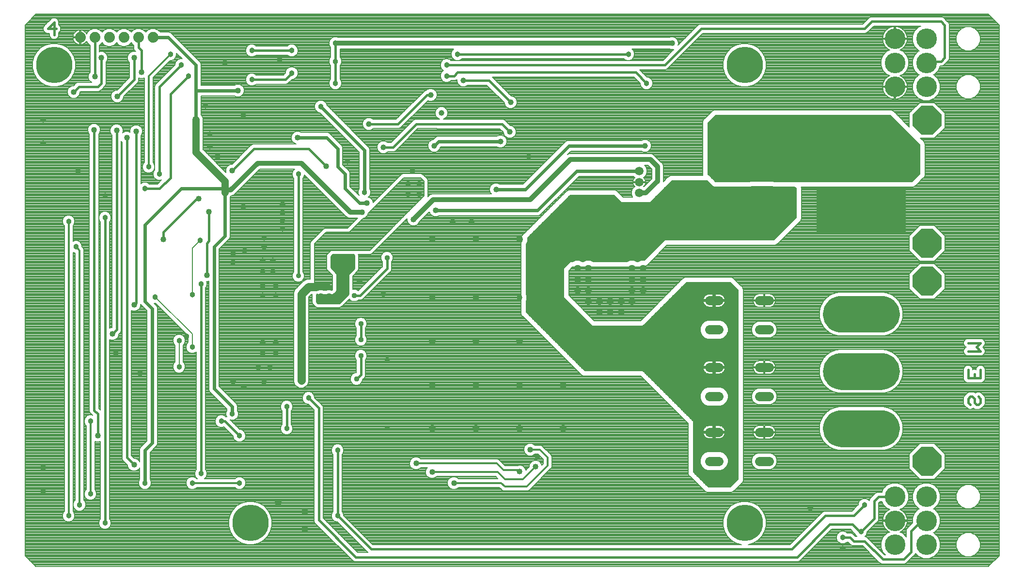
<source format=gbl>
G75*
%MOIN*%
%OFA0B0*%
%FSLAX25Y25*%
%IPPOS*%
%LPD*%
%AMOC8*
5,1,8,0,0,1.08239X$1,22.5*
%
%ADD10C,0.01500*%
%ADD11C,0.14173*%
%ADD12C,0.18000*%
%ADD13OC8,0.19685*%
%ADD14C,0.01600*%
%ADD15C,0.05906*%
%ADD16C,0.04369*%
%ADD17C,0.00394*%
%ADD18C,0.25000*%
%ADD19C,0.06400*%
%ADD20C,0.07400*%
%ADD21C,0.03869*%
%ADD22C,0.03969*%
%ADD23C,0.03800*%
%ADD24C,0.03700*%
%ADD25C,0.05000*%
%ADD26C,0.04000*%
%ADD27C,0.00800*%
%ADD28C,0.01200*%
%ADD29C,0.01800*%
%ADD30C,0.02400*%
%ADD31C,0.04362*%
%ADD32C,0.05600*%
%ADD33C,0.04000*%
%ADD34C,0.03500*%
%ADD35C,0.05000*%
%ADD36C,0.03200*%
%ADD37C,0.05600*%
%ADD38C,0.00900*%
D10*
X0714497Y0119168D02*
X0715915Y0117750D01*
X0714497Y0119168D02*
X0714497Y0122004D01*
X0715915Y0123422D01*
X0717333Y0123422D01*
X0718751Y0122004D01*
X0718751Y0119168D01*
X0720169Y0117750D01*
X0721587Y0117750D01*
X0723005Y0119168D01*
X0723005Y0122004D01*
X0721587Y0123422D01*
X0723005Y0136166D02*
X0714497Y0136166D01*
X0714497Y0141837D01*
X0718751Y0139001D02*
X0718751Y0136166D01*
X0723005Y0136166D02*
X0723005Y0141837D01*
X0723005Y0154581D02*
X0714497Y0154581D01*
X0714497Y0160253D02*
X0723005Y0160253D01*
X0720169Y0157417D01*
X0723005Y0154581D01*
X0085751Y0372250D02*
X0085751Y0380757D01*
X0081497Y0376504D01*
X0087169Y0376504D01*
D11*
X0664094Y0369571D03*
X0685747Y0369571D03*
X0685747Y0353035D03*
X0664094Y0353035D03*
X0664094Y0336500D03*
X0685747Y0336500D03*
X0685747Y0054571D03*
X0664094Y0054571D03*
X0664094Y0038035D03*
X0685747Y0038035D03*
X0685747Y0021500D03*
X0664094Y0021500D03*
D12*
X0650747Y0101500D03*
X0631062Y0101500D03*
X0631062Y0140870D03*
X0650747Y0140870D03*
X0650747Y0180240D03*
X0631062Y0180240D03*
X0631062Y0251500D03*
X0650747Y0251500D03*
X0650747Y0290870D03*
X0631062Y0290870D03*
D13*
X0686181Y0313429D03*
X0686181Y0228980D03*
X0686181Y0202799D03*
X0686181Y0078980D03*
D14*
X0663611Y0093765D02*
X0662419Y0092574D01*
X0661070Y0091564D01*
X0659591Y0090756D01*
X0658012Y0090167D01*
X0656365Y0089809D01*
X0654684Y0089689D01*
X0627125Y0089689D01*
X0625445Y0089809D01*
X0623798Y0090167D01*
X0622219Y0090756D01*
X0620740Y0091564D01*
X0619391Y0092574D01*
X0618199Y0093765D01*
X0617189Y0095114D01*
X0616382Y0096594D01*
X0615793Y0098172D01*
X0615435Y0099819D01*
X0615314Y0101500D01*
X0615435Y0103181D01*
X0615793Y0104828D01*
X0616382Y0106406D01*
X0617189Y0107886D01*
X0618199Y0109235D01*
X0619391Y0110426D01*
X0620740Y0111436D01*
X0622219Y0112244D01*
X0623798Y0112833D01*
X0625445Y0113191D01*
X0627125Y0113311D01*
X0654684Y0113311D01*
X0656365Y0113191D01*
X0658012Y0112833D01*
X0659591Y0112244D01*
X0661070Y0111436D01*
X0662419Y0110426D01*
X0663611Y0109235D01*
X0664621Y0107886D01*
X0665428Y0106406D01*
X0666017Y0104828D01*
X0666375Y0103181D01*
X0666495Y0101500D01*
X0666375Y0099819D01*
X0666017Y0098172D01*
X0665428Y0096594D01*
X0664621Y0095114D01*
X0663611Y0093765D01*
X0662869Y0093024D02*
X0618941Y0093024D01*
X0617558Y0094623D02*
X0664252Y0094623D01*
X0665225Y0096221D02*
X0616585Y0096221D01*
X0615924Y0097820D02*
X0665885Y0097820D01*
X0666288Y0099418D02*
X0615522Y0099418D01*
X0615349Y0101017D02*
X0666461Y0101017D01*
X0666416Y0102615D02*
X0615394Y0102615D01*
X0615659Y0104214D02*
X0666151Y0104214D01*
X0665650Y0105812D02*
X0616160Y0105812D01*
X0616930Y0107411D02*
X0664880Y0107411D01*
X0663779Y0109009D02*
X0618030Y0109009D01*
X0619633Y0110608D02*
X0662177Y0110608D01*
X0659660Y0112206D02*
X0622150Y0112206D01*
X0625445Y0129179D02*
X0627125Y0129059D01*
X0654684Y0129059D01*
X0656365Y0129179D01*
X0658012Y0129537D01*
X0659591Y0130126D01*
X0661070Y0130934D01*
X0662419Y0131944D01*
X0663611Y0133136D01*
X0664621Y0134485D01*
X0665428Y0135964D01*
X0666017Y0137543D01*
X0666375Y0139189D01*
X0666495Y0140870D01*
X0666375Y0142551D01*
X0666017Y0144198D01*
X0665428Y0145777D01*
X0664621Y0147256D01*
X0663611Y0148605D01*
X0662419Y0149796D01*
X0661070Y0150806D01*
X0659591Y0151614D01*
X0658012Y0152203D01*
X0656365Y0152561D01*
X0654684Y0152681D01*
X0627125Y0152681D01*
X0625445Y0152561D01*
X0623798Y0152203D01*
X0622219Y0151614D01*
X0620740Y0150806D01*
X0619391Y0149796D01*
X0618199Y0148605D01*
X0617189Y0147256D01*
X0616382Y0145777D01*
X0615793Y0144198D01*
X0615435Y0142551D01*
X0615314Y0140870D01*
X0615435Y0139189D01*
X0615793Y0137543D01*
X0616382Y0135964D01*
X0617189Y0134485D01*
X0618199Y0133136D01*
X0619391Y0131944D01*
X0620740Y0130934D01*
X0622219Y0130126D01*
X0623798Y0129537D01*
X0625445Y0129179D01*
X0623121Y0129790D02*
X0658689Y0129790D01*
X0661677Y0131388D02*
X0620133Y0131388D01*
X0618348Y0132987D02*
X0663462Y0132987D01*
X0664676Y0134585D02*
X0617134Y0134585D01*
X0616300Y0136184D02*
X0665510Y0136184D01*
X0666069Y0137782D02*
X0615741Y0137782D01*
X0615421Y0139381D02*
X0666389Y0139381D01*
X0666488Y0140979D02*
X0615322Y0140979D01*
X0615440Y0142578D02*
X0666369Y0142578D01*
X0666022Y0144176D02*
X0615788Y0144176D01*
X0616381Y0145775D02*
X0665429Y0145775D01*
X0664532Y0147373D02*
X0617278Y0147373D01*
X0618567Y0148972D02*
X0663243Y0148972D01*
X0661385Y0150570D02*
X0620425Y0150570D01*
X0623708Y0152169D02*
X0658102Y0152169D01*
X0656365Y0168549D02*
X0658012Y0168908D01*
X0659591Y0169496D01*
X0661070Y0170304D01*
X0662419Y0171314D01*
X0663611Y0172506D01*
X0664621Y0173855D01*
X0665428Y0175334D01*
X0666017Y0176913D01*
X0666375Y0178559D01*
X0666495Y0180240D01*
X0666375Y0181921D01*
X0666017Y0183568D01*
X0665428Y0185147D01*
X0664621Y0186626D01*
X0663611Y0187975D01*
X0662419Y0189166D01*
X0661070Y0190176D01*
X0659591Y0190984D01*
X0658012Y0191573D01*
X0656365Y0191931D01*
X0654684Y0192051D01*
X0627125Y0192051D01*
X0625445Y0191931D01*
X0623798Y0191573D01*
X0622219Y0190984D01*
X0620740Y0190176D01*
X0619391Y0189166D01*
X0618199Y0187975D01*
X0617189Y0186626D01*
X0616382Y0185147D01*
X0615793Y0183568D01*
X0615435Y0181921D01*
X0615314Y0180240D01*
X0615435Y0178559D01*
X0615793Y0176913D01*
X0616382Y0175334D01*
X0617189Y0173855D01*
X0618199Y0172506D01*
X0619391Y0171314D01*
X0620740Y0170304D01*
X0622219Y0169496D01*
X0623798Y0168908D01*
X0625445Y0168549D01*
X0627125Y0168429D01*
X0654684Y0168429D01*
X0656365Y0168549D01*
X0660060Y0169753D02*
X0621750Y0169753D01*
X0619354Y0171351D02*
X0662456Y0171351D01*
X0663943Y0172950D02*
X0617867Y0172950D01*
X0616811Y0174548D02*
X0664999Y0174548D01*
X0665731Y0176147D02*
X0616078Y0176147D01*
X0615612Y0177745D02*
X0666198Y0177745D01*
X0666431Y0179344D02*
X0615378Y0179344D01*
X0615365Y0180942D02*
X0666445Y0180942D01*
X0666240Y0182541D02*
X0615569Y0182541D01*
X0616006Y0184139D02*
X0665804Y0184139D01*
X0665105Y0185738D02*
X0616704Y0185738D01*
X0617721Y0187336D02*
X0664089Y0187336D01*
X0662651Y0188935D02*
X0619159Y0188935D01*
X0621394Y0190533D02*
X0660416Y0190533D01*
X0656365Y0239809D02*
X0658012Y0240167D01*
X0659591Y0240756D01*
X0661070Y0241564D01*
X0662419Y0242574D01*
X0663611Y0243765D01*
X0664621Y0245114D01*
X0665428Y0246594D01*
X0666017Y0248172D01*
X0666375Y0249819D01*
X0666495Y0251500D01*
X0666375Y0253181D01*
X0666017Y0254828D01*
X0665428Y0256406D01*
X0664621Y0257886D01*
X0663611Y0259235D01*
X0662419Y0260426D01*
X0661070Y0261436D01*
X0659591Y0262244D01*
X0658012Y0262833D01*
X0656365Y0263191D01*
X0654684Y0263311D01*
X0627125Y0263311D01*
X0625445Y0263191D01*
X0623798Y0262833D01*
X0622219Y0262244D01*
X0620740Y0261436D01*
X0619391Y0260426D01*
X0618199Y0259235D01*
X0617189Y0257886D01*
X0616382Y0256406D01*
X0615793Y0254828D01*
X0615435Y0253181D01*
X0615314Y0251500D01*
X0615435Y0249819D01*
X0615793Y0248172D01*
X0616382Y0246594D01*
X0617189Y0245114D01*
X0618199Y0243765D01*
X0619391Y0242574D01*
X0620740Y0241564D01*
X0622219Y0240756D01*
X0623798Y0240167D01*
X0625445Y0239809D01*
X0627125Y0239689D01*
X0654684Y0239689D01*
X0656365Y0239809D01*
X0657643Y0240087D02*
X0624167Y0240087D01*
X0620577Y0241686D02*
X0661233Y0241686D01*
X0663129Y0243284D02*
X0618680Y0243284D01*
X0617363Y0244883D02*
X0664447Y0244883D01*
X0665367Y0246481D02*
X0616443Y0246481D01*
X0615827Y0248080D02*
X0665982Y0248080D01*
X0666345Y0249678D02*
X0615465Y0249678D01*
X0615330Y0251277D02*
X0666479Y0251277D01*
X0666397Y0252875D02*
X0615413Y0252875D01*
X0615716Y0254474D02*
X0666094Y0254474D01*
X0665553Y0256072D02*
X0616257Y0256072D01*
X0617072Y0257671D02*
X0664738Y0257671D01*
X0663576Y0259269D02*
X0618234Y0259269D01*
X0619981Y0260868D02*
X0661829Y0260868D01*
X0658994Y0262466D02*
X0622816Y0262466D01*
X0625445Y0279179D02*
X0627125Y0279059D01*
X0654684Y0279059D01*
X0656365Y0279179D01*
X0658012Y0279537D01*
X0659591Y0280126D01*
X0661070Y0280934D01*
X0662419Y0281944D01*
X0663611Y0283136D01*
X0664621Y0284485D01*
X0665428Y0285964D01*
X0666017Y0287543D01*
X0666375Y0289189D01*
X0666495Y0290870D01*
X0666375Y0292551D01*
X0666017Y0294198D01*
X0665428Y0295777D01*
X0664621Y0297256D01*
X0663611Y0298605D01*
X0662419Y0299796D01*
X0661070Y0300806D01*
X0659591Y0301614D01*
X0658012Y0302203D01*
X0656365Y0302561D01*
X0654684Y0302681D01*
X0627125Y0302681D01*
X0625445Y0302561D01*
X0623798Y0302203D01*
X0622219Y0301614D01*
X0620740Y0300806D01*
X0619391Y0299796D01*
X0618199Y0298605D01*
X0617189Y0297256D01*
X0616382Y0295777D01*
X0615793Y0294198D01*
X0615435Y0292551D01*
X0615314Y0290870D01*
X0615435Y0289189D01*
X0615793Y0287543D01*
X0616382Y0285964D01*
X0617189Y0284485D01*
X0618199Y0283136D01*
X0619391Y0281944D01*
X0620740Y0280934D01*
X0622219Y0280126D01*
X0623798Y0279537D01*
X0625445Y0279179D01*
X0622424Y0280050D02*
X0659386Y0280050D01*
X0662024Y0281648D02*
X0619786Y0281648D01*
X0618116Y0283247D02*
X0663694Y0283247D01*
X0664818Y0284845D02*
X0616992Y0284845D01*
X0616203Y0286444D02*
X0665607Y0286444D01*
X0666126Y0288042D02*
X0615684Y0288042D01*
X0615402Y0289641D02*
X0666408Y0289641D01*
X0666469Y0291239D02*
X0615341Y0291239D01*
X0615497Y0292838D02*
X0666313Y0292838D01*
X0665928Y0294437D02*
X0615882Y0294437D01*
X0616523Y0296035D02*
X0665287Y0296035D01*
X0664338Y0297634D02*
X0617472Y0297634D01*
X0618827Y0299232D02*
X0662983Y0299232D01*
X0661025Y0300831D02*
X0620785Y0300831D01*
X0624839Y0302429D02*
X0656971Y0302429D01*
X0685747Y0353035D02*
X0686712Y0354000D01*
X0695747Y0354000D01*
X0698247Y0356500D01*
X0698247Y0379000D01*
X0695747Y0381500D01*
X0648247Y0381500D01*
X0643247Y0376500D01*
X0530747Y0376500D01*
X0505747Y0351500D01*
X0355747Y0351500D01*
X0360747Y0344000D02*
X0363247Y0346500D01*
X0485747Y0346500D01*
X0493247Y0339000D01*
X0480747Y0359000D02*
X0363247Y0359000D01*
X0360747Y0344000D02*
X0355747Y0344000D01*
X0344747Y0331000D02*
X0342247Y0331000D01*
X0322247Y0311000D01*
X0302247Y0311000D01*
X0318747Y0295000D02*
X0334747Y0311000D01*
X0349747Y0311000D01*
X0318747Y0295000D02*
X0312247Y0295000D01*
X0272747Y0282000D02*
X0260747Y0294000D01*
X0223247Y0294000D01*
X0208247Y0279000D01*
X0253747Y0276500D02*
X0253747Y0206500D01*
X0292247Y0193000D02*
X0296247Y0193000D01*
X0314747Y0211500D01*
X0314747Y0219000D01*
X0296747Y0173500D02*
X0296747Y0162500D01*
X0296747Y0151500D02*
X0296747Y0138500D01*
X0293747Y0135500D01*
X0267747Y0115500D02*
X0260747Y0122500D01*
X0267747Y0115500D02*
X0267747Y0038500D01*
X0293247Y0013000D01*
X0596747Y0013000D01*
X0619247Y0035500D01*
X0634747Y0035500D01*
X0639747Y0030500D01*
X0640747Y0030500D01*
X0649747Y0039500D01*
X0649747Y0051500D01*
X0652747Y0054500D01*
X0664023Y0054500D01*
X0664094Y0054571D01*
X0643247Y0049000D02*
X0635747Y0041500D01*
X0616247Y0041500D01*
X0593247Y0018500D01*
X0303747Y0018500D01*
X0280747Y0041500D01*
X0280747Y0086500D01*
X0245747Y0101500D02*
X0245747Y0116500D01*
X0213247Y0096500D02*
X0203247Y0106500D01*
X0200747Y0106500D01*
X0140747Y0076500D02*
X0135747Y0081500D01*
X0135747Y0301500D01*
X0142247Y0306000D02*
X0142247Y0188000D01*
X0140747Y0186500D01*
X0128747Y0169500D02*
X0125747Y0166500D01*
X0128747Y0169500D02*
X0128747Y0306500D01*
X0113247Y0307000D02*
X0113247Y0114000D01*
X0115747Y0111500D01*
X0115747Y0096500D01*
X0186747Y0070500D02*
X0186747Y0201000D01*
X0190747Y0207000D02*
X0190747Y0229000D01*
X0192247Y0230500D01*
X0192247Y0250500D01*
X0185247Y0259500D02*
X0183747Y0259500D01*
X0160747Y0236500D01*
X0160747Y0231500D01*
X0120747Y0246500D02*
X0120747Y0036500D01*
X0620993Y0091426D02*
X0660817Y0091426D01*
X0656447Y0089827D02*
X0625362Y0089827D01*
X0685212Y0037500D02*
X0685747Y0038035D01*
X0685212Y0037500D02*
X0681747Y0037500D01*
X0675247Y0031000D01*
X0675247Y0016500D01*
X0670247Y0011500D01*
X0655747Y0011500D01*
X0643247Y0024000D01*
X0635747Y0024000D01*
X0633247Y0026500D01*
X0628247Y0026500D01*
X0165747Y0274000D02*
X0158247Y0266500D01*
X0148247Y0266500D01*
X0158247Y0276500D02*
X0158247Y0336500D01*
X0173247Y0351500D01*
X0178247Y0344000D02*
X0165747Y0331500D01*
X0165747Y0274000D01*
X0129247Y0330000D02*
X0140747Y0341500D01*
X0140747Y0356500D01*
X0145747Y0361500D02*
X0145747Y0346500D01*
X0145747Y0361500D02*
X0143747Y0363500D01*
X0143747Y0370500D01*
X0118247Y0356500D02*
X0118247Y0339000D01*
X0115747Y0336500D01*
X0102747Y0336500D01*
X0099247Y0333000D01*
X0113747Y0343500D02*
X0113747Y0370500D01*
X0221747Y0361500D02*
X0249247Y0361500D01*
X0279247Y0366500D02*
X0279247Y0354000D01*
X0279247Y0339000D01*
X0249247Y0346000D02*
X0244747Y0341500D01*
X0221747Y0341500D01*
D15*
X0488247Y0278520D03*
X0488247Y0271000D03*
X0488247Y0263480D03*
D16*
X0565019Y0259189D03*
X0566988Y0265094D03*
X0578799Y0265094D03*
X0580767Y0259189D03*
X0580767Y0251315D03*
X0565019Y0251315D03*
X0565019Y0243441D03*
X0580767Y0243441D03*
X0578799Y0276906D03*
X0580767Y0282811D03*
X0566988Y0276906D03*
X0565019Y0282811D03*
X0565019Y0290685D03*
X0580767Y0290685D03*
X0580767Y0298559D03*
X0565019Y0298559D03*
D17*
X0561554Y0299776D02*
X0583445Y0299776D01*
X0583591Y0299384D02*
X0561408Y0299384D01*
X0561262Y0298991D02*
X0583737Y0298991D01*
X0583832Y0298737D02*
X0583243Y0300316D01*
X0582435Y0301795D01*
X0581426Y0303144D01*
X0580234Y0304336D01*
X0578885Y0305346D01*
X0577406Y0306153D01*
X0575827Y0306742D01*
X0574180Y0307100D01*
X0572499Y0307220D01*
X0570819Y0307100D01*
X0569172Y0306742D01*
X0567593Y0306153D01*
X0566114Y0305346D01*
X0564765Y0304336D01*
X0563573Y0303144D01*
X0562563Y0301795D01*
X0561756Y0300316D01*
X0561167Y0298737D01*
X0560809Y0297090D01*
X0560688Y0295409D01*
X0560688Y0279661D01*
X0560778Y0278636D01*
X0561045Y0277642D01*
X0561480Y0276709D01*
X0562070Y0275865D01*
X0562798Y0275138D01*
X0563641Y0274547D01*
X0564574Y0274112D01*
X0565568Y0273846D01*
X0566594Y0273756D01*
X0578405Y0273756D01*
X0579430Y0273846D01*
X0580425Y0274112D01*
X0581358Y0274547D01*
X0582201Y0275138D01*
X0582929Y0275865D01*
X0583519Y0276709D01*
X0583954Y0277642D01*
X0584221Y0278636D01*
X0584310Y0279661D01*
X0584310Y0295409D01*
X0584190Y0297090D01*
X0583832Y0298737D01*
X0583862Y0298599D02*
X0561137Y0298599D01*
X0561052Y0298207D02*
X0583947Y0298207D01*
X0584033Y0297815D02*
X0560966Y0297815D01*
X0560881Y0297423D02*
X0584118Y0297423D01*
X0584195Y0297030D02*
X0560804Y0297030D01*
X0560776Y0296638D02*
X0584223Y0296638D01*
X0584251Y0296246D02*
X0560748Y0296246D01*
X0560720Y0295854D02*
X0584279Y0295854D01*
X0584307Y0295462D02*
X0560692Y0295462D01*
X0560688Y0295069D02*
X0584310Y0295069D01*
X0584310Y0294677D02*
X0560688Y0294677D01*
X0560688Y0294285D02*
X0584310Y0294285D01*
X0584310Y0293893D02*
X0560688Y0293893D01*
X0560688Y0293501D02*
X0584310Y0293501D01*
X0584310Y0293108D02*
X0560688Y0293108D01*
X0560688Y0292716D02*
X0584310Y0292716D01*
X0584310Y0292324D02*
X0560688Y0292324D01*
X0560688Y0291932D02*
X0584310Y0291932D01*
X0584310Y0291539D02*
X0560688Y0291539D01*
X0560688Y0291147D02*
X0584310Y0291147D01*
X0584310Y0290755D02*
X0560688Y0290755D01*
X0560688Y0290363D02*
X0584310Y0290363D01*
X0584310Y0289971D02*
X0560688Y0289971D01*
X0560688Y0289578D02*
X0584310Y0289578D01*
X0584310Y0289186D02*
X0560688Y0289186D01*
X0560688Y0288794D02*
X0584310Y0288794D01*
X0584310Y0288402D02*
X0560688Y0288402D01*
X0560688Y0288010D02*
X0584310Y0288010D01*
X0584310Y0287617D02*
X0560688Y0287617D01*
X0560688Y0287225D02*
X0584310Y0287225D01*
X0584310Y0286833D02*
X0560688Y0286833D01*
X0560688Y0286441D02*
X0584310Y0286441D01*
X0584310Y0286048D02*
X0560688Y0286048D01*
X0560688Y0285656D02*
X0584310Y0285656D01*
X0584310Y0285264D02*
X0560688Y0285264D01*
X0560688Y0284872D02*
X0584310Y0284872D01*
X0584310Y0284480D02*
X0560688Y0284480D01*
X0560688Y0284087D02*
X0584310Y0284087D01*
X0584310Y0283695D02*
X0560688Y0283695D01*
X0560688Y0283303D02*
X0584310Y0283303D01*
X0584310Y0282911D02*
X0560688Y0282911D01*
X0560688Y0282519D02*
X0584310Y0282519D01*
X0584310Y0282126D02*
X0560688Y0282126D01*
X0560688Y0281734D02*
X0584310Y0281734D01*
X0584310Y0281342D02*
X0560688Y0281342D01*
X0560688Y0280950D02*
X0584310Y0280950D01*
X0584310Y0280558D02*
X0560688Y0280558D01*
X0560688Y0280165D02*
X0584310Y0280165D01*
X0584310Y0279773D02*
X0560688Y0279773D01*
X0560713Y0279381D02*
X0584286Y0279381D01*
X0584252Y0278989D02*
X0560747Y0278989D01*
X0560789Y0278596D02*
X0584210Y0278596D01*
X0584105Y0278204D02*
X0560894Y0278204D01*
X0560999Y0277812D02*
X0584000Y0277812D01*
X0583851Y0277420D02*
X0561148Y0277420D01*
X0561331Y0277028D02*
X0583668Y0277028D01*
X0583468Y0276635D02*
X0561531Y0276635D01*
X0561806Y0276243D02*
X0583193Y0276243D01*
X0582914Y0275851D02*
X0562084Y0275851D01*
X0562477Y0275459D02*
X0582522Y0275459D01*
X0582100Y0275067D02*
X0562899Y0275067D01*
X0563459Y0274674D02*
X0581539Y0274674D01*
X0580789Y0274282D02*
X0564209Y0274282D01*
X0565403Y0273890D02*
X0579596Y0273890D01*
X0579430Y0268154D02*
X0580425Y0267888D01*
X0581358Y0267453D01*
X0582201Y0266862D01*
X0582929Y0266135D01*
X0583519Y0265291D01*
X0583954Y0264358D01*
X0584221Y0263364D01*
X0584310Y0262339D01*
X0584310Y0246591D01*
X0584190Y0244910D01*
X0583832Y0243263D01*
X0583243Y0241684D01*
X0582435Y0240205D01*
X0581426Y0238856D01*
X0580234Y0237664D01*
X0578885Y0236654D01*
X0577406Y0235847D01*
X0575827Y0235258D01*
X0574180Y0234900D01*
X0572499Y0234780D01*
X0570819Y0234900D01*
X0569172Y0235258D01*
X0567593Y0235847D01*
X0566114Y0236654D01*
X0564765Y0237664D01*
X0563573Y0238856D01*
X0562563Y0240205D01*
X0561756Y0241684D01*
X0561167Y0243263D01*
X0560809Y0244910D01*
X0560688Y0246591D01*
X0560688Y0262339D01*
X0560778Y0263364D01*
X0561045Y0264358D01*
X0561480Y0265291D01*
X0562070Y0266135D01*
X0562798Y0266862D01*
X0563641Y0267453D01*
X0564574Y0267888D01*
X0565568Y0268154D01*
X0566594Y0268244D01*
X0578405Y0268244D01*
X0579430Y0268154D01*
X0579981Y0268007D02*
X0565017Y0268007D01*
X0563988Y0267615D02*
X0581011Y0267615D01*
X0581687Y0267222D02*
X0563312Y0267222D01*
X0562766Y0266830D02*
X0582233Y0266830D01*
X0582626Y0266438D02*
X0562373Y0266438D01*
X0562008Y0266046D02*
X0582991Y0266046D01*
X0583266Y0265653D02*
X0561733Y0265653D01*
X0561466Y0265261D02*
X0583533Y0265261D01*
X0583716Y0264869D02*
X0561283Y0264869D01*
X0561100Y0264477D02*
X0583899Y0264477D01*
X0584028Y0264085D02*
X0560971Y0264085D01*
X0560866Y0263692D02*
X0584133Y0263692D01*
X0584226Y0263300D02*
X0560773Y0263300D01*
X0560738Y0262908D02*
X0584261Y0262908D01*
X0584295Y0262516D02*
X0560704Y0262516D01*
X0560688Y0262124D02*
X0584310Y0262124D01*
X0584310Y0261731D02*
X0560688Y0261731D01*
X0560688Y0261339D02*
X0584310Y0261339D01*
X0584310Y0260947D02*
X0560688Y0260947D01*
X0560688Y0260555D02*
X0584310Y0260555D01*
X0584310Y0260162D02*
X0560688Y0260162D01*
X0560688Y0259770D02*
X0584310Y0259770D01*
X0584310Y0259378D02*
X0560688Y0259378D01*
X0560688Y0258986D02*
X0584310Y0258986D01*
X0584310Y0258594D02*
X0560688Y0258594D01*
X0560688Y0258201D02*
X0584310Y0258201D01*
X0584310Y0257809D02*
X0560688Y0257809D01*
X0560688Y0257417D02*
X0584310Y0257417D01*
X0584310Y0257025D02*
X0560688Y0257025D01*
X0560688Y0256633D02*
X0584310Y0256633D01*
X0584310Y0256240D02*
X0560688Y0256240D01*
X0560688Y0255848D02*
X0584310Y0255848D01*
X0584310Y0255456D02*
X0560688Y0255456D01*
X0560688Y0255064D02*
X0584310Y0255064D01*
X0584310Y0254672D02*
X0560688Y0254672D01*
X0560688Y0254279D02*
X0584310Y0254279D01*
X0584310Y0253887D02*
X0560688Y0253887D01*
X0560688Y0253495D02*
X0584310Y0253495D01*
X0584310Y0253103D02*
X0560688Y0253103D01*
X0560688Y0252710D02*
X0584310Y0252710D01*
X0584310Y0252318D02*
X0560688Y0252318D01*
X0560688Y0251926D02*
X0584310Y0251926D01*
X0584310Y0251534D02*
X0560688Y0251534D01*
X0560688Y0251142D02*
X0584310Y0251142D01*
X0584310Y0250749D02*
X0560688Y0250749D01*
X0560688Y0250357D02*
X0584310Y0250357D01*
X0584310Y0249965D02*
X0560688Y0249965D01*
X0560688Y0249573D02*
X0584310Y0249573D01*
X0584310Y0249181D02*
X0560688Y0249181D01*
X0560688Y0248788D02*
X0584310Y0248788D01*
X0584310Y0248396D02*
X0560688Y0248396D01*
X0560688Y0248004D02*
X0584310Y0248004D01*
X0584310Y0247612D02*
X0560688Y0247612D01*
X0560688Y0247219D02*
X0584310Y0247219D01*
X0584310Y0246827D02*
X0560688Y0246827D01*
X0560700Y0246435D02*
X0584299Y0246435D01*
X0584271Y0246043D02*
X0560728Y0246043D01*
X0560756Y0245651D02*
X0584243Y0245651D01*
X0584215Y0245258D02*
X0560784Y0245258D01*
X0560818Y0244866D02*
X0584181Y0244866D01*
X0584095Y0244474D02*
X0560903Y0244474D01*
X0560989Y0244082D02*
X0584010Y0244082D01*
X0583925Y0243690D02*
X0561074Y0243690D01*
X0561159Y0243297D02*
X0583839Y0243297D01*
X0583699Y0242905D02*
X0561300Y0242905D01*
X0561447Y0242513D02*
X0583552Y0242513D01*
X0583406Y0242121D02*
X0561593Y0242121D01*
X0561739Y0241729D02*
X0583260Y0241729D01*
X0583053Y0241336D02*
X0561946Y0241336D01*
X0562160Y0240944D02*
X0582839Y0240944D01*
X0582625Y0240552D02*
X0562374Y0240552D01*
X0562597Y0240160D02*
X0582402Y0240160D01*
X0582108Y0239767D02*
X0562891Y0239767D01*
X0563185Y0239375D02*
X0581814Y0239375D01*
X0581521Y0238983D02*
X0563478Y0238983D01*
X0563838Y0238591D02*
X0581160Y0238591D01*
X0580768Y0238199D02*
X0564231Y0238199D01*
X0564623Y0237806D02*
X0580376Y0237806D01*
X0579900Y0237414D02*
X0565099Y0237414D01*
X0565623Y0237022D02*
X0579376Y0237022D01*
X0578840Y0236630D02*
X0566159Y0236630D01*
X0566877Y0236238D02*
X0578121Y0236238D01*
X0577402Y0235845D02*
X0567597Y0235845D01*
X0568649Y0235453D02*
X0576350Y0235453D01*
X0574921Y0235061D02*
X0570078Y0235061D01*
X0561701Y0300168D02*
X0583298Y0300168D01*
X0583110Y0300560D02*
X0561889Y0300560D01*
X0562103Y0300953D02*
X0582895Y0300953D01*
X0582681Y0301345D02*
X0562318Y0301345D01*
X0562532Y0301737D02*
X0582467Y0301737D01*
X0582185Y0302129D02*
X0562814Y0302129D01*
X0563107Y0302521D02*
X0581892Y0302521D01*
X0581598Y0302914D02*
X0563401Y0302914D01*
X0563735Y0303306D02*
X0581264Y0303306D01*
X0580872Y0303698D02*
X0564127Y0303698D01*
X0564519Y0304090D02*
X0580479Y0304090D01*
X0580038Y0304482D02*
X0564961Y0304482D01*
X0565485Y0304875D02*
X0579514Y0304875D01*
X0578990Y0305267D02*
X0566009Y0305267D01*
X0566688Y0305659D02*
X0578311Y0305659D01*
X0577592Y0306051D02*
X0567406Y0306051D01*
X0568371Y0306444D02*
X0576627Y0306444D01*
X0575396Y0306836D02*
X0569602Y0306836D01*
D18*
X0560747Y0351500D03*
X0085747Y0351500D03*
X0220747Y0036500D03*
X0560747Y0036500D03*
D19*
X0571047Y0079000D02*
X0577447Y0079000D01*
X0542947Y0079000D02*
X0536547Y0079000D01*
X0536547Y0099000D02*
X0542947Y0099000D01*
X0571047Y0099000D02*
X0577447Y0099000D01*
X0577447Y0123500D02*
X0571047Y0123500D01*
X0542947Y0123500D02*
X0536547Y0123500D01*
X0536547Y0143500D02*
X0542947Y0143500D01*
X0571047Y0143500D02*
X0577447Y0143500D01*
X0577447Y0169500D02*
X0571047Y0169500D01*
X0542947Y0169500D02*
X0536547Y0169500D01*
X0536547Y0189500D02*
X0542947Y0189500D01*
X0571047Y0189500D02*
X0577447Y0189500D01*
D20*
X0153747Y0370500D03*
X0143747Y0370500D03*
X0133747Y0370500D03*
X0123747Y0370500D03*
X0113747Y0370500D03*
X0103747Y0370500D03*
D21*
X0332247Y0278500D03*
X0412247Y0288500D03*
X0399747Y0326000D03*
X0367247Y0341000D03*
X0274747Y0198500D03*
X0269247Y0198500D03*
X0269247Y0192500D03*
X0274747Y0192500D03*
D22*
X0295747Y0202500D03*
X0236247Y0209500D03*
X0229247Y0209500D03*
X0229247Y0217000D03*
X0236247Y0217000D03*
X0230247Y0226500D03*
X0230247Y0232500D03*
X0242747Y0239000D03*
X0242747Y0244500D03*
X0242747Y0250000D03*
X0242747Y0255500D03*
X0216747Y0224000D03*
X0208747Y0222000D03*
X0208747Y0216000D03*
X0226247Y0143500D03*
X0234247Y0143500D03*
X0230247Y0133500D03*
X0216247Y0130000D03*
X0208747Y0134000D03*
X0389747Y0266000D03*
X0392747Y0299000D03*
X0399247Y0305500D03*
X0352247Y0318500D03*
X0344747Y0331000D03*
X0302247Y0311000D03*
X0312247Y0295000D03*
X0347247Y0296000D03*
X0492247Y0296000D03*
D23*
X0493247Y0339000D03*
X0480747Y0359000D03*
X0363247Y0359000D03*
X0355747Y0351500D03*
X0355747Y0344000D03*
X0279247Y0339000D03*
X0279247Y0354000D03*
X0279247Y0366500D03*
X0249247Y0361500D03*
X0221747Y0361500D03*
X0249247Y0346000D03*
X0221747Y0341500D03*
X0178247Y0344000D03*
X0173247Y0351500D03*
X0165747Y0359000D03*
X0269247Y0323000D03*
X0253747Y0276500D03*
X0299247Y0264000D03*
X0329247Y0262500D03*
X0329247Y0270000D03*
X0336747Y0270000D03*
X0336747Y0262500D03*
X0203247Y0264000D03*
X0158247Y0276500D03*
X0150747Y0281500D03*
X0148247Y0266500D03*
X0120747Y0246500D03*
X0095747Y0244000D03*
X0100747Y0226500D03*
X0155247Y0192000D03*
X0180747Y0193500D03*
X0186747Y0201000D03*
X0186247Y0231000D03*
X0176747Y0165000D03*
X0171747Y0162000D03*
X0180747Y0157500D03*
X0171747Y0144000D03*
X0245747Y0116500D03*
X0260747Y0122500D03*
X0245747Y0101500D03*
X0213247Y0096500D03*
X0200747Y0106500D03*
X0208247Y0111500D03*
X0280747Y0086500D03*
X0213247Y0064000D03*
X0186747Y0070500D03*
X0180747Y0064000D03*
X0148247Y0064000D03*
X0110747Y0056500D03*
X0103247Y0049000D03*
X0095747Y0041500D03*
X0120747Y0036500D03*
X0280747Y0041500D03*
X0110747Y0106500D03*
X0628247Y0026500D03*
X0640747Y0030500D03*
X0643247Y0049000D03*
D24*
X0314747Y0101500D03*
X0293747Y0135500D03*
X0296747Y0151500D03*
X0314747Y0148500D03*
X0296747Y0162500D03*
X0296747Y0173500D03*
X0292247Y0193000D03*
X0312247Y0194000D03*
X0314747Y0219000D03*
D25*
X0345747Y0231500D03*
X0375747Y0231500D03*
X0405747Y0231500D03*
X0445747Y0231500D03*
X0445747Y0224000D03*
X0453247Y0224000D03*
X0453247Y0231500D03*
X0453247Y0239000D03*
X0445747Y0239000D03*
X0460747Y0239000D03*
X0468247Y0239000D03*
X0475747Y0239000D03*
X0483247Y0239000D03*
X0490747Y0239000D03*
X0490747Y0231500D03*
X0483247Y0231500D03*
X0483247Y0224000D03*
X0490747Y0224000D03*
X0490747Y0211500D03*
X0483247Y0211500D03*
X0483247Y0204000D03*
X0490747Y0204000D03*
X0490747Y0196500D03*
X0483247Y0196500D03*
X0483247Y0189000D03*
X0475747Y0189000D03*
X0468247Y0189000D03*
X0460747Y0189000D03*
X0453247Y0189000D03*
X0453247Y0196500D03*
X0445747Y0196500D03*
X0445747Y0204000D03*
X0453247Y0204000D03*
X0453247Y0211500D03*
X0445747Y0211500D03*
X0460747Y0181500D03*
X0468247Y0181500D03*
X0475747Y0181500D03*
X0405747Y0161500D03*
X0375747Y0161500D03*
X0345747Y0161500D03*
X0345747Y0131500D03*
X0375747Y0131500D03*
X0405747Y0131500D03*
X0435747Y0131500D03*
X0435747Y0101500D03*
X0405747Y0101500D03*
X0375747Y0101500D03*
X0345747Y0101500D03*
X0239747Y0050500D03*
X0258247Y0044000D03*
X0258247Y0032500D03*
X0345747Y0191500D03*
X0375747Y0191500D03*
X0460747Y0246500D03*
X0468247Y0246500D03*
X0475747Y0246500D03*
X0183247Y0314000D03*
D26*
X0189747Y0323500D03*
X0215747Y0316500D03*
X0192747Y0304000D03*
X0192747Y0295500D03*
X0198247Y0288500D03*
X0208247Y0279000D03*
X0203247Y0270300D03*
X0185247Y0259500D03*
X0192247Y0250500D03*
X0215747Y0254000D03*
X0160747Y0231500D03*
X0190747Y0207000D03*
X0229247Y0199500D03*
X0238247Y0199500D03*
X0238247Y0193000D03*
X0229247Y0193000D03*
X0229247Y0160500D03*
X0229247Y0153500D03*
X0238247Y0153500D03*
X0238247Y0160500D03*
X0144747Y0139500D03*
X0128247Y0153000D03*
X0125747Y0166500D03*
X0140747Y0186500D03*
X0297447Y0250300D03*
X0300747Y0256500D03*
X0332947Y0245300D03*
X0348247Y0251500D03*
X0359747Y0243500D03*
X0372747Y0243500D03*
X0287447Y0285200D03*
X0272747Y0282000D03*
X0253247Y0301500D03*
X0212247Y0334000D03*
X0203247Y0353000D03*
X0240747Y0355500D03*
X0145747Y0346500D03*
X0140747Y0356500D03*
X0118247Y0356500D03*
X0113747Y0343500D03*
X0099247Y0333000D03*
X0129247Y0330000D03*
X0128747Y0306500D03*
X0135747Y0301500D03*
X0142247Y0306000D03*
X0113247Y0307000D03*
X0078247Y0314000D03*
X0078247Y0297500D03*
X0102247Y0279000D03*
X0120747Y0261500D03*
X0405747Y0191500D03*
X0413247Y0087000D03*
X0418247Y0082000D03*
X0416997Y0075250D03*
X0405997Y0071750D03*
X0360747Y0064000D03*
X0345747Y0071500D03*
X0334747Y0077500D03*
X0140747Y0076500D03*
X0115747Y0096500D03*
X0078247Y0074500D03*
X0078247Y0058000D03*
X0605747Y0047000D03*
X0628247Y0019000D03*
X0510747Y0366500D03*
D27*
X0073247Y0006500D02*
X0065747Y0014000D01*
X0065747Y0379000D01*
X0073247Y0386500D01*
X0728247Y0386500D01*
X0735747Y0379000D01*
X0735747Y0014000D01*
X0728247Y0006500D01*
X0073247Y0006500D01*
X0073039Y0006709D02*
X0728456Y0006709D01*
X0729255Y0007507D02*
X0072240Y0007507D01*
X0071441Y0008306D02*
X0655097Y0008306D01*
X0655111Y0008300D02*
X0670884Y0008300D01*
X0672060Y0008787D01*
X0677060Y0013787D01*
X0677960Y0014687D01*
X0678307Y0015524D01*
X0680374Y0013458D01*
X0683860Y0012013D01*
X0687634Y0012013D01*
X0691121Y0013458D01*
X0693790Y0016126D01*
X0695234Y0019613D01*
X0695234Y0023387D01*
X0693790Y0026874D01*
X0691121Y0029542D01*
X0690577Y0029768D01*
X0691121Y0029993D01*
X0693790Y0032662D01*
X0695234Y0036148D01*
X0695234Y0039922D01*
X0693790Y0043409D01*
X0691121Y0046078D01*
X0690577Y0046303D01*
X0691121Y0046529D01*
X0693790Y0049197D01*
X0695234Y0052684D01*
X0695234Y0056458D01*
X0693790Y0059945D01*
X0691121Y0062613D01*
X0687634Y0064057D01*
X0683860Y0064057D01*
X0680374Y0062613D01*
X0677705Y0059945D01*
X0676261Y0056458D01*
X0676261Y0052684D01*
X0677705Y0049197D01*
X0680374Y0046529D01*
X0680918Y0046303D01*
X0680374Y0046078D01*
X0677705Y0043409D01*
X0676261Y0039922D01*
X0676261Y0036539D01*
X0672535Y0032813D01*
X0672047Y0031637D01*
X0672047Y0026963D01*
X0669468Y0029542D01*
X0667617Y0030309D01*
X0667855Y0030408D01*
X0668819Y0030964D01*
X0669702Y0031641D01*
X0670488Y0032428D01*
X0671165Y0033310D01*
X0671722Y0034274D01*
X0672147Y0035302D01*
X0672435Y0036376D01*
X0672580Y0037479D01*
X0672580Y0037635D01*
X0664494Y0037635D01*
X0664494Y0038435D01*
X0672580Y0038435D01*
X0672580Y0038592D01*
X0672435Y0039695D01*
X0672147Y0040769D01*
X0671722Y0041797D01*
X0671165Y0042760D01*
X0670488Y0043643D01*
X0669702Y0044430D01*
X0668819Y0045107D01*
X0667855Y0045663D01*
X0667617Y0045762D01*
X0669468Y0046529D01*
X0672136Y0049197D01*
X0673580Y0052684D01*
X0673580Y0056458D01*
X0672136Y0059945D01*
X0669468Y0062613D01*
X0665981Y0064057D01*
X0662207Y0064057D01*
X0658720Y0062613D01*
X0656052Y0059945D01*
X0655122Y0057700D01*
X0652111Y0057700D01*
X0650935Y0057213D01*
X0650035Y0056313D01*
X0647035Y0053313D01*
X0646547Y0052137D01*
X0646547Y0051781D01*
X0645683Y0052645D01*
X0644103Y0053300D01*
X0642392Y0053300D01*
X0640812Y0052645D01*
X0639602Y0051436D01*
X0638947Y0049855D01*
X0638947Y0049225D01*
X0634422Y0044700D01*
X0615611Y0044700D01*
X0614435Y0044213D01*
X0591922Y0021700D01*
X0563082Y0021700D01*
X0566499Y0022615D01*
X0569896Y0024577D01*
X0572670Y0027351D01*
X0574632Y0030749D01*
X0575647Y0034538D01*
X0575647Y0038462D01*
X0574632Y0042251D01*
X0572670Y0045649D01*
X0569896Y0048423D01*
X0566499Y0050385D01*
X0562709Y0051400D01*
X0558786Y0051400D01*
X0554996Y0050385D01*
X0551599Y0048423D01*
X0548824Y0045649D01*
X0546863Y0042251D01*
X0545847Y0038462D01*
X0545847Y0034538D01*
X0546863Y0030749D01*
X0548824Y0027351D01*
X0551599Y0024577D01*
X0554996Y0022615D01*
X0558413Y0021700D01*
X0305073Y0021700D01*
X0285047Y0041725D01*
X0285047Y0042355D01*
X0284393Y0043936D01*
X0283947Y0044381D01*
X0283947Y0083619D01*
X0284393Y0084064D01*
X0285047Y0085645D01*
X0285047Y0087355D01*
X0284393Y0088936D01*
X0283183Y0090145D01*
X0281603Y0090800D01*
X0279892Y0090800D01*
X0278312Y0090145D01*
X0277102Y0088936D01*
X0276447Y0087355D01*
X0276447Y0085645D01*
X0277102Y0084064D01*
X0277547Y0083619D01*
X0277547Y0044381D01*
X0277102Y0043936D01*
X0276447Y0042355D01*
X0276447Y0040645D01*
X0277102Y0039064D01*
X0278312Y0037855D01*
X0279892Y0037200D01*
X0280522Y0037200D01*
X0301522Y0016200D01*
X0294573Y0016200D01*
X0270947Y0039825D01*
X0270947Y0116137D01*
X0270460Y0117313D01*
X0265047Y0122725D01*
X0265047Y0123355D01*
X0264393Y0124936D01*
X0263183Y0126145D01*
X0261603Y0126800D01*
X0259892Y0126800D01*
X0258312Y0126145D01*
X0257102Y0124936D01*
X0256447Y0123355D01*
X0256447Y0121645D01*
X0257102Y0120064D01*
X0258312Y0118855D01*
X0259892Y0118200D01*
X0260522Y0118200D01*
X0264547Y0114175D01*
X0264547Y0037863D01*
X0265035Y0036687D01*
X0291435Y0010287D01*
X0292611Y0009800D01*
X0597384Y0009800D01*
X0598560Y0010287D01*
X0599460Y0011187D01*
X0620573Y0032300D01*
X0633422Y0032300D01*
X0636709Y0029013D01*
X0637102Y0028064D01*
X0637966Y0027200D01*
X0637073Y0027200D01*
X0635060Y0029213D01*
X0633884Y0029700D01*
X0631129Y0029700D01*
X0630683Y0030145D01*
X0629103Y0030800D01*
X0627392Y0030800D01*
X0625812Y0030145D01*
X0624602Y0028936D01*
X0623947Y0027355D01*
X0623947Y0025645D01*
X0624602Y0024064D01*
X0625812Y0022855D01*
X0627392Y0022200D01*
X0629103Y0022200D01*
X0630683Y0022855D01*
X0631129Y0023300D01*
X0631922Y0023300D01*
X0633035Y0022187D01*
X0633935Y0021287D01*
X0635111Y0020800D01*
X0641922Y0020800D01*
X0653035Y0009687D01*
X0653935Y0008787D01*
X0655111Y0008300D01*
X0653617Y0009104D02*
X0070643Y0009104D01*
X0069844Y0009903D02*
X0292362Y0009903D01*
X0291020Y0010701D02*
X0069046Y0010701D01*
X0068247Y0011500D02*
X0290222Y0011500D01*
X0289423Y0012299D02*
X0067449Y0012299D01*
X0066650Y0013097D02*
X0288625Y0013097D01*
X0287826Y0013896D02*
X0065852Y0013896D01*
X0065747Y0014694D02*
X0287028Y0014694D01*
X0286229Y0015493D02*
X0065747Y0015493D01*
X0065747Y0016291D02*
X0285431Y0016291D01*
X0284632Y0017090D02*
X0065747Y0017090D01*
X0065747Y0017888D02*
X0283834Y0017888D01*
X0283035Y0018687D02*
X0065747Y0018687D01*
X0065747Y0019485D02*
X0282237Y0019485D01*
X0281438Y0020284D02*
X0065747Y0020284D01*
X0065747Y0021082D02*
X0280640Y0021082D01*
X0279841Y0021881D02*
X0223756Y0021881D01*
X0222709Y0021600D02*
X0226499Y0022615D01*
X0229896Y0024577D01*
X0232670Y0027351D01*
X0234632Y0030749D01*
X0235647Y0034538D01*
X0235647Y0038462D01*
X0234632Y0042251D01*
X0232670Y0045649D01*
X0229896Y0048423D01*
X0226499Y0050385D01*
X0222709Y0051400D01*
X0218786Y0051400D01*
X0214996Y0050385D01*
X0211599Y0048423D01*
X0208824Y0045649D01*
X0206863Y0042251D01*
X0205847Y0038462D01*
X0205847Y0034538D01*
X0206863Y0030749D01*
X0208824Y0027351D01*
X0211599Y0024577D01*
X0214996Y0022615D01*
X0218786Y0021600D01*
X0222709Y0021600D01*
X0226609Y0022679D02*
X0279043Y0022679D01*
X0278244Y0023478D02*
X0227992Y0023478D01*
X0229375Y0024276D02*
X0277446Y0024276D01*
X0276647Y0025075D02*
X0230394Y0025075D01*
X0231192Y0025873D02*
X0275849Y0025873D01*
X0275050Y0026672D02*
X0231991Y0026672D01*
X0232739Y0027470D02*
X0274252Y0027470D01*
X0273453Y0028269D02*
X0233200Y0028269D01*
X0233661Y0029067D02*
X0272655Y0029067D01*
X0271856Y0029866D02*
X0234122Y0029866D01*
X0234583Y0030664D02*
X0271058Y0030664D01*
X0270259Y0031463D02*
X0234823Y0031463D01*
X0235037Y0032261D02*
X0269461Y0032261D01*
X0268662Y0033060D02*
X0235251Y0033060D01*
X0235465Y0033858D02*
X0267864Y0033858D01*
X0267065Y0034657D02*
X0235647Y0034657D01*
X0235647Y0035455D02*
X0266267Y0035455D01*
X0265468Y0036254D02*
X0235647Y0036254D01*
X0235647Y0037052D02*
X0264883Y0037052D01*
X0264553Y0037851D02*
X0235647Y0037851D01*
X0235597Y0038649D02*
X0264547Y0038649D01*
X0264547Y0039448D02*
X0235383Y0039448D01*
X0235169Y0040246D02*
X0264547Y0040246D01*
X0264547Y0041045D02*
X0234955Y0041045D01*
X0234741Y0041843D02*
X0264547Y0041843D01*
X0264547Y0042642D02*
X0234406Y0042642D01*
X0233945Y0043440D02*
X0264547Y0043440D01*
X0264547Y0044239D02*
X0233484Y0044239D01*
X0233023Y0045037D02*
X0264547Y0045037D01*
X0264547Y0045836D02*
X0232483Y0045836D01*
X0231685Y0046634D02*
X0264547Y0046634D01*
X0264547Y0047433D02*
X0230886Y0047433D01*
X0230088Y0048232D02*
X0264547Y0048232D01*
X0264547Y0049030D02*
X0228845Y0049030D01*
X0227462Y0049829D02*
X0264547Y0049829D01*
X0264547Y0050627D02*
X0225594Y0050627D01*
X0215901Y0050627D02*
X0123947Y0050627D01*
X0123947Y0049829D02*
X0214033Y0049829D01*
X0212650Y0049030D02*
X0123947Y0049030D01*
X0123947Y0048232D02*
X0211407Y0048232D01*
X0210609Y0047433D02*
X0123947Y0047433D01*
X0123947Y0046634D02*
X0209810Y0046634D01*
X0209012Y0045836D02*
X0123947Y0045836D01*
X0123947Y0045037D02*
X0208472Y0045037D01*
X0208011Y0044239D02*
X0123947Y0044239D01*
X0123947Y0043440D02*
X0207549Y0043440D01*
X0207088Y0042642D02*
X0123947Y0042642D01*
X0123947Y0041843D02*
X0206754Y0041843D01*
X0206540Y0041045D02*
X0123947Y0041045D01*
X0123947Y0040246D02*
X0206326Y0040246D01*
X0206112Y0039448D02*
X0123947Y0039448D01*
X0123947Y0039381D02*
X0123947Y0162483D01*
X0124872Y0162100D01*
X0126623Y0162100D01*
X0128240Y0162770D01*
X0129478Y0164008D01*
X0130147Y0165625D01*
X0130147Y0166375D01*
X0131460Y0167687D01*
X0131947Y0168863D01*
X0131947Y0299176D01*
X0132017Y0299008D01*
X0132547Y0298477D01*
X0132547Y0080863D01*
X0133035Y0079687D01*
X0136347Y0076375D01*
X0136347Y0075625D01*
X0137017Y0074008D01*
X0138255Y0072770D01*
X0139872Y0072100D01*
X0141623Y0072100D01*
X0143240Y0072770D01*
X0144478Y0074008D01*
X0144647Y0074418D01*
X0144647Y0066481D01*
X0144602Y0066436D01*
X0143947Y0064855D01*
X0143947Y0063145D01*
X0144602Y0061564D01*
X0145812Y0060355D01*
X0147392Y0059700D01*
X0149103Y0059700D01*
X0150683Y0060355D01*
X0151893Y0061564D01*
X0152547Y0063145D01*
X0152547Y0064855D01*
X0151893Y0066436D01*
X0151847Y0066481D01*
X0151847Y0085009D01*
X0155287Y0088448D01*
X0156299Y0089461D01*
X0156847Y0090784D01*
X0156847Y0184716D01*
X0156299Y0186039D01*
X0154639Y0187700D01*
X0155588Y0187700D01*
X0177947Y0165340D01*
X0177947Y0160781D01*
X0177102Y0159936D01*
X0176447Y0158355D01*
X0176447Y0156645D01*
X0177102Y0155064D01*
X0178312Y0153855D01*
X0179892Y0153200D01*
X0181603Y0153200D01*
X0183183Y0153855D01*
X0183547Y0154219D01*
X0183547Y0073381D01*
X0183102Y0072936D01*
X0182447Y0071355D01*
X0182447Y0069645D01*
X0183102Y0068064D01*
X0184166Y0067000D01*
X0183829Y0067000D01*
X0183183Y0067645D01*
X0181603Y0068300D01*
X0179892Y0068300D01*
X0178312Y0067645D01*
X0177102Y0066436D01*
X0176447Y0064855D01*
X0176447Y0063145D01*
X0177102Y0061564D01*
X0178312Y0060355D01*
X0179892Y0059700D01*
X0181603Y0059700D01*
X0183183Y0060355D01*
X0183829Y0061000D01*
X0210166Y0061000D01*
X0210812Y0060355D01*
X0212392Y0059700D01*
X0214103Y0059700D01*
X0215683Y0060355D01*
X0216893Y0061564D01*
X0217547Y0063145D01*
X0217547Y0064855D01*
X0216893Y0066436D01*
X0215683Y0067645D01*
X0214103Y0068300D01*
X0212392Y0068300D01*
X0210812Y0067645D01*
X0210166Y0067000D01*
X0189329Y0067000D01*
X0190393Y0068064D01*
X0191047Y0069645D01*
X0191047Y0071355D01*
X0190393Y0072936D01*
X0189947Y0073381D01*
X0189947Y0198119D01*
X0190393Y0198564D01*
X0191047Y0200145D01*
X0191047Y0201855D01*
X0190739Y0202600D01*
X0191623Y0202600D01*
X0192147Y0202817D01*
X0192147Y0128284D01*
X0192696Y0126961D01*
X0193708Y0125948D01*
X0204647Y0115009D01*
X0204647Y0113981D01*
X0204602Y0113936D01*
X0203947Y0112355D01*
X0203947Y0110645D01*
X0204433Y0109473D01*
X0203884Y0109700D01*
X0203629Y0109700D01*
X0203183Y0110145D01*
X0201603Y0110800D01*
X0199892Y0110800D01*
X0198312Y0110145D01*
X0197102Y0108936D01*
X0196447Y0107355D01*
X0196447Y0105645D01*
X0197102Y0104064D01*
X0198312Y0102855D01*
X0199892Y0102200D01*
X0201603Y0102200D01*
X0202606Y0102616D01*
X0208947Y0096275D01*
X0208947Y0095645D01*
X0209602Y0094064D01*
X0210812Y0092855D01*
X0212392Y0092200D01*
X0214103Y0092200D01*
X0215683Y0092855D01*
X0216893Y0094064D01*
X0217547Y0095645D01*
X0217547Y0097355D01*
X0216893Y0098936D01*
X0215683Y0100145D01*
X0214103Y0100800D01*
X0213473Y0100800D01*
X0206847Y0107426D01*
X0207392Y0107200D01*
X0209103Y0107200D01*
X0210683Y0107855D01*
X0211893Y0109064D01*
X0212547Y0110645D01*
X0212547Y0112355D01*
X0211893Y0113936D01*
X0211847Y0113981D01*
X0211847Y0117216D01*
X0211299Y0118539D01*
X0199347Y0130491D01*
X0199347Y0225009D01*
X0205287Y0230948D01*
X0206299Y0231961D01*
X0206847Y0233284D01*
X0206847Y0260670D01*
X0207401Y0261224D01*
X0207516Y0261500D01*
X0208043Y0261500D01*
X0209513Y0262109D01*
X0210638Y0263234D01*
X0227404Y0280000D01*
X0251166Y0280000D01*
X0250102Y0278936D01*
X0249447Y0277355D01*
X0249447Y0275645D01*
X0250102Y0274064D01*
X0250547Y0273619D01*
X0250547Y0209169D01*
X0250229Y0208851D01*
X0249597Y0207325D01*
X0249597Y0205675D01*
X0250229Y0204149D01*
X0251397Y0202982D01*
X0252922Y0202350D01*
X0254573Y0202350D01*
X0256098Y0202982D01*
X0257266Y0204149D01*
X0257897Y0205675D01*
X0257897Y0207325D01*
X0257266Y0208851D01*
X0256947Y0209169D01*
X0256947Y0273619D01*
X0257393Y0274064D01*
X0258047Y0275645D01*
X0258047Y0276043D01*
X0286056Y0248034D01*
X0287182Y0246909D01*
X0288652Y0246300D01*
X0294588Y0246300D01*
X0287588Y0239300D01*
X0272190Y0239300D01*
X0271161Y0238874D01*
X0263161Y0230874D01*
X0262374Y0230086D01*
X0261947Y0229057D01*
X0261947Y0204200D01*
X0259713Y0204200D01*
X0257802Y0203408D01*
X0256339Y0201946D01*
X0251339Y0196946D01*
X0250547Y0195034D01*
X0250547Y0133466D01*
X0251339Y0131554D01*
X0252802Y0130092D01*
X0254713Y0129300D01*
X0256782Y0129300D01*
X0258693Y0130092D01*
X0260156Y0131554D01*
X0260947Y0133466D01*
X0260947Y0191846D01*
X0262901Y0193800D01*
X0263397Y0193800D01*
X0263397Y0187933D01*
X0263831Y0186886D01*
X0264633Y0186084D01*
X0265633Y0185084D01*
X0266681Y0184650D01*
X0282314Y0184650D01*
X0283362Y0185084D01*
X0284164Y0185886D01*
X0288757Y0190480D01*
X0289840Y0189397D01*
X0291402Y0188750D01*
X0293093Y0188750D01*
X0294655Y0189397D01*
X0295058Y0189800D01*
X0296884Y0189800D01*
X0298060Y0190287D01*
X0316560Y0208787D01*
X0317460Y0209687D01*
X0317947Y0210863D01*
X0317947Y0216190D01*
X0318350Y0216593D01*
X0318997Y0218155D01*
X0318997Y0219845D01*
X0318350Y0221407D01*
X0317155Y0222603D01*
X0315593Y0223250D01*
X0313902Y0223250D01*
X0312340Y0222603D01*
X0311144Y0221407D01*
X0310497Y0219845D01*
X0310497Y0218155D01*
X0311144Y0216593D01*
X0311547Y0216190D01*
X0311547Y0212825D01*
X0294990Y0196268D01*
X0294655Y0196603D01*
X0293093Y0197250D01*
X0291402Y0197250D01*
X0291097Y0197124D01*
X0291097Y0206319D01*
X0294664Y0209886D01*
X0295097Y0210933D01*
X0295097Y0221067D01*
X0295042Y0221200D01*
X0303304Y0221200D01*
X0304334Y0221626D01*
X0328547Y0245840D01*
X0328547Y0244425D01*
X0329217Y0242808D01*
X0330455Y0241570D01*
X0332072Y0240900D01*
X0333823Y0240900D01*
X0335440Y0241570D01*
X0336678Y0242808D01*
X0337078Y0243773D01*
X0343871Y0250567D01*
X0344517Y0249008D01*
X0345755Y0247770D01*
X0347372Y0247100D01*
X0349123Y0247100D01*
X0350740Y0247770D01*
X0350870Y0247900D01*
X0418964Y0247900D01*
X0420287Y0248448D01*
X0446758Y0274920D01*
X0484278Y0274920D01*
X0485144Y0274053D01*
X0484927Y0273836D01*
X0484525Y0273281D01*
X0484214Y0272671D01*
X0484002Y0272019D01*
X0483902Y0271387D01*
X0487860Y0271387D01*
X0487860Y0270613D01*
X0483902Y0270613D01*
X0484002Y0269981D01*
X0484214Y0269329D01*
X0484525Y0268719D01*
X0484927Y0268164D01*
X0485144Y0267947D01*
X0483710Y0266512D01*
X0482895Y0264545D01*
X0482895Y0262416D01*
X0483688Y0260500D01*
X0477404Y0260500D01*
X0473013Y0264891D01*
X0471543Y0265500D01*
X0439952Y0265500D01*
X0438482Y0264891D01*
X0437356Y0263766D01*
X0407356Y0233766D01*
X0406747Y0232296D01*
X0406747Y0180704D01*
X0407356Y0179234D01*
X0408482Y0178109D01*
X0413482Y0173109D01*
X0448482Y0138109D01*
X0449952Y0137500D01*
X0489091Y0137500D01*
X0521747Y0104843D01*
X0521747Y0070704D01*
X0522356Y0069234D01*
X0523482Y0068109D01*
X0528482Y0063109D01*
X0533482Y0058109D01*
X0534952Y0057500D01*
X0551543Y0057500D01*
X0553013Y0058109D01*
X0554138Y0059234D01*
X0559138Y0064234D01*
X0559747Y0065704D01*
X0559747Y0197296D01*
X0559138Y0198766D01*
X0558013Y0199891D01*
X0553013Y0204891D01*
X0551543Y0205500D01*
X0519952Y0205500D01*
X0518482Y0204891D01*
X0517356Y0203766D01*
X0489091Y0175500D01*
X0457404Y0175500D01*
X0439747Y0193157D01*
X0439747Y0209843D01*
X0442404Y0212500D01*
X0491543Y0212500D01*
X0493013Y0213109D01*
X0494138Y0214234D01*
X0507404Y0227500D01*
X0581543Y0227500D01*
X0583013Y0228109D01*
X0584138Y0229234D01*
X0599138Y0244234D01*
X0599747Y0245704D01*
X0599747Y0267296D01*
X0599663Y0267500D01*
X0676543Y0267500D01*
X0678013Y0268109D01*
X0679138Y0269234D01*
X0683013Y0273109D01*
X0683013Y0273109D01*
X0684138Y0274234D01*
X0684747Y0275704D01*
X0684747Y0297296D01*
X0684138Y0298766D01*
X0681718Y0301187D01*
X0691252Y0301187D01*
X0698423Y0308358D01*
X0698423Y0318500D01*
X0691252Y0325672D01*
X0681109Y0325672D01*
X0673938Y0318500D01*
X0673938Y0308966D01*
X0664138Y0318766D01*
X0663013Y0319891D01*
X0661543Y0320500D01*
X0539952Y0320500D01*
X0538482Y0319891D01*
X0533482Y0314891D01*
X0532356Y0313766D01*
X0531747Y0312296D01*
X0531747Y0275704D01*
X0531832Y0275500D01*
X0509952Y0275500D01*
X0508482Y0274891D01*
X0507356Y0273766D01*
X0504747Y0271157D01*
X0504747Y0282296D01*
X0504138Y0283766D01*
X0503013Y0284891D01*
X0498013Y0289891D01*
X0496543Y0290500D01*
X0439952Y0290500D01*
X0438905Y0290066D01*
X0441239Y0292400D01*
X0489647Y0292400D01*
X0489764Y0292283D01*
X0491375Y0291616D01*
X0493120Y0291616D01*
X0494731Y0292283D01*
X0495964Y0293517D01*
X0496632Y0295128D01*
X0496632Y0296872D01*
X0495964Y0298483D01*
X0494731Y0299717D01*
X0493120Y0300384D01*
X0491375Y0300384D01*
X0489764Y0299717D01*
X0489647Y0299600D01*
X0439031Y0299600D01*
X0437708Y0299052D01*
X0408256Y0269600D01*
X0392348Y0269600D01*
X0392231Y0269717D01*
X0390620Y0270384D01*
X0388875Y0270384D01*
X0387264Y0269717D01*
X0386031Y0268483D01*
X0385363Y0266872D01*
X0385363Y0265128D01*
X0386031Y0263517D01*
X0386547Y0263000D01*
X0345852Y0263000D01*
X0344382Y0262391D01*
X0343047Y0261057D01*
X0343047Y0272057D01*
X0342621Y0273086D01*
X0340121Y0275586D01*
X0339334Y0276374D01*
X0338304Y0276800D01*
X0325690Y0276800D01*
X0324661Y0276374D01*
X0305147Y0256860D01*
X0305147Y0257375D01*
X0304478Y0258992D01*
X0303240Y0260230D01*
X0302051Y0260723D01*
X0302893Y0261564D01*
X0303547Y0263145D01*
X0303547Y0264855D01*
X0302893Y0266436D01*
X0302847Y0266481D01*
X0302847Y0293716D01*
X0302299Y0295039D01*
X0273547Y0323791D01*
X0273547Y0323855D01*
X0272893Y0325436D01*
X0271683Y0326645D01*
X0270103Y0327300D01*
X0268392Y0327300D01*
X0266812Y0326645D01*
X0265602Y0325436D01*
X0264947Y0323855D01*
X0264947Y0322145D01*
X0265602Y0320564D01*
X0266812Y0319355D01*
X0268392Y0318700D01*
X0268456Y0318700D01*
X0295647Y0291509D01*
X0295647Y0266481D01*
X0295602Y0266436D01*
X0294947Y0264855D01*
X0294947Y0263145D01*
X0295480Y0261858D01*
X0289347Y0267991D01*
X0289347Y0277216D01*
X0288799Y0278539D01*
X0287787Y0279552D01*
X0284347Y0282991D01*
X0284347Y0294716D01*
X0283799Y0296039D01*
X0282787Y0297052D01*
X0275287Y0304552D01*
X0273964Y0305100D01*
X0255870Y0305100D01*
X0255740Y0305230D01*
X0254123Y0305900D01*
X0252372Y0305900D01*
X0250755Y0305230D01*
X0249517Y0303992D01*
X0248847Y0302375D01*
X0248847Y0300625D01*
X0249517Y0299008D01*
X0250755Y0297770D01*
X0252131Y0297200D01*
X0222611Y0297200D01*
X0221435Y0296713D01*
X0220535Y0295813D01*
X0208122Y0283400D01*
X0207372Y0283400D01*
X0205755Y0282730D01*
X0204517Y0281492D01*
X0203847Y0279875D01*
X0203847Y0278125D01*
X0204056Y0277621D01*
X0188147Y0293530D01*
X0188147Y0314975D01*
X0187401Y0316776D01*
X0186847Y0317330D01*
X0269826Y0317330D01*
X0269028Y0318128D02*
X0186847Y0318128D01*
X0186847Y0317330D02*
X0186847Y0330400D01*
X0209625Y0330400D01*
X0209755Y0330270D01*
X0211372Y0329600D01*
X0213123Y0329600D01*
X0214740Y0330270D01*
X0215978Y0331508D01*
X0216647Y0333125D01*
X0216647Y0334875D01*
X0215978Y0336492D01*
X0214740Y0337730D01*
X0213123Y0338400D01*
X0211372Y0338400D01*
X0209755Y0337730D01*
X0209625Y0337600D01*
X0186847Y0337600D01*
X0186847Y0352216D01*
X0186299Y0353539D01*
X0185287Y0354552D01*
X0166287Y0373552D01*
X0164964Y0374100D01*
X0158774Y0374100D01*
X0157203Y0375671D01*
X0154961Y0376600D01*
X0152534Y0376600D01*
X0150292Y0375671D01*
X0148747Y0374127D01*
X0147203Y0375671D01*
X0144961Y0376600D01*
X0142534Y0376600D01*
X0140292Y0375671D01*
X0138747Y0374127D01*
X0137203Y0375671D01*
X0134961Y0376600D01*
X0132534Y0376600D01*
X0130292Y0375671D01*
X0128747Y0374127D01*
X0127203Y0375671D01*
X0124961Y0376600D01*
X0122534Y0376600D01*
X0120292Y0375671D01*
X0118747Y0374127D01*
X0117203Y0375671D01*
X0114961Y0376600D01*
X0112534Y0376600D01*
X0110292Y0375671D01*
X0108576Y0373955D01*
X0108188Y0373018D01*
X0108109Y0373173D01*
X0107637Y0373822D01*
X0107070Y0374390D01*
X0106420Y0374862D01*
X0105705Y0375226D01*
X0104942Y0375474D01*
X0104149Y0375600D01*
X0104147Y0375600D01*
X0104147Y0370900D01*
X0103347Y0370900D01*
X0103347Y0370100D01*
X0098647Y0370100D01*
X0098647Y0370099D01*
X0098773Y0369306D01*
X0099021Y0368542D01*
X0099386Y0367827D01*
X0099857Y0367178D01*
X0100425Y0366610D01*
X0101074Y0366138D01*
X0101790Y0365774D01*
X0102553Y0365526D01*
X0103346Y0365400D01*
X0103347Y0365400D01*
X0103347Y0370100D01*
X0104147Y0370100D01*
X0104147Y0365400D01*
X0104149Y0365400D01*
X0104942Y0365526D01*
X0105705Y0365774D01*
X0106420Y0366138D01*
X0107070Y0366610D01*
X0107637Y0367178D01*
X0108109Y0367827D01*
X0108188Y0367981D01*
X0108576Y0367045D01*
X0110292Y0365329D01*
X0110547Y0365223D01*
X0110547Y0346523D01*
X0110017Y0345992D01*
X0109347Y0344375D01*
X0109347Y0342625D01*
X0110017Y0341008D01*
X0111255Y0339770D01*
X0111424Y0339700D01*
X0102111Y0339700D01*
X0100935Y0339213D01*
X0099122Y0337400D01*
X0098372Y0337400D01*
X0096755Y0336730D01*
X0095517Y0335492D01*
X0094847Y0333875D01*
X0094847Y0332125D01*
X0095517Y0330508D01*
X0096755Y0329270D01*
X0098372Y0328600D01*
X0100123Y0328600D01*
X0101740Y0329270D01*
X0102978Y0330508D01*
X0103647Y0332125D01*
X0103647Y0332875D01*
X0104073Y0333300D01*
X0116384Y0333300D01*
X0117560Y0333787D01*
X0118460Y0334687D01*
X0120960Y0337187D01*
X0121447Y0338363D01*
X0121447Y0353477D01*
X0121978Y0354008D01*
X0122647Y0355625D01*
X0122647Y0357375D01*
X0121978Y0358992D01*
X0120740Y0360230D01*
X0119123Y0360900D01*
X0117372Y0360900D01*
X0116947Y0360724D01*
X0116947Y0365223D01*
X0117203Y0365329D01*
X0118747Y0366873D01*
X0120292Y0365329D01*
X0122534Y0364400D01*
X0124961Y0364400D01*
X0127203Y0365329D01*
X0128747Y0366873D01*
X0130292Y0365329D01*
X0132534Y0364400D01*
X0134961Y0364400D01*
X0137203Y0365329D01*
X0138747Y0366873D01*
X0140292Y0365329D01*
X0140547Y0365223D01*
X0140547Y0362863D01*
X0141035Y0361687D01*
X0141963Y0360759D01*
X0141623Y0360900D01*
X0139872Y0360900D01*
X0138255Y0360230D01*
X0137017Y0358992D01*
X0136347Y0357375D01*
X0136347Y0355625D01*
X0137017Y0354008D01*
X0137547Y0353477D01*
X0137547Y0342825D01*
X0129122Y0334400D01*
X0128372Y0334400D01*
X0126755Y0333730D01*
X0125517Y0332492D01*
X0124847Y0330875D01*
X0124847Y0329125D01*
X0125517Y0327508D01*
X0126755Y0326270D01*
X0128372Y0325600D01*
X0130123Y0325600D01*
X0131740Y0326270D01*
X0132978Y0327508D01*
X0133647Y0329125D01*
X0133647Y0329875D01*
X0143460Y0339687D01*
X0143947Y0340863D01*
X0143947Y0342483D01*
X0144872Y0342100D01*
X0146623Y0342100D01*
X0147747Y0342566D01*
X0147747Y0284581D01*
X0147102Y0283936D01*
X0146447Y0282355D01*
X0146447Y0280645D01*
X0147102Y0279064D01*
X0148312Y0277855D01*
X0149892Y0277200D01*
X0151603Y0277200D01*
X0153183Y0277855D01*
X0154393Y0279064D01*
X0155047Y0280645D01*
X0155047Y0282355D01*
X0154393Y0283936D01*
X0153747Y0284581D01*
X0153747Y0342757D01*
X0165690Y0354700D01*
X0166603Y0354700D01*
X0168183Y0355355D01*
X0169393Y0356564D01*
X0170047Y0358145D01*
X0170047Y0359609D01*
X0173856Y0355800D01*
X0172392Y0355800D01*
X0170812Y0355145D01*
X0169602Y0353936D01*
X0168947Y0352355D01*
X0168947Y0351725D01*
X0155535Y0338313D01*
X0155047Y0337137D01*
X0155047Y0279381D01*
X0154602Y0278936D01*
X0153947Y0277355D01*
X0153947Y0275645D01*
X0154602Y0274064D01*
X0155812Y0272855D01*
X0157392Y0272200D01*
X0159103Y0272200D01*
X0159648Y0272426D01*
X0156922Y0269700D01*
X0151129Y0269700D01*
X0150683Y0270145D01*
X0149103Y0270800D01*
X0147392Y0270800D01*
X0145812Y0270145D01*
X0145447Y0269781D01*
X0145447Y0302977D01*
X0145978Y0303508D01*
X0146647Y0305125D01*
X0146647Y0306875D01*
X0145978Y0308492D01*
X0144740Y0309730D01*
X0143123Y0310400D01*
X0141372Y0310400D01*
X0139755Y0309730D01*
X0138517Y0308492D01*
X0137847Y0306875D01*
X0137847Y0305393D01*
X0136623Y0305900D01*
X0134872Y0305900D01*
X0133255Y0305230D01*
X0132792Y0304767D01*
X0133147Y0305625D01*
X0133147Y0307375D01*
X0132478Y0308992D01*
X0131240Y0310230D01*
X0129623Y0310900D01*
X0127872Y0310900D01*
X0126255Y0310230D01*
X0125017Y0308992D01*
X0124347Y0307375D01*
X0124347Y0305625D01*
X0125017Y0304008D01*
X0125547Y0303477D01*
X0125547Y0170900D01*
X0124872Y0170900D01*
X0123947Y0170517D01*
X0123947Y0243619D01*
X0124393Y0244064D01*
X0125047Y0245645D01*
X0125047Y0247355D01*
X0124393Y0248936D01*
X0123183Y0250145D01*
X0121603Y0250800D01*
X0119892Y0250800D01*
X0118312Y0250145D01*
X0117102Y0248936D01*
X0116447Y0247355D01*
X0116447Y0245645D01*
X0117102Y0244064D01*
X0117547Y0243619D01*
X0117547Y0114225D01*
X0116447Y0115325D01*
X0116447Y0303977D01*
X0116978Y0304508D01*
X0117647Y0306125D01*
X0117647Y0307875D01*
X0116978Y0309492D01*
X0115740Y0310730D01*
X0114123Y0311400D01*
X0112372Y0311400D01*
X0110755Y0310730D01*
X0109517Y0309492D01*
X0108847Y0307875D01*
X0108847Y0306125D01*
X0109517Y0304508D01*
X0110047Y0303977D01*
X0110047Y0113363D01*
X0110535Y0112187D01*
X0112148Y0110574D01*
X0111603Y0110800D01*
X0109892Y0110800D01*
X0108312Y0110145D01*
X0107102Y0108936D01*
X0106447Y0107355D01*
X0106447Y0105645D01*
X0107102Y0104064D01*
X0107747Y0103419D01*
X0107747Y0059581D01*
X0107102Y0058936D01*
X0106447Y0057355D01*
X0106447Y0055645D01*
X0107102Y0054064D01*
X0108312Y0052855D01*
X0109892Y0052200D01*
X0111603Y0052200D01*
X0113183Y0052855D01*
X0114393Y0054064D01*
X0115047Y0055645D01*
X0115047Y0057355D01*
X0114393Y0058936D01*
X0113747Y0059581D01*
X0113747Y0092566D01*
X0114872Y0092100D01*
X0116623Y0092100D01*
X0117547Y0092483D01*
X0117547Y0039381D01*
X0117102Y0038936D01*
X0116447Y0037355D01*
X0116447Y0035645D01*
X0117102Y0034064D01*
X0118312Y0032855D01*
X0119892Y0032200D01*
X0121603Y0032200D01*
X0123183Y0032855D01*
X0124393Y0034064D01*
X0125047Y0035645D01*
X0125047Y0037355D01*
X0124393Y0038936D01*
X0123947Y0039381D01*
X0124511Y0038649D02*
X0205898Y0038649D01*
X0205847Y0037851D02*
X0124842Y0037851D01*
X0125047Y0037052D02*
X0205847Y0037052D01*
X0205847Y0036254D02*
X0125047Y0036254D01*
X0124969Y0035455D02*
X0205847Y0035455D01*
X0205847Y0034657D02*
X0124638Y0034657D01*
X0124187Y0033858D02*
X0206030Y0033858D01*
X0206244Y0033060D02*
X0123388Y0033060D01*
X0121751Y0032261D02*
X0206458Y0032261D01*
X0206672Y0031463D02*
X0065747Y0031463D01*
X0065747Y0032261D02*
X0119744Y0032261D01*
X0118107Y0033060D02*
X0065747Y0033060D01*
X0065747Y0033858D02*
X0117308Y0033858D01*
X0116857Y0034657D02*
X0065747Y0034657D01*
X0065747Y0035455D02*
X0116526Y0035455D01*
X0116447Y0036254D02*
X0065747Y0036254D01*
X0065747Y0037052D02*
X0116447Y0037052D01*
X0116653Y0037851D02*
X0098174Y0037851D01*
X0098183Y0037855D02*
X0099393Y0039064D01*
X0100047Y0040645D01*
X0100047Y0042355D01*
X0099393Y0043936D01*
X0098747Y0044581D01*
X0098747Y0222674D01*
X0099892Y0222200D01*
X0100247Y0222200D01*
X0100247Y0052081D01*
X0099602Y0051436D01*
X0098947Y0049855D01*
X0098947Y0048145D01*
X0099602Y0046564D01*
X0100812Y0045355D01*
X0102392Y0044700D01*
X0104103Y0044700D01*
X0105683Y0045355D01*
X0106893Y0046564D01*
X0107547Y0048145D01*
X0107547Y0049855D01*
X0106893Y0051436D01*
X0106247Y0052081D01*
X0106247Y0224597D01*
X0105791Y0225699D01*
X0105047Y0226443D01*
X0105047Y0227355D01*
X0104393Y0228936D01*
X0103183Y0230145D01*
X0101603Y0230800D01*
X0099892Y0230800D01*
X0098747Y0230326D01*
X0098747Y0240919D01*
X0099393Y0241564D01*
X0100047Y0243145D01*
X0100047Y0244855D01*
X0099393Y0246436D01*
X0098183Y0247645D01*
X0096603Y0248300D01*
X0094892Y0248300D01*
X0093312Y0247645D01*
X0092102Y0246436D01*
X0091447Y0244855D01*
X0091447Y0243145D01*
X0092102Y0241564D01*
X0092747Y0240919D01*
X0092747Y0044581D01*
X0092102Y0043936D01*
X0091447Y0042355D01*
X0091447Y0040645D01*
X0092102Y0039064D01*
X0093312Y0037855D01*
X0094892Y0037200D01*
X0096603Y0037200D01*
X0098183Y0037855D01*
X0098978Y0038649D02*
X0116983Y0038649D01*
X0117547Y0039448D02*
X0099552Y0039448D01*
X0099882Y0040246D02*
X0117547Y0040246D01*
X0117547Y0041045D02*
X0100047Y0041045D01*
X0100047Y0041843D02*
X0117547Y0041843D01*
X0117547Y0042642D02*
X0099929Y0042642D01*
X0099598Y0043440D02*
X0117547Y0043440D01*
X0117547Y0044239D02*
X0099090Y0044239D01*
X0098747Y0045037D02*
X0101577Y0045037D01*
X0100330Y0045836D02*
X0098747Y0045836D01*
X0098747Y0046634D02*
X0099573Y0046634D01*
X0099242Y0047433D02*
X0098747Y0047433D01*
X0098747Y0048232D02*
X0098947Y0048232D01*
X0098947Y0049030D02*
X0098747Y0049030D01*
X0098747Y0049829D02*
X0098947Y0049829D01*
X0098747Y0050627D02*
X0099267Y0050627D01*
X0099598Y0051426D02*
X0098747Y0051426D01*
X0098747Y0052224D02*
X0100247Y0052224D01*
X0100247Y0053023D02*
X0098747Y0053023D01*
X0098747Y0053821D02*
X0100247Y0053821D01*
X0100247Y0054620D02*
X0098747Y0054620D01*
X0098747Y0055418D02*
X0100247Y0055418D01*
X0100247Y0056217D02*
X0098747Y0056217D01*
X0098747Y0057015D02*
X0100247Y0057015D01*
X0100247Y0057814D02*
X0098747Y0057814D01*
X0098747Y0058612D02*
X0100247Y0058612D01*
X0100247Y0059411D02*
X0098747Y0059411D01*
X0098747Y0060209D02*
X0100247Y0060209D01*
X0100247Y0061008D02*
X0098747Y0061008D01*
X0098747Y0061806D02*
X0100247Y0061806D01*
X0100247Y0062605D02*
X0098747Y0062605D01*
X0098747Y0063403D02*
X0100247Y0063403D01*
X0100247Y0064202D02*
X0098747Y0064202D01*
X0098747Y0065000D02*
X0100247Y0065000D01*
X0100247Y0065799D02*
X0098747Y0065799D01*
X0098747Y0066597D02*
X0100247Y0066597D01*
X0100247Y0067396D02*
X0098747Y0067396D01*
X0098747Y0068194D02*
X0100247Y0068194D01*
X0100247Y0068993D02*
X0098747Y0068993D01*
X0098747Y0069791D02*
X0100247Y0069791D01*
X0100247Y0070590D02*
X0098747Y0070590D01*
X0098747Y0071388D02*
X0100247Y0071388D01*
X0100247Y0072187D02*
X0098747Y0072187D01*
X0098747Y0072985D02*
X0100247Y0072985D01*
X0100247Y0073784D02*
X0098747Y0073784D01*
X0098747Y0074582D02*
X0100247Y0074582D01*
X0100247Y0075381D02*
X0098747Y0075381D01*
X0098747Y0076179D02*
X0100247Y0076179D01*
X0100247Y0076978D02*
X0098747Y0076978D01*
X0098747Y0077776D02*
X0100247Y0077776D01*
X0100247Y0078575D02*
X0098747Y0078575D01*
X0098747Y0079373D02*
X0100247Y0079373D01*
X0100247Y0080172D02*
X0098747Y0080172D01*
X0098747Y0080970D02*
X0100247Y0080970D01*
X0100247Y0081769D02*
X0098747Y0081769D01*
X0098747Y0082568D02*
X0100247Y0082568D01*
X0100247Y0083366D02*
X0098747Y0083366D01*
X0098747Y0084165D02*
X0100247Y0084165D01*
X0100247Y0084963D02*
X0098747Y0084963D01*
X0098747Y0085762D02*
X0100247Y0085762D01*
X0100247Y0086560D02*
X0098747Y0086560D01*
X0098747Y0087359D02*
X0100247Y0087359D01*
X0100247Y0088157D02*
X0098747Y0088157D01*
X0098747Y0088956D02*
X0100247Y0088956D01*
X0100247Y0089754D02*
X0098747Y0089754D01*
X0098747Y0090553D02*
X0100247Y0090553D01*
X0100247Y0091351D02*
X0098747Y0091351D01*
X0098747Y0092150D02*
X0100247Y0092150D01*
X0100247Y0092948D02*
X0098747Y0092948D01*
X0098747Y0093747D02*
X0100247Y0093747D01*
X0100247Y0094545D02*
X0098747Y0094545D01*
X0098747Y0095344D02*
X0100247Y0095344D01*
X0100247Y0096142D02*
X0098747Y0096142D01*
X0098747Y0096941D02*
X0100247Y0096941D01*
X0100247Y0097739D02*
X0098747Y0097739D01*
X0098747Y0098538D02*
X0100247Y0098538D01*
X0100247Y0099336D02*
X0098747Y0099336D01*
X0098747Y0100135D02*
X0100247Y0100135D01*
X0100247Y0100933D02*
X0098747Y0100933D01*
X0098747Y0101732D02*
X0100247Y0101732D01*
X0100247Y0102530D02*
X0098747Y0102530D01*
X0098747Y0103329D02*
X0100247Y0103329D01*
X0100247Y0104127D02*
X0098747Y0104127D01*
X0098747Y0104926D02*
X0100247Y0104926D01*
X0100247Y0105724D02*
X0098747Y0105724D01*
X0098747Y0106523D02*
X0100247Y0106523D01*
X0100247Y0107321D02*
X0098747Y0107321D01*
X0098747Y0108120D02*
X0100247Y0108120D01*
X0100247Y0108918D02*
X0098747Y0108918D01*
X0098747Y0109717D02*
X0100247Y0109717D01*
X0100247Y0110515D02*
X0098747Y0110515D01*
X0098747Y0111314D02*
X0100247Y0111314D01*
X0100247Y0112112D02*
X0098747Y0112112D01*
X0098747Y0112911D02*
X0100247Y0112911D01*
X0100247Y0113709D02*
X0098747Y0113709D01*
X0098747Y0114508D02*
X0100247Y0114508D01*
X0100247Y0115306D02*
X0098747Y0115306D01*
X0098747Y0116105D02*
X0100247Y0116105D01*
X0100247Y0116903D02*
X0098747Y0116903D01*
X0098747Y0117702D02*
X0100247Y0117702D01*
X0100247Y0118501D02*
X0098747Y0118501D01*
X0098747Y0119299D02*
X0100247Y0119299D01*
X0100247Y0120098D02*
X0098747Y0120098D01*
X0098747Y0120896D02*
X0100247Y0120896D01*
X0100247Y0121695D02*
X0098747Y0121695D01*
X0098747Y0122493D02*
X0100247Y0122493D01*
X0100247Y0123292D02*
X0098747Y0123292D01*
X0098747Y0124090D02*
X0100247Y0124090D01*
X0100247Y0124889D02*
X0098747Y0124889D01*
X0098747Y0125687D02*
X0100247Y0125687D01*
X0100247Y0126486D02*
X0098747Y0126486D01*
X0098747Y0127284D02*
X0100247Y0127284D01*
X0100247Y0128083D02*
X0098747Y0128083D01*
X0098747Y0128881D02*
X0100247Y0128881D01*
X0100247Y0129680D02*
X0098747Y0129680D01*
X0098747Y0130478D02*
X0100247Y0130478D01*
X0100247Y0131277D02*
X0098747Y0131277D01*
X0098747Y0132075D02*
X0100247Y0132075D01*
X0100247Y0132874D02*
X0098747Y0132874D01*
X0098747Y0133672D02*
X0100247Y0133672D01*
X0100247Y0134471D02*
X0098747Y0134471D01*
X0098747Y0135269D02*
X0100247Y0135269D01*
X0100247Y0136068D02*
X0098747Y0136068D01*
X0098747Y0136866D02*
X0100247Y0136866D01*
X0100247Y0137665D02*
X0098747Y0137665D01*
X0098747Y0138463D02*
X0100247Y0138463D01*
X0100247Y0139262D02*
X0098747Y0139262D01*
X0098747Y0140060D02*
X0100247Y0140060D01*
X0100247Y0140859D02*
X0098747Y0140859D01*
X0098747Y0141657D02*
X0100247Y0141657D01*
X0100247Y0142456D02*
X0098747Y0142456D01*
X0098747Y0143254D02*
X0100247Y0143254D01*
X0100247Y0144053D02*
X0098747Y0144053D01*
X0098747Y0144851D02*
X0100247Y0144851D01*
X0100247Y0145650D02*
X0098747Y0145650D01*
X0098747Y0146448D02*
X0100247Y0146448D01*
X0100247Y0147247D02*
X0098747Y0147247D01*
X0098747Y0148045D02*
X0100247Y0148045D01*
X0100247Y0148844D02*
X0098747Y0148844D01*
X0098747Y0149642D02*
X0100247Y0149642D01*
X0100247Y0150441D02*
X0098747Y0150441D01*
X0098747Y0151239D02*
X0100247Y0151239D01*
X0100247Y0152038D02*
X0098747Y0152038D01*
X0098747Y0152837D02*
X0100247Y0152837D01*
X0100247Y0153635D02*
X0098747Y0153635D01*
X0098747Y0154434D02*
X0100247Y0154434D01*
X0100247Y0155232D02*
X0098747Y0155232D01*
X0098747Y0156031D02*
X0100247Y0156031D01*
X0100247Y0156829D02*
X0098747Y0156829D01*
X0098747Y0157628D02*
X0100247Y0157628D01*
X0100247Y0158426D02*
X0098747Y0158426D01*
X0098747Y0159225D02*
X0100247Y0159225D01*
X0100247Y0160023D02*
X0098747Y0160023D01*
X0098747Y0160822D02*
X0100247Y0160822D01*
X0100247Y0161620D02*
X0098747Y0161620D01*
X0098747Y0162419D02*
X0100247Y0162419D01*
X0100247Y0163217D02*
X0098747Y0163217D01*
X0098747Y0164016D02*
X0100247Y0164016D01*
X0100247Y0164814D02*
X0098747Y0164814D01*
X0098747Y0165613D02*
X0100247Y0165613D01*
X0100247Y0166411D02*
X0098747Y0166411D01*
X0098747Y0167210D02*
X0100247Y0167210D01*
X0100247Y0168008D02*
X0098747Y0168008D01*
X0098747Y0168807D02*
X0100247Y0168807D01*
X0100247Y0169605D02*
X0098747Y0169605D01*
X0098747Y0170404D02*
X0100247Y0170404D01*
X0100247Y0171202D02*
X0098747Y0171202D01*
X0098747Y0172001D02*
X0100247Y0172001D01*
X0100247Y0172799D02*
X0098747Y0172799D01*
X0098747Y0173598D02*
X0100247Y0173598D01*
X0100247Y0174396D02*
X0098747Y0174396D01*
X0098747Y0175195D02*
X0100247Y0175195D01*
X0100247Y0175993D02*
X0098747Y0175993D01*
X0098747Y0176792D02*
X0100247Y0176792D01*
X0100247Y0177590D02*
X0098747Y0177590D01*
X0098747Y0178389D02*
X0100247Y0178389D01*
X0100247Y0179187D02*
X0098747Y0179187D01*
X0098747Y0179986D02*
X0100247Y0179986D01*
X0100247Y0180784D02*
X0098747Y0180784D01*
X0098747Y0181583D02*
X0100247Y0181583D01*
X0100247Y0182381D02*
X0098747Y0182381D01*
X0098747Y0183180D02*
X0100247Y0183180D01*
X0100247Y0183978D02*
X0098747Y0183978D01*
X0098747Y0184777D02*
X0100247Y0184777D01*
X0100247Y0185575D02*
X0098747Y0185575D01*
X0098747Y0186374D02*
X0100247Y0186374D01*
X0100247Y0187172D02*
X0098747Y0187172D01*
X0098747Y0187971D02*
X0100247Y0187971D01*
X0100247Y0188770D02*
X0098747Y0188770D01*
X0098747Y0189568D02*
X0100247Y0189568D01*
X0100247Y0190367D02*
X0098747Y0190367D01*
X0098747Y0191165D02*
X0100247Y0191165D01*
X0100247Y0191964D02*
X0098747Y0191964D01*
X0098747Y0192762D02*
X0100247Y0192762D01*
X0100247Y0193561D02*
X0098747Y0193561D01*
X0098747Y0194359D02*
X0100247Y0194359D01*
X0100247Y0195158D02*
X0098747Y0195158D01*
X0098747Y0195956D02*
X0100247Y0195956D01*
X0100247Y0196755D02*
X0098747Y0196755D01*
X0098747Y0197553D02*
X0100247Y0197553D01*
X0100247Y0198352D02*
X0098747Y0198352D01*
X0098747Y0199150D02*
X0100247Y0199150D01*
X0100247Y0199949D02*
X0098747Y0199949D01*
X0098747Y0200747D02*
X0100247Y0200747D01*
X0100247Y0201546D02*
X0098747Y0201546D01*
X0098747Y0202344D02*
X0100247Y0202344D01*
X0100247Y0203143D02*
X0098747Y0203143D01*
X0098747Y0203941D02*
X0100247Y0203941D01*
X0100247Y0204740D02*
X0098747Y0204740D01*
X0098747Y0205538D02*
X0100247Y0205538D01*
X0100247Y0206337D02*
X0098747Y0206337D01*
X0098747Y0207135D02*
X0100247Y0207135D01*
X0100247Y0207934D02*
X0098747Y0207934D01*
X0098747Y0208732D02*
X0100247Y0208732D01*
X0100247Y0209531D02*
X0098747Y0209531D01*
X0098747Y0210329D02*
X0100247Y0210329D01*
X0100247Y0211128D02*
X0098747Y0211128D01*
X0098747Y0211926D02*
X0100247Y0211926D01*
X0100247Y0212725D02*
X0098747Y0212725D01*
X0098747Y0213523D02*
X0100247Y0213523D01*
X0100247Y0214322D02*
X0098747Y0214322D01*
X0098747Y0215120D02*
X0100247Y0215120D01*
X0100247Y0215919D02*
X0098747Y0215919D01*
X0098747Y0216717D02*
X0100247Y0216717D01*
X0100247Y0217516D02*
X0098747Y0217516D01*
X0098747Y0218314D02*
X0100247Y0218314D01*
X0100247Y0219113D02*
X0098747Y0219113D01*
X0098747Y0219911D02*
X0100247Y0219911D01*
X0100247Y0220710D02*
X0098747Y0220710D01*
X0098747Y0221508D02*
X0100247Y0221508D01*
X0099634Y0222307D02*
X0098747Y0222307D01*
X0092747Y0222307D02*
X0065747Y0222307D01*
X0065747Y0223105D02*
X0092747Y0223105D01*
X0092747Y0223904D02*
X0065747Y0223904D01*
X0065747Y0224703D02*
X0092747Y0224703D01*
X0092747Y0225501D02*
X0065747Y0225501D01*
X0065747Y0226300D02*
X0092747Y0226300D01*
X0092747Y0227098D02*
X0065747Y0227098D01*
X0065747Y0227897D02*
X0092747Y0227897D01*
X0092747Y0228695D02*
X0065747Y0228695D01*
X0065747Y0229494D02*
X0092747Y0229494D01*
X0092747Y0230292D02*
X0065747Y0230292D01*
X0065747Y0231091D02*
X0092747Y0231091D01*
X0092747Y0231889D02*
X0065747Y0231889D01*
X0065747Y0232688D02*
X0092747Y0232688D01*
X0092747Y0233486D02*
X0065747Y0233486D01*
X0065747Y0234285D02*
X0092747Y0234285D01*
X0092747Y0235083D02*
X0065747Y0235083D01*
X0065747Y0235882D02*
X0092747Y0235882D01*
X0092747Y0236680D02*
X0065747Y0236680D01*
X0065747Y0237479D02*
X0092747Y0237479D01*
X0092747Y0238277D02*
X0065747Y0238277D01*
X0065747Y0239076D02*
X0092747Y0239076D01*
X0092747Y0239874D02*
X0065747Y0239874D01*
X0065747Y0240673D02*
X0092747Y0240673D01*
X0092195Y0241471D02*
X0065747Y0241471D01*
X0065747Y0242270D02*
X0091810Y0242270D01*
X0091479Y0243068D02*
X0065747Y0243068D01*
X0065747Y0243867D02*
X0091447Y0243867D01*
X0091447Y0244665D02*
X0065747Y0244665D01*
X0065747Y0245464D02*
X0091699Y0245464D01*
X0092030Y0246262D02*
X0065747Y0246262D01*
X0065747Y0247061D02*
X0092727Y0247061D01*
X0093828Y0247859D02*
X0065747Y0247859D01*
X0065747Y0248658D02*
X0110047Y0248658D01*
X0110047Y0249456D02*
X0065747Y0249456D01*
X0065747Y0250255D02*
X0110047Y0250255D01*
X0110047Y0251053D02*
X0065747Y0251053D01*
X0065747Y0251852D02*
X0110047Y0251852D01*
X0110047Y0252650D02*
X0065747Y0252650D01*
X0065747Y0253449D02*
X0110047Y0253449D01*
X0110047Y0254247D02*
X0065747Y0254247D01*
X0065747Y0255046D02*
X0110047Y0255046D01*
X0110047Y0255844D02*
X0065747Y0255844D01*
X0065747Y0256643D02*
X0110047Y0256643D01*
X0110047Y0257441D02*
X0065747Y0257441D01*
X0065747Y0258240D02*
X0110047Y0258240D01*
X0110047Y0259039D02*
X0065747Y0259039D01*
X0065747Y0259837D02*
X0110047Y0259837D01*
X0110047Y0260636D02*
X0065747Y0260636D01*
X0065747Y0261434D02*
X0110047Y0261434D01*
X0110047Y0262233D02*
X0065747Y0262233D01*
X0065747Y0263031D02*
X0110047Y0263031D01*
X0110047Y0263830D02*
X0065747Y0263830D01*
X0065747Y0264628D02*
X0110047Y0264628D01*
X0110047Y0265427D02*
X0065747Y0265427D01*
X0065747Y0266225D02*
X0110047Y0266225D01*
X0110047Y0267024D02*
X0065747Y0267024D01*
X0065747Y0267822D02*
X0110047Y0267822D01*
X0110047Y0268621D02*
X0065747Y0268621D01*
X0065747Y0269419D02*
X0110047Y0269419D01*
X0110047Y0270218D02*
X0065747Y0270218D01*
X0065747Y0271016D02*
X0110047Y0271016D01*
X0110047Y0271815D02*
X0065747Y0271815D01*
X0065747Y0272613D02*
X0110047Y0272613D01*
X0110047Y0273412D02*
X0065747Y0273412D01*
X0065747Y0274210D02*
X0110047Y0274210D01*
X0110047Y0275009D02*
X0065747Y0275009D01*
X0065747Y0275807D02*
X0110047Y0275807D01*
X0110047Y0276606D02*
X0065747Y0276606D01*
X0065747Y0277404D02*
X0110047Y0277404D01*
X0110047Y0278203D02*
X0065747Y0278203D01*
X0065747Y0279001D02*
X0110047Y0279001D01*
X0110047Y0279800D02*
X0065747Y0279800D01*
X0065747Y0280598D02*
X0110047Y0280598D01*
X0110047Y0281397D02*
X0065747Y0281397D01*
X0065747Y0282195D02*
X0110047Y0282195D01*
X0110047Y0282994D02*
X0065747Y0282994D01*
X0065747Y0283792D02*
X0110047Y0283792D01*
X0110047Y0284591D02*
X0065747Y0284591D01*
X0065747Y0285389D02*
X0110047Y0285389D01*
X0110047Y0286188D02*
X0065747Y0286188D01*
X0065747Y0286986D02*
X0110047Y0286986D01*
X0110047Y0287785D02*
X0065747Y0287785D01*
X0065747Y0288583D02*
X0110047Y0288583D01*
X0110047Y0289382D02*
X0065747Y0289382D01*
X0065747Y0290180D02*
X0110047Y0290180D01*
X0110047Y0290979D02*
X0065747Y0290979D01*
X0065747Y0291777D02*
X0110047Y0291777D01*
X0110047Y0292576D02*
X0065747Y0292576D01*
X0065747Y0293374D02*
X0110047Y0293374D01*
X0110047Y0294173D02*
X0065747Y0294173D01*
X0065747Y0294972D02*
X0110047Y0294972D01*
X0110047Y0295770D02*
X0065747Y0295770D01*
X0065747Y0296569D02*
X0110047Y0296569D01*
X0110047Y0297367D02*
X0065747Y0297367D01*
X0065747Y0298166D02*
X0110047Y0298166D01*
X0110047Y0298964D02*
X0065747Y0298964D01*
X0065747Y0299763D02*
X0110047Y0299763D01*
X0110047Y0300561D02*
X0065747Y0300561D01*
X0065747Y0301360D02*
X0110047Y0301360D01*
X0110047Y0302158D02*
X0065747Y0302158D01*
X0065747Y0302957D02*
X0110047Y0302957D01*
X0110047Y0303755D02*
X0065747Y0303755D01*
X0065747Y0304554D02*
X0109498Y0304554D01*
X0109167Y0305352D02*
X0065747Y0305352D01*
X0065747Y0306151D02*
X0108847Y0306151D01*
X0108847Y0306949D02*
X0065747Y0306949D01*
X0065747Y0307748D02*
X0108847Y0307748D01*
X0109125Y0308546D02*
X0065747Y0308546D01*
X0065747Y0309345D02*
X0109456Y0309345D01*
X0110168Y0310143D02*
X0065747Y0310143D01*
X0065747Y0310942D02*
X0111266Y0310942D01*
X0115229Y0310942D02*
X0147747Y0310942D01*
X0147747Y0311740D02*
X0065747Y0311740D01*
X0065747Y0312539D02*
X0147747Y0312539D01*
X0147747Y0313337D02*
X0065747Y0313337D01*
X0065747Y0314136D02*
X0147747Y0314136D01*
X0147747Y0314934D02*
X0065747Y0314934D01*
X0065747Y0315733D02*
X0147747Y0315733D01*
X0147747Y0316531D02*
X0065747Y0316531D01*
X0065747Y0317330D02*
X0147747Y0317330D01*
X0147747Y0318128D02*
X0065747Y0318128D01*
X0065747Y0318927D02*
X0147747Y0318927D01*
X0147747Y0319725D02*
X0065747Y0319725D01*
X0065747Y0320524D02*
X0147747Y0320524D01*
X0147747Y0321322D02*
X0065747Y0321322D01*
X0065747Y0322121D02*
X0147747Y0322121D01*
X0147747Y0322919D02*
X0065747Y0322919D01*
X0065747Y0323718D02*
X0147747Y0323718D01*
X0147747Y0324516D02*
X0065747Y0324516D01*
X0065747Y0325315D02*
X0147747Y0325315D01*
X0147747Y0326113D02*
X0131362Y0326113D01*
X0132382Y0326912D02*
X0147747Y0326912D01*
X0147747Y0327710D02*
X0133062Y0327710D01*
X0133392Y0328509D02*
X0147747Y0328509D01*
X0147747Y0329308D02*
X0133647Y0329308D01*
X0133879Y0330106D02*
X0147747Y0330106D01*
X0147747Y0330905D02*
X0134677Y0330905D01*
X0135476Y0331703D02*
X0147747Y0331703D01*
X0147747Y0332502D02*
X0136274Y0332502D01*
X0137073Y0333300D02*
X0147747Y0333300D01*
X0147747Y0334099D02*
X0137871Y0334099D01*
X0138670Y0334897D02*
X0147747Y0334897D01*
X0147747Y0335696D02*
X0139469Y0335696D01*
X0140267Y0336494D02*
X0147747Y0336494D01*
X0147747Y0337293D02*
X0141066Y0337293D01*
X0141864Y0338091D02*
X0147747Y0338091D01*
X0147747Y0338890D02*
X0142663Y0338890D01*
X0143461Y0339688D02*
X0147747Y0339688D01*
X0147747Y0340487D02*
X0143791Y0340487D01*
X0143947Y0341285D02*
X0147747Y0341285D01*
X0147747Y0342084D02*
X0143947Y0342084D01*
X0137547Y0342882D02*
X0121447Y0342882D01*
X0121447Y0342084D02*
X0136806Y0342084D01*
X0136007Y0341285D02*
X0121447Y0341285D01*
X0121447Y0340487D02*
X0135209Y0340487D01*
X0134410Y0339688D02*
X0121447Y0339688D01*
X0121447Y0338890D02*
X0133612Y0338890D01*
X0132813Y0338091D02*
X0121335Y0338091D01*
X0121004Y0337293D02*
X0132015Y0337293D01*
X0131216Y0336494D02*
X0120267Y0336494D01*
X0119469Y0335696D02*
X0130418Y0335696D01*
X0129619Y0334897D02*
X0118670Y0334897D01*
X0117871Y0334099D02*
X0127645Y0334099D01*
X0126325Y0333300D02*
X0116384Y0333300D01*
X0124860Y0330905D02*
X0103142Y0330905D01*
X0103473Y0331703D02*
X0125190Y0331703D01*
X0125526Y0332502D02*
X0103647Y0332502D01*
X0102576Y0330106D02*
X0124847Y0330106D01*
X0124847Y0329308D02*
X0101777Y0329308D01*
X0096717Y0329308D02*
X0065747Y0329308D01*
X0065747Y0330106D02*
X0095919Y0330106D01*
X0095353Y0330905D02*
X0065747Y0330905D01*
X0065747Y0331703D02*
X0095022Y0331703D01*
X0094847Y0332502D02*
X0065747Y0332502D01*
X0065747Y0333300D02*
X0094847Y0333300D01*
X0094940Y0334099D02*
X0065747Y0334099D01*
X0065747Y0334897D02*
X0095271Y0334897D01*
X0095720Y0335696D02*
X0065747Y0335696D01*
X0065747Y0336494D02*
X0096519Y0336494D01*
X0098113Y0337293D02*
X0090294Y0337293D01*
X0091499Y0337615D02*
X0094896Y0339577D01*
X0097670Y0342351D01*
X0099632Y0345749D01*
X0100647Y0349538D01*
X0100647Y0353462D01*
X0099632Y0357251D01*
X0097670Y0360649D01*
X0094896Y0363423D01*
X0091499Y0365385D01*
X0087709Y0366400D01*
X0083786Y0366400D01*
X0079996Y0365385D01*
X0076599Y0363423D01*
X0073824Y0360649D01*
X0071863Y0357251D01*
X0070847Y0353462D01*
X0070847Y0349538D01*
X0071863Y0345749D01*
X0073824Y0342351D01*
X0076599Y0339577D01*
X0079996Y0337615D01*
X0083786Y0336600D01*
X0087709Y0336600D01*
X0091499Y0337615D01*
X0092323Y0338091D02*
X0099813Y0338091D01*
X0100612Y0338890D02*
X0093706Y0338890D01*
X0095007Y0339688D02*
X0102082Y0339688D01*
X0097977Y0342882D02*
X0109347Y0342882D01*
X0109347Y0343681D02*
X0098438Y0343681D01*
X0098899Y0344479D02*
X0109391Y0344479D01*
X0109721Y0345278D02*
X0099360Y0345278D01*
X0099720Y0346076D02*
X0110101Y0346076D01*
X0110547Y0346875D02*
X0099934Y0346875D01*
X0100148Y0347673D02*
X0110547Y0347673D01*
X0110547Y0348472D02*
X0100362Y0348472D01*
X0100576Y0349270D02*
X0110547Y0349270D01*
X0110547Y0350069D02*
X0100647Y0350069D01*
X0100647Y0350867D02*
X0110547Y0350867D01*
X0110547Y0351666D02*
X0100647Y0351666D01*
X0100647Y0352464D02*
X0110547Y0352464D01*
X0110547Y0353263D02*
X0100647Y0353263D01*
X0100487Y0354061D02*
X0110547Y0354061D01*
X0110547Y0354860D02*
X0100273Y0354860D01*
X0100059Y0355658D02*
X0110547Y0355658D01*
X0110547Y0356457D02*
X0099845Y0356457D01*
X0099630Y0357255D02*
X0110547Y0357255D01*
X0110547Y0358054D02*
X0099169Y0358054D01*
X0098708Y0358852D02*
X0110547Y0358852D01*
X0110547Y0359651D02*
X0098247Y0359651D01*
X0097786Y0360449D02*
X0110547Y0360449D01*
X0110547Y0361248D02*
X0097071Y0361248D01*
X0096273Y0362046D02*
X0110547Y0362046D01*
X0110547Y0362845D02*
X0095474Y0362845D01*
X0094514Y0363643D02*
X0110547Y0363643D01*
X0110547Y0364442D02*
X0093131Y0364442D01*
X0091748Y0365241D02*
X0110505Y0365241D01*
X0109582Y0366039D02*
X0106226Y0366039D01*
X0107297Y0366838D02*
X0108783Y0366838D01*
X0108331Y0367636D02*
X0107971Y0367636D01*
X0104147Y0367636D02*
X0103347Y0367636D01*
X0103347Y0366838D02*
X0104147Y0366838D01*
X0104147Y0366039D02*
X0103347Y0366039D01*
X0101269Y0366039D02*
X0089056Y0366039D01*
X0087535Y0369580D02*
X0088422Y0370466D01*
X0088901Y0371623D01*
X0088901Y0373812D01*
X0088953Y0373833D01*
X0089839Y0374719D01*
X0090319Y0375877D01*
X0090319Y0377130D01*
X0089839Y0378288D01*
X0088953Y0379174D01*
X0088901Y0379196D01*
X0088901Y0381384D01*
X0088895Y0381397D01*
X0088422Y0382542D01*
X0087549Y0383414D01*
X0087535Y0383428D01*
X0087502Y0383441D01*
X0086378Y0383907D01*
X0085124Y0383907D01*
X0085111Y0383902D01*
X0083967Y0383428D01*
X0083081Y0382542D01*
X0083081Y0382542D01*
X0079713Y0379174D01*
X0078827Y0378288D01*
X0078347Y0377130D01*
X0078347Y0375877D01*
X0078827Y0374719D01*
X0079713Y0373833D01*
X0080871Y0373354D01*
X0082601Y0373354D01*
X0082601Y0371623D01*
X0083081Y0370466D01*
X0083967Y0369580D01*
X0085124Y0369100D01*
X0086378Y0369100D01*
X0087535Y0369580D01*
X0087987Y0370032D02*
X0098658Y0370032D01*
X0098797Y0369233D02*
X0086699Y0369233D01*
X0084803Y0369233D02*
X0065747Y0369233D01*
X0065747Y0368435D02*
X0099076Y0368435D01*
X0099524Y0367636D02*
X0065747Y0367636D01*
X0065747Y0366838D02*
X0100197Y0366838D01*
X0103347Y0368435D02*
X0104147Y0368435D01*
X0104147Y0369233D02*
X0103347Y0369233D01*
X0103347Y0370032D02*
X0104147Y0370032D01*
X0103347Y0370830D02*
X0088572Y0370830D01*
X0088901Y0371629D02*
X0098763Y0371629D01*
X0098773Y0371694D02*
X0098647Y0370901D01*
X0098647Y0370900D01*
X0103347Y0370900D01*
X0103347Y0375600D01*
X0103346Y0375600D01*
X0102553Y0375474D01*
X0101790Y0375226D01*
X0101074Y0374862D01*
X0100425Y0374390D01*
X0099857Y0373822D01*
X0099386Y0373173D01*
X0099021Y0372458D01*
X0098773Y0371694D01*
X0099011Y0372427D02*
X0088901Y0372427D01*
X0088901Y0373226D02*
X0099424Y0373226D01*
X0100059Y0374024D02*
X0089144Y0374024D01*
X0089882Y0374823D02*
X0101020Y0374823D01*
X0103347Y0374823D02*
X0104147Y0374823D01*
X0104147Y0374024D02*
X0103347Y0374024D01*
X0103347Y0373226D02*
X0104147Y0373226D01*
X0104147Y0372427D02*
X0103347Y0372427D01*
X0103347Y0371629D02*
X0104147Y0371629D01*
X0106474Y0374823D02*
X0109443Y0374823D01*
X0108645Y0374024D02*
X0107436Y0374024D01*
X0108071Y0373226D02*
X0108274Y0373226D01*
X0110242Y0375621D02*
X0090213Y0375621D01*
X0090319Y0376420D02*
X0112099Y0376420D01*
X0115396Y0376420D02*
X0122099Y0376420D01*
X0120242Y0375621D02*
X0117253Y0375621D01*
X0118051Y0374823D02*
X0119443Y0374823D01*
X0125396Y0376420D02*
X0132099Y0376420D01*
X0130242Y0375621D02*
X0127253Y0375621D01*
X0128051Y0374823D02*
X0129443Y0374823D01*
X0135396Y0376420D02*
X0142099Y0376420D01*
X0140242Y0375621D02*
X0137253Y0375621D01*
X0138051Y0374823D02*
X0139443Y0374823D01*
X0145396Y0376420D02*
X0152099Y0376420D01*
X0150242Y0375621D02*
X0147253Y0375621D01*
X0148051Y0374823D02*
X0149443Y0374823D01*
X0155396Y0376420D02*
X0526142Y0376420D01*
X0526940Y0377218D02*
X0090282Y0377218D01*
X0089952Y0378017D02*
X0527739Y0378017D01*
X0528537Y0378815D02*
X0089312Y0378815D01*
X0088901Y0379614D02*
X0529903Y0379614D01*
X0530111Y0379700D02*
X0528935Y0379213D01*
X0515006Y0365285D01*
X0515147Y0365625D01*
X0515147Y0367375D01*
X0514478Y0368992D01*
X0513240Y0370230D01*
X0511623Y0370900D01*
X0509872Y0370900D01*
X0508907Y0370500D01*
X0280827Y0370500D01*
X0280103Y0370800D01*
X0278392Y0370800D01*
X0276812Y0370145D01*
X0275602Y0368936D01*
X0274947Y0367355D01*
X0274947Y0365645D01*
X0275602Y0364064D01*
X0276047Y0363619D01*
X0276047Y0356881D01*
X0275602Y0356436D01*
X0274947Y0354855D01*
X0274947Y0353145D01*
X0275602Y0351564D01*
X0276047Y0351119D01*
X0276047Y0341881D01*
X0275602Y0341436D01*
X0274947Y0339855D01*
X0274947Y0338145D01*
X0275602Y0336564D01*
X0276812Y0335355D01*
X0278392Y0334700D01*
X0280103Y0334700D01*
X0281683Y0335355D01*
X0282893Y0336564D01*
X0283547Y0338145D01*
X0283547Y0339855D01*
X0282893Y0341436D01*
X0282447Y0341881D01*
X0282447Y0351119D01*
X0282893Y0351564D01*
X0283547Y0353145D01*
X0283547Y0354855D01*
X0282893Y0356436D01*
X0282447Y0356881D01*
X0282447Y0362500D01*
X0360666Y0362500D01*
X0359602Y0361436D01*
X0358947Y0359855D01*
X0358947Y0358145D01*
X0359602Y0356564D01*
X0360812Y0355355D01*
X0362392Y0354700D01*
X0364103Y0354700D01*
X0365683Y0355355D01*
X0366129Y0355800D01*
X0477866Y0355800D01*
X0478312Y0355355D01*
X0479892Y0354700D01*
X0481603Y0354700D01*
X0483183Y0355355D01*
X0484393Y0356564D01*
X0485047Y0358145D01*
X0485047Y0359855D01*
X0484393Y0361436D01*
X0483329Y0362500D01*
X0508907Y0362500D01*
X0509872Y0362100D01*
X0511623Y0362100D01*
X0511963Y0362241D01*
X0504422Y0354700D01*
X0358629Y0354700D01*
X0358183Y0355145D01*
X0356603Y0355800D01*
X0354892Y0355800D01*
X0353312Y0355145D01*
X0352102Y0353936D01*
X0351447Y0352355D01*
X0351447Y0350645D01*
X0352102Y0349064D01*
X0353312Y0347855D01*
X0353564Y0347750D01*
X0353312Y0347645D01*
X0352102Y0346436D01*
X0351447Y0344855D01*
X0351447Y0343145D01*
X0352102Y0341564D01*
X0353312Y0340355D01*
X0354892Y0339700D01*
X0356603Y0339700D01*
X0358183Y0340355D01*
X0358629Y0340800D01*
X0361384Y0340800D01*
X0362560Y0341287D01*
X0362913Y0341640D01*
X0362913Y0340138D01*
X0363573Y0338545D01*
X0364792Y0337326D01*
X0366385Y0336666D01*
X0368110Y0336666D01*
X0369703Y0337326D01*
X0370077Y0337700D01*
X0383381Y0337700D01*
X0395413Y0325667D01*
X0395413Y0325138D01*
X0396073Y0323545D01*
X0397292Y0322326D01*
X0398885Y0321666D01*
X0400610Y0321666D01*
X0402203Y0322326D01*
X0403422Y0323545D01*
X0404082Y0325138D01*
X0404082Y0326862D01*
X0403422Y0328455D01*
X0402203Y0329674D01*
X0400610Y0330334D01*
X0400080Y0330334D01*
X0387114Y0343300D01*
X0484422Y0343300D01*
X0488947Y0338775D01*
X0488947Y0338145D01*
X0489602Y0336564D01*
X0490812Y0335355D01*
X0492392Y0334700D01*
X0494103Y0334700D01*
X0495683Y0335355D01*
X0496893Y0336564D01*
X0497547Y0338145D01*
X0497547Y0339855D01*
X0496893Y0341436D01*
X0495683Y0342645D01*
X0494103Y0343300D01*
X0493473Y0343300D01*
X0488473Y0348300D01*
X0506384Y0348300D01*
X0507560Y0348787D01*
X0532073Y0373300D01*
X0643884Y0373300D01*
X0645060Y0373787D01*
X0645960Y0374687D01*
X0649573Y0378300D01*
X0682032Y0378300D01*
X0680374Y0377613D01*
X0677705Y0374945D01*
X0676261Y0371458D01*
X0676261Y0367684D01*
X0677705Y0364197D01*
X0680374Y0361529D01*
X0680918Y0361303D01*
X0680374Y0361078D01*
X0677705Y0358409D01*
X0676261Y0354922D01*
X0676261Y0351148D01*
X0677705Y0347662D01*
X0680374Y0344993D01*
X0680918Y0344768D01*
X0680374Y0344542D01*
X0677705Y0341874D01*
X0676261Y0338387D01*
X0676261Y0334613D01*
X0677705Y0331126D01*
X0680374Y0328458D01*
X0683860Y0327013D01*
X0687634Y0327013D01*
X0691121Y0328458D01*
X0693790Y0331126D01*
X0695234Y0334613D01*
X0695234Y0338387D01*
X0693790Y0341874D01*
X0691121Y0344542D01*
X0690577Y0344768D01*
X0691121Y0344993D01*
X0693790Y0347662D01*
X0695090Y0350800D01*
X0696384Y0350800D01*
X0697560Y0351287D01*
X0698460Y0352187D01*
X0700960Y0354687D01*
X0701447Y0355863D01*
X0701447Y0379637D01*
X0700960Y0380813D01*
X0700060Y0381713D01*
X0697560Y0384213D01*
X0696384Y0384700D01*
X0647611Y0384700D01*
X0646435Y0384213D01*
X0645535Y0383313D01*
X0641922Y0379700D01*
X0530111Y0379700D01*
X0525343Y0375621D02*
X0157253Y0375621D01*
X0158051Y0374823D02*
X0524545Y0374823D01*
X0523746Y0374024D02*
X0165147Y0374024D01*
X0166613Y0373226D02*
X0522948Y0373226D01*
X0522149Y0372427D02*
X0167411Y0372427D01*
X0168210Y0371629D02*
X0521351Y0371629D01*
X0520552Y0370830D02*
X0511791Y0370830D01*
X0513438Y0370032D02*
X0519754Y0370032D01*
X0518955Y0369233D02*
X0514237Y0369233D01*
X0514709Y0368435D02*
X0518157Y0368435D01*
X0517358Y0367636D02*
X0515039Y0367636D01*
X0515147Y0366838D02*
X0516560Y0366838D01*
X0515761Y0366039D02*
X0515147Y0366039D01*
X0511768Y0362046D02*
X0483782Y0362046D01*
X0484471Y0361248D02*
X0510970Y0361248D01*
X0510171Y0360449D02*
X0484801Y0360449D01*
X0485047Y0359651D02*
X0509373Y0359651D01*
X0508574Y0358852D02*
X0485047Y0358852D01*
X0485010Y0358054D02*
X0507776Y0358054D01*
X0506977Y0357255D02*
X0484679Y0357255D01*
X0484285Y0356457D02*
X0506179Y0356457D01*
X0505380Y0355658D02*
X0483487Y0355658D01*
X0481989Y0354860D02*
X0504582Y0354860D01*
X0508842Y0350069D02*
X0545847Y0350069D01*
X0545847Y0349538D02*
X0546863Y0345749D01*
X0548824Y0342351D01*
X0551599Y0339577D01*
X0554996Y0337615D01*
X0558786Y0336600D01*
X0562709Y0336600D01*
X0566499Y0337615D01*
X0569896Y0339577D01*
X0572670Y0342351D01*
X0574632Y0345749D01*
X0575647Y0349538D01*
X0575647Y0353462D01*
X0574632Y0357251D01*
X0572670Y0360649D01*
X0569896Y0363423D01*
X0566499Y0365385D01*
X0562709Y0366400D01*
X0558786Y0366400D01*
X0554996Y0365385D01*
X0551599Y0363423D01*
X0548824Y0360649D01*
X0546863Y0357251D01*
X0545847Y0353462D01*
X0545847Y0349538D01*
X0545919Y0349270D02*
X0508043Y0349270D01*
X0506799Y0348472D02*
X0546133Y0348472D01*
X0546347Y0347673D02*
X0489100Y0347673D01*
X0489898Y0346875D02*
X0546561Y0346875D01*
X0546775Y0346076D02*
X0490697Y0346076D01*
X0491495Y0345278D02*
X0547135Y0345278D01*
X0547596Y0344479D02*
X0492294Y0344479D01*
X0493092Y0343681D02*
X0548057Y0343681D01*
X0548518Y0342882D02*
X0495111Y0342882D01*
X0496245Y0342084D02*
X0549092Y0342084D01*
X0549890Y0341285D02*
X0496955Y0341285D01*
X0497286Y0340487D02*
X0550689Y0340487D01*
X0551488Y0339688D02*
X0497547Y0339688D01*
X0497547Y0338890D02*
X0552789Y0338890D01*
X0554172Y0338091D02*
X0497525Y0338091D01*
X0497194Y0337293D02*
X0556201Y0337293D01*
X0565294Y0337293D02*
X0655638Y0337293D01*
X0655607Y0337056D02*
X0655607Y0336900D01*
X0663694Y0336900D01*
X0663694Y0336100D01*
X0664494Y0336100D01*
X0664494Y0336900D01*
X0672580Y0336900D01*
X0672580Y0337056D01*
X0672435Y0338159D01*
X0672147Y0339234D01*
X0671722Y0340262D01*
X0671165Y0341225D01*
X0670488Y0342108D01*
X0669702Y0342894D01*
X0668819Y0343571D01*
X0667855Y0344128D01*
X0667617Y0344227D01*
X0669468Y0344993D01*
X0672136Y0347662D01*
X0673580Y0351148D01*
X0673580Y0354922D01*
X0672136Y0358409D01*
X0669468Y0361078D01*
X0667617Y0361844D01*
X0667855Y0361943D01*
X0668819Y0362499D01*
X0669702Y0363177D01*
X0670488Y0363963D01*
X0671165Y0364846D01*
X0671722Y0365809D01*
X0672147Y0366837D01*
X0672435Y0367912D01*
X0672580Y0369015D01*
X0672580Y0369171D01*
X0664494Y0369171D01*
X0664494Y0369971D01*
X0663694Y0369971D01*
X0663694Y0378057D01*
X0663538Y0378057D01*
X0662435Y0377912D01*
X0661360Y0377624D01*
X0660332Y0377199D01*
X0659369Y0376642D01*
X0658486Y0375965D01*
X0657700Y0375178D01*
X0657022Y0374296D01*
X0656466Y0373332D01*
X0656040Y0372305D01*
X0655752Y0371230D01*
X0655607Y0370127D01*
X0655607Y0369971D01*
X0663694Y0369971D01*
X0663694Y0369171D01*
X0655607Y0369171D01*
X0655607Y0369015D01*
X0655752Y0367912D01*
X0656040Y0366837D01*
X0656466Y0365809D01*
X0657022Y0364846D01*
X0657700Y0363963D01*
X0658486Y0363177D01*
X0659369Y0362499D01*
X0660332Y0361943D01*
X0660571Y0361844D01*
X0658720Y0361078D01*
X0656052Y0358409D01*
X0654607Y0354922D01*
X0654607Y0351148D01*
X0656052Y0347662D01*
X0658720Y0344993D01*
X0660571Y0344227D01*
X0660332Y0344128D01*
X0659369Y0343571D01*
X0658486Y0342894D01*
X0657700Y0342108D01*
X0657022Y0341225D01*
X0656466Y0340262D01*
X0656040Y0339234D01*
X0655752Y0338159D01*
X0655607Y0337056D01*
X0655607Y0336100D02*
X0655607Y0335944D01*
X0655752Y0334841D01*
X0656040Y0333766D01*
X0656466Y0332738D01*
X0657022Y0331775D01*
X0657700Y0330892D01*
X0658486Y0330106D01*
X0401161Y0330106D01*
X0402569Y0329308D02*
X0659578Y0329308D01*
X0659369Y0329428D02*
X0660332Y0328872D01*
X0661360Y0328447D01*
X0662435Y0328159D01*
X0663538Y0328013D01*
X0663694Y0328013D01*
X0663694Y0336100D01*
X0655607Y0336100D01*
X0655640Y0335696D02*
X0496024Y0335696D01*
X0496823Y0336494D02*
X0663694Y0336494D01*
X0663694Y0335696D02*
X0664494Y0335696D01*
X0664494Y0336100D02*
X0664494Y0328013D01*
X0664650Y0328013D01*
X0665753Y0328159D01*
X0666828Y0328447D01*
X0667855Y0328872D01*
X0668819Y0329428D01*
X0669702Y0330106D01*
X0678725Y0330106D01*
X0677927Y0330905D02*
X0670497Y0330905D01*
X0670488Y0330892D02*
X0671165Y0331775D01*
X0671722Y0332738D01*
X0672147Y0333766D01*
X0672435Y0334841D01*
X0672580Y0335944D01*
X0672580Y0336100D01*
X0664494Y0336100D01*
X0664494Y0336494D02*
X0676261Y0336494D01*
X0676261Y0335696D02*
X0672548Y0335696D01*
X0672443Y0334897D02*
X0676261Y0334897D01*
X0676474Y0334099D02*
X0672236Y0334099D01*
X0671954Y0333300D02*
X0676805Y0333300D01*
X0677135Y0332502D02*
X0671585Y0332502D01*
X0671110Y0331703D02*
X0677466Y0331703D01*
X0679524Y0329308D02*
X0668609Y0329308D01*
X0669702Y0330106D02*
X0670488Y0330892D01*
X0666978Y0328509D02*
X0680322Y0328509D01*
X0682177Y0327710D02*
X0403730Y0327710D01*
X0404061Y0326912D02*
X0735747Y0326912D01*
X0735747Y0327710D02*
X0689317Y0327710D01*
X0691173Y0328509D02*
X0712076Y0328509D01*
X0712836Y0328194D02*
X0709783Y0329459D01*
X0707447Y0331795D01*
X0706182Y0334848D01*
X0706182Y0338152D01*
X0707447Y0341205D01*
X0709783Y0343541D01*
X0712836Y0344805D01*
X0716140Y0344805D01*
X0719192Y0343541D01*
X0721529Y0341205D01*
X0722793Y0338152D01*
X0722793Y0334848D01*
X0721529Y0331795D01*
X0719192Y0329459D01*
X0716140Y0328194D01*
X0712836Y0328194D01*
X0710148Y0329308D02*
X0691971Y0329308D01*
X0692770Y0330106D02*
X0709136Y0330106D01*
X0708337Y0330905D02*
X0693568Y0330905D01*
X0694029Y0331703D02*
X0707539Y0331703D01*
X0707154Y0332502D02*
X0694359Y0332502D01*
X0694690Y0333300D02*
X0706823Y0333300D01*
X0706492Y0334099D02*
X0695021Y0334099D01*
X0695234Y0334897D02*
X0706182Y0334897D01*
X0706182Y0335696D02*
X0695234Y0335696D01*
X0695234Y0336494D02*
X0706182Y0336494D01*
X0706182Y0337293D02*
X0695234Y0337293D01*
X0695234Y0338091D02*
X0706182Y0338091D01*
X0706488Y0338890D02*
X0695026Y0338890D01*
X0694695Y0339688D02*
X0706818Y0339688D01*
X0707149Y0340487D02*
X0694364Y0340487D01*
X0694034Y0341285D02*
X0707527Y0341285D01*
X0708326Y0342084D02*
X0693580Y0342084D01*
X0692781Y0342882D02*
X0709124Y0342882D01*
X0710120Y0343681D02*
X0691983Y0343681D01*
X0691184Y0344479D02*
X0712048Y0344479D01*
X0716927Y0344479D02*
X0735747Y0344479D01*
X0735747Y0343681D02*
X0718855Y0343681D01*
X0719851Y0342882D02*
X0735747Y0342882D01*
X0735747Y0342084D02*
X0720650Y0342084D01*
X0721448Y0341285D02*
X0735747Y0341285D01*
X0735747Y0340487D02*
X0721826Y0340487D01*
X0722157Y0339688D02*
X0735747Y0339688D01*
X0735747Y0338890D02*
X0722488Y0338890D01*
X0722793Y0338091D02*
X0735747Y0338091D01*
X0735747Y0337293D02*
X0722793Y0337293D01*
X0722793Y0336494D02*
X0735747Y0336494D01*
X0735747Y0335696D02*
X0722793Y0335696D01*
X0722793Y0334897D02*
X0735747Y0334897D01*
X0735747Y0334099D02*
X0722483Y0334099D01*
X0722152Y0333300D02*
X0735747Y0333300D01*
X0735747Y0332502D02*
X0721821Y0332502D01*
X0721436Y0331703D02*
X0735747Y0331703D01*
X0735747Y0330905D02*
X0720638Y0330905D01*
X0719839Y0330106D02*
X0735747Y0330106D01*
X0735747Y0329308D02*
X0718827Y0329308D01*
X0716899Y0328509D02*
X0735747Y0328509D01*
X0735747Y0326113D02*
X0404082Y0326113D01*
X0404082Y0325315D02*
X0680753Y0325315D01*
X0679954Y0324516D02*
X0403824Y0324516D01*
X0403494Y0323718D02*
X0679156Y0323718D01*
X0678357Y0322919D02*
X0402796Y0322919D01*
X0401708Y0322121D02*
X0677559Y0322121D01*
X0676760Y0321322D02*
X0355625Y0321322D01*
X0355964Y0320983D02*
X0354731Y0322217D01*
X0353120Y0322884D01*
X0351375Y0322884D01*
X0349764Y0322217D01*
X0348531Y0320983D01*
X0347863Y0319372D01*
X0347863Y0317628D01*
X0348531Y0316017D01*
X0349764Y0314783D01*
X0350931Y0314300D01*
X0349091Y0314300D01*
X0348850Y0314200D01*
X0334111Y0314200D01*
X0332935Y0313713D01*
X0317422Y0298200D01*
X0315248Y0298200D01*
X0314731Y0298717D01*
X0313120Y0299384D01*
X0311375Y0299384D01*
X0309764Y0298717D01*
X0308531Y0297483D01*
X0307863Y0295872D01*
X0307863Y0294128D01*
X0308531Y0292517D01*
X0309764Y0291283D01*
X0311375Y0290616D01*
X0313120Y0290616D01*
X0314731Y0291283D01*
X0315248Y0291800D01*
X0319384Y0291800D01*
X0320560Y0292287D01*
X0321460Y0293187D01*
X0336073Y0307800D01*
X0348850Y0307800D01*
X0349091Y0307700D01*
X0392381Y0307700D01*
X0394863Y0305217D01*
X0394863Y0304628D01*
X0395531Y0303017D01*
X0396764Y0301783D01*
X0398375Y0301116D01*
X0400120Y0301116D01*
X0401731Y0301783D01*
X0402964Y0303017D01*
X0403632Y0304628D01*
X0403632Y0306372D01*
X0402964Y0307983D01*
X0401731Y0309217D01*
X0400120Y0309884D01*
X0399530Y0309884D01*
X0395617Y0313798D01*
X0394404Y0314300D01*
X0353564Y0314300D01*
X0354731Y0314783D01*
X0355964Y0316017D01*
X0356632Y0317628D01*
X0356632Y0319372D01*
X0355964Y0320983D01*
X0356155Y0320524D02*
X0675962Y0320524D01*
X0675163Y0319725D02*
X0663179Y0319725D01*
X0663977Y0318927D02*
X0674365Y0318927D01*
X0673938Y0318128D02*
X0664776Y0318128D01*
X0664138Y0318766D02*
X0664138Y0318766D01*
X0665574Y0317330D02*
X0673938Y0317330D01*
X0673938Y0316531D02*
X0666373Y0316531D01*
X0667171Y0315733D02*
X0673938Y0315733D01*
X0673938Y0314934D02*
X0667970Y0314934D01*
X0668768Y0314136D02*
X0673938Y0314136D01*
X0673938Y0313337D02*
X0669567Y0313337D01*
X0670366Y0312539D02*
X0673938Y0312539D01*
X0673938Y0311740D02*
X0671164Y0311740D01*
X0671963Y0310942D02*
X0673938Y0310942D01*
X0673938Y0310143D02*
X0672761Y0310143D01*
X0673560Y0309345D02*
X0673938Y0309345D01*
X0682343Y0300561D02*
X0735747Y0300561D01*
X0735747Y0299763D02*
X0683142Y0299763D01*
X0683940Y0298964D02*
X0735747Y0298964D01*
X0735747Y0298166D02*
X0684387Y0298166D01*
X0684718Y0297367D02*
X0735747Y0297367D01*
X0735747Y0296569D02*
X0684747Y0296569D01*
X0684747Y0295770D02*
X0735747Y0295770D01*
X0735747Y0294972D02*
X0684747Y0294972D01*
X0684747Y0294173D02*
X0735747Y0294173D01*
X0735747Y0293374D02*
X0684747Y0293374D01*
X0684747Y0292576D02*
X0735747Y0292576D01*
X0735747Y0291777D02*
X0684747Y0291777D01*
X0684747Y0290979D02*
X0735747Y0290979D01*
X0735747Y0290180D02*
X0684747Y0290180D01*
X0684747Y0289382D02*
X0735747Y0289382D01*
X0735747Y0288583D02*
X0684747Y0288583D01*
X0684747Y0287785D02*
X0735747Y0287785D01*
X0735747Y0286986D02*
X0684747Y0286986D01*
X0684747Y0286188D02*
X0735747Y0286188D01*
X0735747Y0285389D02*
X0684747Y0285389D01*
X0684747Y0284591D02*
X0735747Y0284591D01*
X0735747Y0283792D02*
X0684747Y0283792D01*
X0684747Y0282994D02*
X0735747Y0282994D01*
X0735747Y0282195D02*
X0684747Y0282195D01*
X0684747Y0281397D02*
X0735747Y0281397D01*
X0735747Y0280598D02*
X0684747Y0280598D01*
X0684747Y0279800D02*
X0735747Y0279800D01*
X0735747Y0279001D02*
X0684747Y0279001D01*
X0684747Y0278203D02*
X0735747Y0278203D01*
X0735747Y0277404D02*
X0684747Y0277404D01*
X0684747Y0276606D02*
X0735747Y0276606D01*
X0735747Y0275807D02*
X0684747Y0275807D01*
X0684459Y0275009D02*
X0735747Y0275009D01*
X0735747Y0274210D02*
X0684115Y0274210D01*
X0683316Y0273412D02*
X0735747Y0273412D01*
X0735747Y0272613D02*
X0682517Y0272613D01*
X0681719Y0271815D02*
X0735747Y0271815D01*
X0735747Y0271016D02*
X0680920Y0271016D01*
X0680122Y0270218D02*
X0735747Y0270218D01*
X0735747Y0269419D02*
X0679323Y0269419D01*
X0679138Y0269234D02*
X0679138Y0269234D01*
X0678525Y0268621D02*
X0735747Y0268621D01*
X0735747Y0267822D02*
X0677321Y0267822D01*
X0664346Y0261655D02*
X0663514Y0262404D01*
X0663209Y0262625D01*
X0662326Y0263267D01*
X0662326Y0263267D01*
X0661967Y0263474D01*
X0661054Y0264001D01*
X0660630Y0264190D01*
X0659712Y0264598D01*
X0659208Y0264762D01*
X0658316Y0265052D01*
X0658316Y0265052D01*
X0657704Y0265182D01*
X0656879Y0265358D01*
X0655419Y0265511D01*
X0651147Y0265511D01*
X0651147Y0251900D01*
X0650347Y0251900D01*
X0650347Y0251100D01*
X0631462Y0251100D01*
X0631462Y0251900D01*
X0641462Y0251900D01*
X0650347Y0251900D01*
X0650347Y0265511D01*
X0626391Y0265511D01*
X0624931Y0265358D01*
X0623494Y0265052D01*
X0622097Y0264598D01*
X0620756Y0264001D01*
X0619484Y0263267D01*
X0618296Y0262404D01*
X0617205Y0261421D01*
X0617204Y0261421D01*
X0616222Y0260330D01*
X0616222Y0260330D01*
X0616136Y0260212D01*
X0615359Y0259141D01*
X0615277Y0259000D01*
X0614624Y0257870D01*
X0614624Y0257870D01*
X0614547Y0257696D01*
X0614027Y0256528D01*
X0614027Y0256528D01*
X0613957Y0256312D01*
X0613573Y0255131D01*
X0613514Y0254851D01*
X0613268Y0253695D01*
X0613268Y0253695D01*
X0613114Y0252234D01*
X0613114Y0251900D01*
X0630662Y0251900D01*
X0630662Y0251100D01*
X0613114Y0251100D01*
X0613114Y0250766D01*
X0613268Y0249305D01*
X0613573Y0247869D01*
X0613573Y0247869D01*
X0614027Y0246472D01*
X0614624Y0245130D01*
X0615359Y0243859D01*
X0615359Y0243859D01*
X0616222Y0242670D01*
X0617204Y0241579D01*
X0617205Y0241579D01*
X0617255Y0241534D01*
X0618296Y0240596D01*
X0618356Y0240552D01*
X0619484Y0239733D01*
X0619557Y0239691D01*
X0620756Y0238999D01*
X0620846Y0238959D01*
X0622097Y0238402D01*
X0622097Y0238402D01*
X0622211Y0238365D01*
X0623494Y0237948D01*
X0623644Y0237916D01*
X0624931Y0237642D01*
X0626391Y0237489D01*
X0650347Y0237489D01*
X0650347Y0251100D01*
X0651147Y0251100D01*
X0651147Y0237489D01*
X0655419Y0237489D01*
X0656879Y0237642D01*
X0658316Y0237948D01*
X0659712Y0238402D01*
X0661054Y0238999D01*
X0662326Y0239733D01*
X0663514Y0240596D01*
X0664605Y0241579D01*
X0664605Y0241579D01*
X0665588Y0242670D01*
X0665588Y0242670D01*
X0665600Y0242687D01*
X0666451Y0243859D01*
X0667185Y0245130D01*
X0667185Y0245130D01*
X0667783Y0246472D01*
X0668237Y0247869D01*
X0668542Y0249305D01*
X0668542Y0249305D01*
X0668695Y0250766D01*
X0668695Y0251100D01*
X0651147Y0251100D01*
X0651147Y0251900D01*
X0668695Y0251900D01*
X0668695Y0252234D01*
X0668542Y0253695D01*
X0668237Y0255131D01*
X0668237Y0255131D01*
X0667783Y0256528D01*
X0667185Y0257870D01*
X0666451Y0259141D01*
X0666451Y0259141D01*
X0665588Y0260329D01*
X0665588Y0260330D01*
X0664605Y0261421D01*
X0664346Y0261655D01*
X0664591Y0261434D02*
X0735747Y0261434D01*
X0735747Y0260636D02*
X0665312Y0260636D01*
X0665946Y0259837D02*
X0735747Y0259837D01*
X0735747Y0259039D02*
X0666511Y0259039D01*
X0666972Y0258240D02*
X0735747Y0258240D01*
X0735747Y0257441D02*
X0667376Y0257441D01*
X0667185Y0257870D02*
X0667185Y0257870D01*
X0667732Y0256643D02*
X0735747Y0256643D01*
X0735747Y0255844D02*
X0668005Y0255844D01*
X0667783Y0256528D02*
X0667783Y0256528D01*
X0668255Y0255046D02*
X0735747Y0255046D01*
X0735747Y0254247D02*
X0668424Y0254247D01*
X0668542Y0253695D02*
X0668542Y0253695D01*
X0668568Y0253449D02*
X0735747Y0253449D01*
X0735747Y0252650D02*
X0668652Y0252650D01*
X0668695Y0251053D02*
X0735747Y0251053D01*
X0735747Y0250255D02*
X0668642Y0250255D01*
X0668558Y0249456D02*
X0735747Y0249456D01*
X0735747Y0248658D02*
X0668404Y0248658D01*
X0668237Y0247869D02*
X0668237Y0247869D01*
X0668234Y0247859D02*
X0735747Y0247859D01*
X0735747Y0247061D02*
X0667974Y0247061D01*
X0667783Y0246472D02*
X0667783Y0246472D01*
X0667689Y0246262D02*
X0735747Y0246262D01*
X0735747Y0245464D02*
X0667334Y0245464D01*
X0666917Y0244665D02*
X0735747Y0244665D01*
X0735747Y0243867D02*
X0666456Y0243867D01*
X0666451Y0243859D02*
X0666451Y0243859D01*
X0665877Y0243068D02*
X0735747Y0243068D01*
X0735747Y0242270D02*
X0665227Y0242270D01*
X0664486Y0241471D02*
X0735747Y0241471D01*
X0735747Y0240673D02*
X0691802Y0240673D01*
X0691252Y0241223D02*
X0681109Y0241223D01*
X0673938Y0234051D01*
X0673938Y0223909D01*
X0681109Y0216738D01*
X0691252Y0216738D01*
X0698423Y0223909D01*
X0698423Y0234051D01*
X0691252Y0241223D01*
X0692600Y0239874D02*
X0735747Y0239874D01*
X0735747Y0239076D02*
X0693399Y0239076D01*
X0694197Y0238277D02*
X0735747Y0238277D01*
X0735747Y0237479D02*
X0694996Y0237479D01*
X0695794Y0236680D02*
X0735747Y0236680D01*
X0735747Y0235882D02*
X0696593Y0235882D01*
X0697391Y0235083D02*
X0735747Y0235083D01*
X0735747Y0234285D02*
X0698190Y0234285D01*
X0698423Y0233486D02*
X0735747Y0233486D01*
X0735747Y0232688D02*
X0698423Y0232688D01*
X0698423Y0231889D02*
X0735747Y0231889D01*
X0735747Y0231091D02*
X0698423Y0231091D01*
X0698423Y0230292D02*
X0735747Y0230292D01*
X0735747Y0229494D02*
X0698423Y0229494D01*
X0698423Y0228695D02*
X0735747Y0228695D01*
X0735747Y0227897D02*
X0698423Y0227897D01*
X0698423Y0227098D02*
X0735747Y0227098D01*
X0735747Y0226300D02*
X0698423Y0226300D01*
X0698423Y0225501D02*
X0735747Y0225501D01*
X0735747Y0224703D02*
X0698423Y0224703D01*
X0698418Y0223904D02*
X0735747Y0223904D01*
X0735747Y0223105D02*
X0697619Y0223105D01*
X0696821Y0222307D02*
X0735747Y0222307D01*
X0735747Y0221508D02*
X0696022Y0221508D01*
X0695224Y0220710D02*
X0735747Y0220710D01*
X0735747Y0219911D02*
X0694425Y0219911D01*
X0693627Y0219113D02*
X0735747Y0219113D01*
X0735747Y0218314D02*
X0692828Y0218314D01*
X0692030Y0217516D02*
X0735747Y0217516D01*
X0735747Y0216717D02*
X0496622Y0216717D01*
X0495823Y0215919D02*
X0735747Y0215919D01*
X0735747Y0215120D02*
X0495025Y0215120D01*
X0494226Y0214322D02*
X0680390Y0214322D01*
X0681109Y0215042D02*
X0673938Y0207870D01*
X0673938Y0197728D01*
X0681109Y0190557D01*
X0691252Y0190557D01*
X0698423Y0197728D01*
X0698423Y0207870D01*
X0691252Y0215042D01*
X0681109Y0215042D01*
X0679591Y0213523D02*
X0493428Y0213523D01*
X0492086Y0212725D02*
X0678793Y0212725D01*
X0677994Y0211926D02*
X0441831Y0211926D01*
X0441032Y0211128D02*
X0677196Y0211128D01*
X0676397Y0210329D02*
X0440234Y0210329D01*
X0439747Y0209531D02*
X0675599Y0209531D01*
X0674800Y0208732D02*
X0439747Y0208732D01*
X0439747Y0207934D02*
X0674002Y0207934D01*
X0673938Y0207135D02*
X0439747Y0207135D01*
X0439747Y0206337D02*
X0673938Y0206337D01*
X0673938Y0205538D02*
X0439747Y0205538D01*
X0439747Y0204740D02*
X0518330Y0204740D01*
X0517532Y0203941D02*
X0439747Y0203941D01*
X0439747Y0203143D02*
X0516733Y0203143D01*
X0515935Y0202344D02*
X0439747Y0202344D01*
X0439747Y0201546D02*
X0515136Y0201546D01*
X0514338Y0200747D02*
X0439747Y0200747D01*
X0439747Y0199949D02*
X0513539Y0199949D01*
X0512741Y0199150D02*
X0439747Y0199150D01*
X0439747Y0198352D02*
X0511942Y0198352D01*
X0511144Y0197553D02*
X0439747Y0197553D01*
X0439747Y0196755D02*
X0510345Y0196755D01*
X0509547Y0195956D02*
X0439747Y0195956D01*
X0439747Y0195158D02*
X0508748Y0195158D01*
X0507950Y0194359D02*
X0439747Y0194359D01*
X0439747Y0193561D02*
X0507151Y0193561D01*
X0506353Y0192762D02*
X0440142Y0192762D01*
X0440941Y0191964D02*
X0505554Y0191964D01*
X0504756Y0191165D02*
X0441739Y0191165D01*
X0442538Y0190367D02*
X0503957Y0190367D01*
X0503159Y0189568D02*
X0443336Y0189568D01*
X0444135Y0188770D02*
X0502360Y0188770D01*
X0501562Y0187971D02*
X0444933Y0187971D01*
X0445732Y0187172D02*
X0500763Y0187172D01*
X0499965Y0186374D02*
X0446530Y0186374D01*
X0447329Y0185575D02*
X0499166Y0185575D01*
X0498368Y0184777D02*
X0448127Y0184777D01*
X0448926Y0183978D02*
X0497569Y0183978D01*
X0496771Y0183180D02*
X0449724Y0183180D01*
X0450523Y0182381D02*
X0495972Y0182381D01*
X0495173Y0181583D02*
X0451321Y0181583D01*
X0452120Y0180784D02*
X0494375Y0180784D01*
X0493576Y0179986D02*
X0452918Y0179986D01*
X0453717Y0179187D02*
X0492778Y0179187D01*
X0491979Y0178389D02*
X0454515Y0178389D01*
X0455314Y0177590D02*
X0491181Y0177590D01*
X0490382Y0176792D02*
X0456112Y0176792D01*
X0456911Y0175993D02*
X0489584Y0175993D01*
X0438545Y0148045D02*
X0299947Y0148045D01*
X0299947Y0148690D02*
X0300350Y0149093D01*
X0300997Y0150655D01*
X0300997Y0152345D01*
X0300350Y0153907D01*
X0299155Y0155103D01*
X0297593Y0155750D01*
X0295902Y0155750D01*
X0294340Y0155103D01*
X0293144Y0153907D01*
X0292497Y0152345D01*
X0292497Y0150655D01*
X0293144Y0149093D01*
X0293547Y0148690D01*
X0293547Y0139825D01*
X0293472Y0139750D01*
X0292902Y0139750D01*
X0291340Y0139103D01*
X0290144Y0137907D01*
X0289497Y0136345D01*
X0289497Y0134655D01*
X0290144Y0133093D01*
X0291340Y0131897D01*
X0292902Y0131250D01*
X0294593Y0131250D01*
X0296155Y0131897D01*
X0297350Y0133093D01*
X0297997Y0134655D01*
X0297997Y0135225D01*
X0299460Y0136687D01*
X0299947Y0137863D01*
X0299947Y0148690D01*
X0300102Y0148844D02*
X0437747Y0148844D01*
X0436948Y0149642D02*
X0300578Y0149642D01*
X0300909Y0150441D02*
X0436150Y0150441D01*
X0435351Y0151239D02*
X0300997Y0151239D01*
X0300997Y0152038D02*
X0434553Y0152038D01*
X0433754Y0152837D02*
X0300794Y0152837D01*
X0300463Y0153635D02*
X0432956Y0153635D01*
X0432157Y0154434D02*
X0299824Y0154434D01*
X0298843Y0155232D02*
X0431359Y0155232D01*
X0430560Y0156031D02*
X0260947Y0156031D01*
X0260947Y0156829D02*
X0429762Y0156829D01*
X0428963Y0157628D02*
X0260947Y0157628D01*
X0260947Y0158426D02*
X0295477Y0158426D01*
X0295902Y0158250D02*
X0297593Y0158250D01*
X0299155Y0158897D01*
X0300350Y0160093D01*
X0300997Y0161655D01*
X0300997Y0163345D01*
X0300350Y0164907D01*
X0299947Y0165310D01*
X0299947Y0170690D01*
X0300350Y0171093D01*
X0300997Y0172655D01*
X0300997Y0174345D01*
X0300350Y0175907D01*
X0299155Y0177103D01*
X0297593Y0177750D01*
X0295902Y0177750D01*
X0294340Y0177103D01*
X0293144Y0175907D01*
X0292497Y0174345D01*
X0292497Y0172655D01*
X0293144Y0171093D01*
X0293547Y0170690D01*
X0293547Y0165310D01*
X0293144Y0164907D01*
X0292497Y0163345D01*
X0292497Y0161655D01*
X0293144Y0160093D01*
X0294340Y0158897D01*
X0295902Y0158250D01*
X0298018Y0158426D02*
X0428164Y0158426D01*
X0427366Y0159225D02*
X0299482Y0159225D01*
X0300281Y0160023D02*
X0426567Y0160023D01*
X0425769Y0160822D02*
X0300652Y0160822D01*
X0300983Y0161620D02*
X0424970Y0161620D01*
X0424172Y0162419D02*
X0300997Y0162419D01*
X0300997Y0163217D02*
X0423373Y0163217D01*
X0422575Y0164016D02*
X0300720Y0164016D01*
X0300389Y0164814D02*
X0421776Y0164814D01*
X0420978Y0165613D02*
X0299947Y0165613D01*
X0299947Y0166411D02*
X0420179Y0166411D01*
X0419381Y0167210D02*
X0299947Y0167210D01*
X0299947Y0168008D02*
X0418582Y0168008D01*
X0417784Y0168807D02*
X0299947Y0168807D01*
X0299947Y0169605D02*
X0416985Y0169605D01*
X0416187Y0170404D02*
X0299947Y0170404D01*
X0300396Y0171202D02*
X0415388Y0171202D01*
X0414590Y0172001D02*
X0300727Y0172001D01*
X0300997Y0172799D02*
X0413791Y0172799D01*
X0412993Y0173598D02*
X0300997Y0173598D01*
X0300976Y0174396D02*
X0412194Y0174396D01*
X0411396Y0175195D02*
X0300646Y0175195D01*
X0300264Y0175993D02*
X0410597Y0175993D01*
X0409799Y0176792D02*
X0299466Y0176792D01*
X0297978Y0177590D02*
X0409000Y0177590D01*
X0408202Y0178389D02*
X0260947Y0178389D01*
X0260947Y0179187D02*
X0407403Y0179187D01*
X0407045Y0179986D02*
X0260947Y0179986D01*
X0260947Y0180784D02*
X0406747Y0180784D01*
X0406747Y0181583D02*
X0260947Y0181583D01*
X0260947Y0182381D02*
X0406747Y0182381D01*
X0406747Y0183180D02*
X0260947Y0183180D01*
X0260947Y0183978D02*
X0406747Y0183978D01*
X0406747Y0184777D02*
X0282621Y0184777D01*
X0283853Y0185575D02*
X0406747Y0185575D01*
X0406747Y0186374D02*
X0284652Y0186374D01*
X0285450Y0187172D02*
X0406747Y0187172D01*
X0406747Y0187971D02*
X0286249Y0187971D01*
X0287047Y0188770D02*
X0291355Y0188770D01*
X0293140Y0188770D02*
X0406747Y0188770D01*
X0406747Y0189568D02*
X0294826Y0189568D01*
X0298139Y0190367D02*
X0406747Y0190367D01*
X0406747Y0191165D02*
X0298938Y0191165D01*
X0299736Y0191964D02*
X0406747Y0191964D01*
X0406747Y0192762D02*
X0300535Y0192762D01*
X0301334Y0193561D02*
X0406747Y0193561D01*
X0406747Y0194359D02*
X0302132Y0194359D01*
X0302931Y0195158D02*
X0406747Y0195158D01*
X0406747Y0195956D02*
X0303729Y0195956D01*
X0304528Y0196755D02*
X0406747Y0196755D01*
X0406747Y0197553D02*
X0305326Y0197553D01*
X0306125Y0198352D02*
X0406747Y0198352D01*
X0406747Y0199150D02*
X0306923Y0199150D01*
X0307722Y0199949D02*
X0406747Y0199949D01*
X0406747Y0200747D02*
X0308520Y0200747D01*
X0309319Y0201546D02*
X0406747Y0201546D01*
X0406747Y0202344D02*
X0310117Y0202344D01*
X0310916Y0203143D02*
X0406747Y0203143D01*
X0406747Y0203941D02*
X0311714Y0203941D01*
X0312513Y0204740D02*
X0406747Y0204740D01*
X0406747Y0205538D02*
X0313311Y0205538D01*
X0314110Y0206337D02*
X0406747Y0206337D01*
X0406747Y0207135D02*
X0314908Y0207135D01*
X0315707Y0207934D02*
X0406747Y0207934D01*
X0406747Y0208732D02*
X0316505Y0208732D01*
X0317304Y0209531D02*
X0406747Y0209531D01*
X0406747Y0210329D02*
X0317726Y0210329D01*
X0317947Y0211128D02*
X0406747Y0211128D01*
X0406747Y0211926D02*
X0317947Y0211926D01*
X0317947Y0212725D02*
X0406747Y0212725D01*
X0406747Y0213523D02*
X0317947Y0213523D01*
X0317947Y0214322D02*
X0406747Y0214322D01*
X0406747Y0215120D02*
X0317947Y0215120D01*
X0317947Y0215919D02*
X0406747Y0215919D01*
X0406747Y0216717D02*
X0318402Y0216717D01*
X0318733Y0217516D02*
X0406747Y0217516D01*
X0406747Y0218314D02*
X0318997Y0218314D01*
X0318997Y0219113D02*
X0406747Y0219113D01*
X0406747Y0219911D02*
X0318970Y0219911D01*
X0318639Y0220710D02*
X0406747Y0220710D01*
X0406747Y0221508D02*
X0318249Y0221508D01*
X0317451Y0222307D02*
X0406747Y0222307D01*
X0406747Y0223105D02*
X0315942Y0223105D01*
X0313553Y0223105D02*
X0305813Y0223105D01*
X0305014Y0222307D02*
X0312044Y0222307D01*
X0311246Y0221508D02*
X0304049Y0221508D01*
X0302747Y0224000D02*
X0276247Y0224000D01*
X0273247Y0221000D01*
X0273247Y0211000D01*
X0277247Y0207000D01*
X0277247Y0197000D01*
X0276747Y0196500D01*
X0276416Y0196500D01*
X0275610Y0196834D01*
X0273885Y0196834D01*
X0273078Y0196500D01*
X0270916Y0196500D01*
X0270110Y0196834D01*
X0268385Y0196834D01*
X0267698Y0196550D01*
X0264747Y0199500D01*
X0264747Y0228500D01*
X0272747Y0236500D01*
X0288747Y0236500D01*
X0298147Y0245900D01*
X0298323Y0245900D01*
X0299940Y0246570D01*
X0301178Y0247808D01*
X0301847Y0249425D01*
X0301847Y0249600D01*
X0326247Y0274000D01*
X0337747Y0274000D01*
X0340247Y0271500D01*
X0340247Y0261500D01*
X0302747Y0224000D01*
X0303450Y0224703D02*
X0264747Y0224703D01*
X0264747Y0225501D02*
X0304248Y0225501D01*
X0305047Y0226300D02*
X0264747Y0226300D01*
X0264747Y0227098D02*
X0305845Y0227098D01*
X0306644Y0227897D02*
X0264747Y0227897D01*
X0264943Y0228695D02*
X0307443Y0228695D01*
X0308241Y0229494D02*
X0265741Y0229494D01*
X0266540Y0230292D02*
X0309040Y0230292D01*
X0309838Y0231091D02*
X0267338Y0231091D01*
X0268137Y0231889D02*
X0310637Y0231889D01*
X0311435Y0232688D02*
X0268935Y0232688D01*
X0269734Y0233486D02*
X0312234Y0233486D01*
X0313032Y0234285D02*
X0270532Y0234285D01*
X0271331Y0235083D02*
X0313831Y0235083D01*
X0314629Y0235882D02*
X0272129Y0235882D01*
X0269766Y0237479D02*
X0256947Y0237479D01*
X0256947Y0238277D02*
X0270565Y0238277D01*
X0271649Y0239076D02*
X0256947Y0239076D01*
X0256947Y0239874D02*
X0288162Y0239874D01*
X0288960Y0240673D02*
X0256947Y0240673D01*
X0256947Y0241471D02*
X0289759Y0241471D01*
X0290557Y0242270D02*
X0256947Y0242270D01*
X0256947Y0243068D02*
X0291356Y0243068D01*
X0292154Y0243867D02*
X0256947Y0243867D01*
X0256947Y0244665D02*
X0292953Y0244665D01*
X0293751Y0245464D02*
X0256947Y0245464D01*
X0256947Y0246262D02*
X0294550Y0246262D01*
X0296913Y0244665D02*
X0323413Y0244665D01*
X0322614Y0243867D02*
X0296114Y0243867D01*
X0295316Y0243068D02*
X0321816Y0243068D01*
X0321017Y0242270D02*
X0294517Y0242270D01*
X0293719Y0241471D02*
X0320219Y0241471D01*
X0319420Y0240673D02*
X0292920Y0240673D01*
X0292122Y0239874D02*
X0318622Y0239874D01*
X0317823Y0239076D02*
X0291323Y0239076D01*
X0290525Y0238277D02*
X0317025Y0238277D01*
X0316226Y0237479D02*
X0289726Y0237479D01*
X0288928Y0236680D02*
X0315428Y0236680D01*
X0317790Y0235083D02*
X0408674Y0235083D01*
X0409472Y0235882D02*
X0318589Y0235882D01*
X0319387Y0236680D02*
X0410271Y0236680D01*
X0411069Y0237479D02*
X0320186Y0237479D01*
X0320984Y0238277D02*
X0411868Y0238277D01*
X0412666Y0239076D02*
X0321783Y0239076D01*
X0322581Y0239874D02*
X0413465Y0239874D01*
X0414263Y0240673D02*
X0323380Y0240673D01*
X0324178Y0241471D02*
X0330693Y0241471D01*
X0329755Y0242270D02*
X0324977Y0242270D01*
X0325776Y0243068D02*
X0329109Y0243068D01*
X0328779Y0243867D02*
X0326574Y0243867D01*
X0327373Y0244665D02*
X0328547Y0244665D01*
X0328547Y0245464D02*
X0328171Y0245464D01*
X0325808Y0247061D02*
X0300431Y0247061D01*
X0301199Y0247859D02*
X0326607Y0247859D01*
X0327405Y0248658D02*
X0301530Y0248658D01*
X0301847Y0249456D02*
X0328204Y0249456D01*
X0329002Y0250255D02*
X0302502Y0250255D01*
X0303301Y0251053D02*
X0329801Y0251053D01*
X0330599Y0251852D02*
X0304099Y0251852D01*
X0304898Y0252650D02*
X0331398Y0252650D01*
X0332196Y0253449D02*
X0305696Y0253449D01*
X0306495Y0254247D02*
X0332995Y0254247D01*
X0333793Y0255046D02*
X0307293Y0255046D01*
X0308092Y0255844D02*
X0334592Y0255844D01*
X0335390Y0256643D02*
X0308890Y0256643D01*
X0309689Y0257441D02*
X0336189Y0257441D01*
X0336987Y0258240D02*
X0310487Y0258240D01*
X0311286Y0259039D02*
X0337786Y0259039D01*
X0338584Y0259837D02*
X0312084Y0259837D01*
X0312883Y0260636D02*
X0339383Y0260636D01*
X0340181Y0261434D02*
X0313681Y0261434D01*
X0314480Y0262233D02*
X0340247Y0262233D01*
X0340247Y0263031D02*
X0315279Y0263031D01*
X0316077Y0263830D02*
X0340247Y0263830D01*
X0340247Y0264628D02*
X0316876Y0264628D01*
X0317674Y0265427D02*
X0340247Y0265427D01*
X0340247Y0266225D02*
X0318473Y0266225D01*
X0319271Y0267024D02*
X0340247Y0267024D01*
X0340247Y0267822D02*
X0320070Y0267822D01*
X0320868Y0268621D02*
X0340247Y0268621D01*
X0340247Y0269419D02*
X0321667Y0269419D01*
X0322465Y0270218D02*
X0340247Y0270218D01*
X0340247Y0271016D02*
X0323264Y0271016D01*
X0324062Y0271815D02*
X0339933Y0271815D01*
X0339134Y0272613D02*
X0324861Y0272613D01*
X0325659Y0273412D02*
X0338336Y0273412D01*
X0340698Y0275009D02*
X0413665Y0275009D01*
X0414464Y0275807D02*
X0339900Y0275807D01*
X0338773Y0276606D02*
X0415262Y0276606D01*
X0416061Y0277404D02*
X0302847Y0277404D01*
X0302847Y0276606D02*
X0325222Y0276606D01*
X0324095Y0275807D02*
X0302847Y0275807D01*
X0302847Y0275009D02*
X0323296Y0275009D01*
X0322498Y0274210D02*
X0302847Y0274210D01*
X0302847Y0273412D02*
X0321699Y0273412D01*
X0320901Y0272613D02*
X0302847Y0272613D01*
X0302847Y0271815D02*
X0320102Y0271815D01*
X0319304Y0271016D02*
X0302847Y0271016D01*
X0302847Y0270218D02*
X0318505Y0270218D01*
X0317707Y0269419D02*
X0302847Y0269419D01*
X0302847Y0268621D02*
X0316908Y0268621D01*
X0316110Y0267822D02*
X0302847Y0267822D01*
X0302847Y0267024D02*
X0315311Y0267024D01*
X0314513Y0266225D02*
X0302980Y0266225D01*
X0303311Y0265427D02*
X0313714Y0265427D01*
X0312916Y0264628D02*
X0303547Y0264628D01*
X0303547Y0263830D02*
X0312117Y0263830D01*
X0311319Y0263031D02*
X0303500Y0263031D01*
X0303170Y0262233D02*
X0310520Y0262233D01*
X0309722Y0261434D02*
X0302763Y0261434D01*
X0302261Y0260636D02*
X0308923Y0260636D01*
X0308125Y0259837D02*
X0303633Y0259837D01*
X0304431Y0259039D02*
X0307326Y0259039D01*
X0306528Y0258240D02*
X0304789Y0258240D01*
X0305120Y0257441D02*
X0305729Y0257441D01*
X0295325Y0262233D02*
X0295106Y0262233D01*
X0294994Y0263031D02*
X0294308Y0263031D01*
X0294947Y0263830D02*
X0293509Y0263830D01*
X0292711Y0264628D02*
X0294947Y0264628D01*
X0295184Y0265427D02*
X0291912Y0265427D01*
X0291113Y0266225D02*
X0295515Y0266225D01*
X0295647Y0267024D02*
X0290315Y0267024D01*
X0289516Y0267822D02*
X0295647Y0267822D01*
X0295647Y0268621D02*
X0289347Y0268621D01*
X0289347Y0269419D02*
X0295647Y0269419D01*
X0295647Y0270218D02*
X0289347Y0270218D01*
X0289347Y0271016D02*
X0295647Y0271016D01*
X0295647Y0271815D02*
X0289347Y0271815D01*
X0289347Y0272613D02*
X0295647Y0272613D01*
X0295647Y0273412D02*
X0289347Y0273412D01*
X0289347Y0274210D02*
X0295647Y0274210D01*
X0295647Y0275009D02*
X0289347Y0275009D01*
X0289347Y0275807D02*
X0295647Y0275807D01*
X0295647Y0276606D02*
X0289347Y0276606D01*
X0289269Y0277404D02*
X0295647Y0277404D01*
X0295647Y0278203D02*
X0288939Y0278203D01*
X0288337Y0279001D02*
X0295647Y0279001D01*
X0295647Y0279800D02*
X0287539Y0279800D01*
X0286740Y0280598D02*
X0295647Y0280598D01*
X0295647Y0281397D02*
X0285942Y0281397D01*
X0285143Y0282195D02*
X0295647Y0282195D01*
X0295647Y0282994D02*
X0284347Y0282994D01*
X0284347Y0283792D02*
X0295647Y0283792D01*
X0295647Y0284591D02*
X0284347Y0284591D01*
X0284347Y0285389D02*
X0295647Y0285389D01*
X0295647Y0286188D02*
X0284347Y0286188D01*
X0284347Y0286986D02*
X0295647Y0286986D01*
X0295647Y0287785D02*
X0284347Y0287785D01*
X0284347Y0288583D02*
X0295647Y0288583D01*
X0295647Y0289382D02*
X0284347Y0289382D01*
X0284347Y0290180D02*
X0295647Y0290180D01*
X0295647Y0290979D02*
X0284347Y0290979D01*
X0284347Y0291777D02*
X0295379Y0291777D01*
X0294580Y0292576D02*
X0284347Y0292576D01*
X0284347Y0293374D02*
X0293782Y0293374D01*
X0292983Y0294173D02*
X0284347Y0294173D01*
X0284242Y0294972D02*
X0292185Y0294972D01*
X0291386Y0295770D02*
X0283911Y0295770D01*
X0283270Y0296569D02*
X0290588Y0296569D01*
X0289789Y0297367D02*
X0282472Y0297367D01*
X0281673Y0298166D02*
X0288991Y0298166D01*
X0288192Y0298964D02*
X0280875Y0298964D01*
X0280076Y0299763D02*
X0287394Y0299763D01*
X0286595Y0300561D02*
X0279277Y0300561D01*
X0278479Y0301360D02*
X0285797Y0301360D01*
X0284998Y0302158D02*
X0277680Y0302158D01*
X0276882Y0302957D02*
X0284200Y0302957D01*
X0283401Y0303755D02*
X0276083Y0303755D01*
X0275282Y0304554D02*
X0282603Y0304554D01*
X0281804Y0305352D02*
X0255445Y0305352D01*
X0251050Y0305352D02*
X0188147Y0305352D01*
X0188147Y0304554D02*
X0250079Y0304554D01*
X0249419Y0303755D02*
X0188147Y0303755D01*
X0188147Y0302957D02*
X0249088Y0302957D01*
X0248847Y0302158D02*
X0188147Y0302158D01*
X0188147Y0301360D02*
X0248847Y0301360D01*
X0248874Y0300561D02*
X0188147Y0300561D01*
X0188147Y0299763D02*
X0249205Y0299763D01*
X0249561Y0298964D02*
X0188147Y0298964D01*
X0188147Y0298166D02*
X0250359Y0298166D01*
X0251727Y0297367D02*
X0188147Y0297367D01*
X0188147Y0296569D02*
X0221291Y0296569D01*
X0220492Y0295770D02*
X0188147Y0295770D01*
X0188147Y0294972D02*
X0219693Y0294972D01*
X0218895Y0294173D02*
X0188147Y0294173D01*
X0188303Y0293374D02*
X0218096Y0293374D01*
X0217298Y0292576D02*
X0189101Y0292576D01*
X0189900Y0291777D02*
X0216499Y0291777D01*
X0215701Y0290979D02*
X0190698Y0290979D01*
X0191497Y0290180D02*
X0214902Y0290180D01*
X0214104Y0289382D02*
X0192295Y0289382D01*
X0193094Y0288583D02*
X0213305Y0288583D01*
X0212507Y0287785D02*
X0193892Y0287785D01*
X0194691Y0286986D02*
X0211708Y0286986D01*
X0210910Y0286188D02*
X0195489Y0286188D01*
X0196288Y0285389D02*
X0210111Y0285389D01*
X0209313Y0284591D02*
X0197086Y0284591D01*
X0197885Y0283792D02*
X0208514Y0283792D01*
X0206392Y0282994D02*
X0198683Y0282994D01*
X0199482Y0282195D02*
X0205220Y0282195D01*
X0204478Y0281397D02*
X0200280Y0281397D01*
X0201079Y0280598D02*
X0204147Y0280598D01*
X0203847Y0279800D02*
X0201877Y0279800D01*
X0202676Y0279001D02*
X0203847Y0279001D01*
X0203847Y0278203D02*
X0203474Y0278203D01*
X0214428Y0267024D02*
X0250547Y0267024D01*
X0250547Y0267822D02*
X0215226Y0267822D01*
X0216025Y0268621D02*
X0250547Y0268621D01*
X0250547Y0269419D02*
X0216823Y0269419D01*
X0217622Y0270218D02*
X0250547Y0270218D01*
X0250547Y0271016D02*
X0218420Y0271016D01*
X0219219Y0271815D02*
X0250547Y0271815D01*
X0250547Y0272613D02*
X0220017Y0272613D01*
X0220816Y0273412D02*
X0250547Y0273412D01*
X0250042Y0274210D02*
X0221615Y0274210D01*
X0222413Y0275009D02*
X0249711Y0275009D01*
X0249447Y0275807D02*
X0223212Y0275807D01*
X0224010Y0276606D02*
X0249447Y0276606D01*
X0249468Y0277404D02*
X0224809Y0277404D01*
X0225607Y0278203D02*
X0249798Y0278203D01*
X0250168Y0279001D02*
X0226406Y0279001D01*
X0227204Y0279800D02*
X0250966Y0279800D01*
X0258047Y0275807D02*
X0258283Y0275807D01*
X0257784Y0275009D02*
X0259082Y0275009D01*
X0259880Y0274210D02*
X0257453Y0274210D01*
X0256947Y0273412D02*
X0260679Y0273412D01*
X0261477Y0272613D02*
X0256947Y0272613D01*
X0256947Y0271815D02*
X0262276Y0271815D01*
X0263074Y0271016D02*
X0256947Y0271016D01*
X0256947Y0270218D02*
X0263873Y0270218D01*
X0264671Y0269419D02*
X0256947Y0269419D01*
X0256947Y0268621D02*
X0265470Y0268621D01*
X0266268Y0267822D02*
X0256947Y0267822D01*
X0256947Y0267024D02*
X0267067Y0267024D01*
X0267865Y0266225D02*
X0256947Y0266225D01*
X0256947Y0265427D02*
X0268664Y0265427D01*
X0269463Y0264628D02*
X0256947Y0264628D01*
X0256947Y0263830D02*
X0270261Y0263830D01*
X0271060Y0263031D02*
X0256947Y0263031D01*
X0256947Y0262233D02*
X0271858Y0262233D01*
X0272657Y0261434D02*
X0256947Y0261434D01*
X0256947Y0260636D02*
X0273455Y0260636D01*
X0274254Y0259837D02*
X0256947Y0259837D01*
X0256947Y0259039D02*
X0275052Y0259039D01*
X0275851Y0258240D02*
X0256947Y0258240D01*
X0256947Y0257441D02*
X0276649Y0257441D01*
X0277448Y0256643D02*
X0256947Y0256643D01*
X0256947Y0255844D02*
X0278246Y0255844D01*
X0279045Y0255046D02*
X0256947Y0255046D01*
X0256947Y0254247D02*
X0279843Y0254247D01*
X0280642Y0253449D02*
X0256947Y0253449D01*
X0256947Y0252650D02*
X0281440Y0252650D01*
X0282239Y0251852D02*
X0256947Y0251852D01*
X0256947Y0251053D02*
X0283037Y0251053D01*
X0283836Y0250255D02*
X0256947Y0250255D01*
X0256947Y0249456D02*
X0284634Y0249456D01*
X0285433Y0248658D02*
X0256947Y0248658D01*
X0256947Y0247859D02*
X0286231Y0247859D01*
X0286056Y0248034D02*
X0286056Y0248034D01*
X0287030Y0247061D02*
X0256947Y0247061D01*
X0250547Y0247061D02*
X0206847Y0247061D01*
X0206847Y0247859D02*
X0250547Y0247859D01*
X0250547Y0248658D02*
X0206847Y0248658D01*
X0206847Y0249456D02*
X0250547Y0249456D01*
X0250547Y0250255D02*
X0206847Y0250255D01*
X0206847Y0251053D02*
X0250547Y0251053D01*
X0250547Y0251852D02*
X0206847Y0251852D01*
X0206847Y0252650D02*
X0250547Y0252650D01*
X0250547Y0253449D02*
X0206847Y0253449D01*
X0206847Y0254247D02*
X0250547Y0254247D01*
X0250547Y0255046D02*
X0206847Y0255046D01*
X0206847Y0255844D02*
X0250547Y0255844D01*
X0250547Y0256643D02*
X0206847Y0256643D01*
X0206847Y0257441D02*
X0250547Y0257441D01*
X0250547Y0258240D02*
X0206847Y0258240D01*
X0206847Y0259039D02*
X0250547Y0259039D01*
X0250547Y0259837D02*
X0206847Y0259837D01*
X0206847Y0260636D02*
X0250547Y0260636D01*
X0250547Y0261434D02*
X0207488Y0261434D01*
X0209637Y0262233D02*
X0250547Y0262233D01*
X0250547Y0263031D02*
X0210435Y0263031D01*
X0210638Y0263234D02*
X0210638Y0263234D01*
X0211234Y0263830D02*
X0250547Y0263830D01*
X0250547Y0264628D02*
X0212032Y0264628D01*
X0212831Y0265427D02*
X0250547Y0265427D01*
X0250547Y0266225D02*
X0213629Y0266225D01*
X0206847Y0246262D02*
X0250547Y0246262D01*
X0250547Y0245464D02*
X0206847Y0245464D01*
X0206847Y0244665D02*
X0250547Y0244665D01*
X0250547Y0243867D02*
X0206847Y0243867D01*
X0206847Y0243068D02*
X0250547Y0243068D01*
X0250547Y0242270D02*
X0206847Y0242270D01*
X0206847Y0241471D02*
X0250547Y0241471D01*
X0250547Y0240673D02*
X0206847Y0240673D01*
X0206847Y0239874D02*
X0250547Y0239874D01*
X0250547Y0239076D02*
X0206847Y0239076D01*
X0206847Y0238277D02*
X0250547Y0238277D01*
X0250547Y0237479D02*
X0206847Y0237479D01*
X0206847Y0236680D02*
X0250547Y0236680D01*
X0250547Y0235882D02*
X0206847Y0235882D01*
X0206847Y0235083D02*
X0250547Y0235083D01*
X0250547Y0234285D02*
X0206847Y0234285D01*
X0206847Y0233486D02*
X0250547Y0233486D01*
X0250547Y0232688D02*
X0206600Y0232688D01*
X0206228Y0231889D02*
X0250547Y0231889D01*
X0250547Y0231091D02*
X0205429Y0231091D01*
X0204631Y0230292D02*
X0250547Y0230292D01*
X0250547Y0229494D02*
X0203832Y0229494D01*
X0203034Y0228695D02*
X0250547Y0228695D01*
X0250547Y0227897D02*
X0202235Y0227897D01*
X0201437Y0227098D02*
X0250547Y0227098D01*
X0250547Y0226300D02*
X0200638Y0226300D01*
X0199840Y0225501D02*
X0250547Y0225501D01*
X0250547Y0224703D02*
X0199347Y0224703D01*
X0199347Y0223904D02*
X0250547Y0223904D01*
X0250547Y0223105D02*
X0199347Y0223105D01*
X0199347Y0222307D02*
X0250547Y0222307D01*
X0250547Y0221508D02*
X0199347Y0221508D01*
X0199347Y0220710D02*
X0250547Y0220710D01*
X0250547Y0219911D02*
X0199347Y0219911D01*
X0199347Y0219113D02*
X0250547Y0219113D01*
X0250547Y0218314D02*
X0199347Y0218314D01*
X0199347Y0217516D02*
X0250547Y0217516D01*
X0250547Y0216717D02*
X0199347Y0216717D01*
X0199347Y0215919D02*
X0250547Y0215919D01*
X0250547Y0215120D02*
X0199347Y0215120D01*
X0199347Y0214322D02*
X0250547Y0214322D01*
X0250547Y0213523D02*
X0199347Y0213523D01*
X0199347Y0212725D02*
X0250547Y0212725D01*
X0250547Y0211926D02*
X0199347Y0211926D01*
X0199347Y0211128D02*
X0250547Y0211128D01*
X0250547Y0210329D02*
X0199347Y0210329D01*
X0199347Y0209531D02*
X0250547Y0209531D01*
X0250180Y0208732D02*
X0199347Y0208732D01*
X0199347Y0207934D02*
X0249849Y0207934D01*
X0249597Y0207135D02*
X0199347Y0207135D01*
X0199347Y0206337D02*
X0249597Y0206337D01*
X0249654Y0205538D02*
X0199347Y0205538D01*
X0199347Y0204740D02*
X0249985Y0204740D01*
X0250437Y0203941D02*
X0199347Y0203941D01*
X0199347Y0203143D02*
X0251236Y0203143D01*
X0254342Y0199949D02*
X0199347Y0199949D01*
X0199347Y0200747D02*
X0255141Y0200747D01*
X0255939Y0201546D02*
X0199347Y0201546D01*
X0199347Y0202344D02*
X0256738Y0202344D01*
X0256259Y0203143D02*
X0257536Y0203143D01*
X0257058Y0203941D02*
X0259088Y0203941D01*
X0257510Y0204740D02*
X0261947Y0204740D01*
X0261947Y0205538D02*
X0257841Y0205538D01*
X0257897Y0206337D02*
X0261947Y0206337D01*
X0261947Y0207135D02*
X0257897Y0207135D01*
X0257645Y0207934D02*
X0261947Y0207934D01*
X0261947Y0208732D02*
X0257315Y0208732D01*
X0256947Y0209531D02*
X0261947Y0209531D01*
X0261947Y0210329D02*
X0256947Y0210329D01*
X0256947Y0211128D02*
X0261947Y0211128D01*
X0261947Y0211926D02*
X0256947Y0211926D01*
X0256947Y0212725D02*
X0261947Y0212725D01*
X0261947Y0213523D02*
X0256947Y0213523D01*
X0256947Y0214322D02*
X0261947Y0214322D01*
X0261947Y0215120D02*
X0256947Y0215120D01*
X0256947Y0215919D02*
X0261947Y0215919D01*
X0261947Y0216717D02*
X0256947Y0216717D01*
X0256947Y0217516D02*
X0261947Y0217516D01*
X0261947Y0218314D02*
X0256947Y0218314D01*
X0256947Y0219113D02*
X0261947Y0219113D01*
X0261947Y0219911D02*
X0256947Y0219911D01*
X0256947Y0220710D02*
X0261947Y0220710D01*
X0261947Y0221508D02*
X0256947Y0221508D01*
X0256947Y0222307D02*
X0261947Y0222307D01*
X0261947Y0223105D02*
X0256947Y0223105D01*
X0256947Y0223904D02*
X0261947Y0223904D01*
X0261947Y0224703D02*
X0256947Y0224703D01*
X0256947Y0225501D02*
X0261947Y0225501D01*
X0261947Y0226300D02*
X0256947Y0226300D01*
X0256947Y0227098D02*
X0261947Y0227098D01*
X0261947Y0227897D02*
X0256947Y0227897D01*
X0256947Y0228695D02*
X0261947Y0228695D01*
X0262128Y0229494D02*
X0256947Y0229494D01*
X0256947Y0230292D02*
X0262580Y0230292D01*
X0263378Y0231091D02*
X0256947Y0231091D01*
X0256947Y0231889D02*
X0264177Y0231889D01*
X0264975Y0232688D02*
X0256947Y0232688D01*
X0256947Y0233486D02*
X0265774Y0233486D01*
X0266572Y0234285D02*
X0256947Y0234285D01*
X0256947Y0235083D02*
X0267371Y0235083D01*
X0268169Y0235882D02*
X0256947Y0235882D01*
X0256947Y0236680D02*
X0268968Y0236680D01*
X0297711Y0245464D02*
X0324211Y0245464D01*
X0325010Y0246262D02*
X0299197Y0246262D01*
X0315395Y0232688D02*
X0406910Y0232688D01*
X0406747Y0231889D02*
X0314596Y0231889D01*
X0313798Y0231091D02*
X0406747Y0231091D01*
X0406747Y0230292D02*
X0312999Y0230292D01*
X0312201Y0229494D02*
X0406747Y0229494D01*
X0406747Y0228695D02*
X0311402Y0228695D01*
X0310604Y0227897D02*
X0406747Y0227897D01*
X0406747Y0227098D02*
X0309805Y0227098D01*
X0309007Y0226300D02*
X0406747Y0226300D01*
X0406747Y0225501D02*
X0308208Y0225501D01*
X0307410Y0224703D02*
X0406747Y0224703D01*
X0406747Y0223904D02*
X0306611Y0223904D01*
X0310856Y0220710D02*
X0295097Y0220710D01*
X0295097Y0219911D02*
X0310525Y0219911D01*
X0310497Y0219113D02*
X0295097Y0219113D01*
X0295097Y0218314D02*
X0310497Y0218314D01*
X0310762Y0217516D02*
X0295097Y0217516D01*
X0295097Y0216717D02*
X0311093Y0216717D01*
X0311547Y0215919D02*
X0295097Y0215919D01*
X0295097Y0215120D02*
X0311547Y0215120D01*
X0311547Y0214322D02*
X0295097Y0214322D01*
X0295097Y0213523D02*
X0311547Y0213523D01*
X0311447Y0212725D02*
X0295097Y0212725D01*
X0295097Y0211926D02*
X0310648Y0211926D01*
X0309850Y0211128D02*
X0295097Y0211128D01*
X0294847Y0210329D02*
X0309051Y0210329D01*
X0308253Y0209531D02*
X0294309Y0209531D01*
X0293510Y0208732D02*
X0307454Y0208732D01*
X0306656Y0207934D02*
X0292712Y0207934D01*
X0291913Y0207135D02*
X0305857Y0207135D01*
X0305059Y0206337D02*
X0291115Y0206337D01*
X0291097Y0205538D02*
X0304260Y0205538D01*
X0303462Y0204740D02*
X0291097Y0204740D01*
X0291097Y0203941D02*
X0302663Y0203941D01*
X0301865Y0203143D02*
X0291097Y0203143D01*
X0291097Y0202344D02*
X0301066Y0202344D01*
X0300268Y0201546D02*
X0291097Y0201546D01*
X0291097Y0200747D02*
X0299469Y0200747D01*
X0298671Y0199949D02*
X0291097Y0199949D01*
X0291097Y0199150D02*
X0297872Y0199150D01*
X0297074Y0198352D02*
X0291097Y0198352D01*
X0291097Y0197553D02*
X0296275Y0197553D01*
X0295477Y0196755D02*
X0294289Y0196755D01*
X0288870Y0190367D02*
X0288644Y0190367D01*
X0287846Y0189568D02*
X0289669Y0189568D01*
X0295517Y0177590D02*
X0260947Y0177590D01*
X0260947Y0176792D02*
X0294029Y0176792D01*
X0293230Y0175993D02*
X0260947Y0175993D01*
X0260947Y0175195D02*
X0292849Y0175195D01*
X0292519Y0174396D02*
X0260947Y0174396D01*
X0260947Y0173598D02*
X0292497Y0173598D01*
X0292497Y0172799D02*
X0260947Y0172799D01*
X0260947Y0172001D02*
X0292768Y0172001D01*
X0293099Y0171202D02*
X0260947Y0171202D01*
X0260947Y0170404D02*
X0293547Y0170404D01*
X0293547Y0169605D02*
X0260947Y0169605D01*
X0260947Y0168807D02*
X0293547Y0168807D01*
X0293547Y0168008D02*
X0260947Y0168008D01*
X0260947Y0167210D02*
X0293547Y0167210D01*
X0293547Y0166411D02*
X0260947Y0166411D01*
X0260947Y0165613D02*
X0293547Y0165613D01*
X0293106Y0164814D02*
X0260947Y0164814D01*
X0260947Y0164016D02*
X0292775Y0164016D01*
X0292497Y0163217D02*
X0260947Y0163217D01*
X0260947Y0162419D02*
X0292497Y0162419D01*
X0292512Y0161620D02*
X0260947Y0161620D01*
X0260947Y0160822D02*
X0292842Y0160822D01*
X0293214Y0160023D02*
X0260947Y0160023D01*
X0260947Y0159225D02*
X0294012Y0159225D01*
X0294652Y0155232D02*
X0260947Y0155232D01*
X0260947Y0154434D02*
X0293671Y0154434D01*
X0293032Y0153635D02*
X0260947Y0153635D01*
X0260947Y0152837D02*
X0292701Y0152837D01*
X0292497Y0152038D02*
X0260947Y0152038D01*
X0260947Y0151239D02*
X0292497Y0151239D01*
X0292586Y0150441D02*
X0260947Y0150441D01*
X0260947Y0149642D02*
X0292917Y0149642D01*
X0293393Y0148844D02*
X0260947Y0148844D01*
X0260947Y0148045D02*
X0293547Y0148045D01*
X0293547Y0147247D02*
X0260947Y0147247D01*
X0260947Y0146448D02*
X0293547Y0146448D01*
X0293547Y0145650D02*
X0260947Y0145650D01*
X0260947Y0144851D02*
X0293547Y0144851D01*
X0293547Y0144053D02*
X0260947Y0144053D01*
X0260947Y0143254D02*
X0293547Y0143254D01*
X0293547Y0142456D02*
X0260947Y0142456D01*
X0260947Y0141657D02*
X0293547Y0141657D01*
X0293547Y0140859D02*
X0260947Y0140859D01*
X0260947Y0140060D02*
X0293547Y0140060D01*
X0291723Y0139262D02*
X0260947Y0139262D01*
X0260947Y0138463D02*
X0290700Y0138463D01*
X0290044Y0137665D02*
X0260947Y0137665D01*
X0260947Y0136866D02*
X0289713Y0136866D01*
X0289497Y0136068D02*
X0260947Y0136068D01*
X0260947Y0135269D02*
X0289497Y0135269D01*
X0289574Y0134471D02*
X0260947Y0134471D01*
X0260947Y0133672D02*
X0289904Y0133672D01*
X0290363Y0132874D02*
X0260702Y0132874D01*
X0260371Y0132075D02*
X0291162Y0132075D01*
X0292838Y0131277D02*
X0259878Y0131277D01*
X0259080Y0130478D02*
X0496112Y0130478D01*
X0495314Y0131277D02*
X0294657Y0131277D01*
X0296333Y0132075D02*
X0494515Y0132075D01*
X0493717Y0132874D02*
X0297132Y0132874D01*
X0297591Y0133672D02*
X0492918Y0133672D01*
X0492120Y0134471D02*
X0297921Y0134471D01*
X0298042Y0135269D02*
X0491321Y0135269D01*
X0490523Y0136068D02*
X0298841Y0136068D01*
X0299534Y0136866D02*
X0489724Y0136866D01*
X0496911Y0129680D02*
X0257698Y0129680D01*
X0259133Y0126486D02*
X0203353Y0126486D01*
X0202554Y0127284D02*
X0499306Y0127284D01*
X0498508Y0128083D02*
X0201756Y0128083D01*
X0200957Y0128881D02*
X0497709Y0128881D01*
X0500105Y0126486D02*
X0262362Y0126486D01*
X0263641Y0125687D02*
X0500903Y0125687D01*
X0501702Y0124889D02*
X0264412Y0124889D01*
X0264743Y0124090D02*
X0502500Y0124090D01*
X0503299Y0123292D02*
X0265047Y0123292D01*
X0265280Y0122493D02*
X0504098Y0122493D01*
X0504896Y0121695D02*
X0266078Y0121695D01*
X0266877Y0120896D02*
X0505695Y0120896D01*
X0506493Y0120098D02*
X0267675Y0120098D01*
X0268474Y0119299D02*
X0507292Y0119299D01*
X0508090Y0118501D02*
X0269272Y0118501D01*
X0270071Y0117702D02*
X0508889Y0117702D01*
X0509687Y0116903D02*
X0270630Y0116903D01*
X0270947Y0116105D02*
X0510486Y0116105D01*
X0511284Y0115306D02*
X0270947Y0115306D01*
X0270947Y0114508D02*
X0512083Y0114508D01*
X0512881Y0113709D02*
X0270947Y0113709D01*
X0270947Y0112911D02*
X0513680Y0112911D01*
X0514478Y0112112D02*
X0270947Y0112112D01*
X0270947Y0111314D02*
X0515277Y0111314D01*
X0516075Y0110515D02*
X0270947Y0110515D01*
X0270947Y0109717D02*
X0516874Y0109717D01*
X0517672Y0108918D02*
X0270947Y0108918D01*
X0270947Y0108120D02*
X0518471Y0108120D01*
X0519269Y0107321D02*
X0270947Y0107321D01*
X0270947Y0106523D02*
X0520068Y0106523D01*
X0520866Y0105724D02*
X0270947Y0105724D01*
X0270947Y0104926D02*
X0521665Y0104926D01*
X0521747Y0104127D02*
X0270947Y0104127D01*
X0270947Y0103329D02*
X0521747Y0103329D01*
X0521747Y0102530D02*
X0270947Y0102530D01*
X0270947Y0101732D02*
X0521747Y0101732D01*
X0521747Y0100933D02*
X0270947Y0100933D01*
X0270947Y0100135D02*
X0521747Y0100135D01*
X0521747Y0099336D02*
X0270947Y0099336D01*
X0270947Y0098538D02*
X0521747Y0098538D01*
X0521747Y0097739D02*
X0270947Y0097739D01*
X0270947Y0096941D02*
X0521747Y0096941D01*
X0521747Y0096142D02*
X0270947Y0096142D01*
X0270947Y0095344D02*
X0521747Y0095344D01*
X0521747Y0094545D02*
X0270947Y0094545D01*
X0270947Y0093747D02*
X0521747Y0093747D01*
X0521747Y0092948D02*
X0270947Y0092948D01*
X0270947Y0092150D02*
X0521747Y0092150D01*
X0521747Y0091351D02*
X0414241Y0091351D01*
X0414123Y0091400D02*
X0412372Y0091400D01*
X0410755Y0090730D01*
X0409517Y0089492D01*
X0408847Y0087875D01*
X0408847Y0086125D01*
X0409517Y0084508D01*
X0410755Y0083270D01*
X0412372Y0082600D01*
X0414123Y0082600D01*
X0415740Y0083270D01*
X0416470Y0084000D01*
X0418505Y0084000D01*
X0422247Y0080257D01*
X0422247Y0077243D01*
X0421319Y0076314D01*
X0420728Y0077742D01*
X0419490Y0078980D01*
X0417873Y0079650D01*
X0416122Y0079650D01*
X0414505Y0078980D01*
X0413267Y0077742D01*
X0412597Y0076125D01*
X0412597Y0075093D01*
X0410319Y0072814D01*
X0409728Y0074242D01*
X0408490Y0075480D01*
X0406873Y0076150D01*
X0405122Y0076150D01*
X0404760Y0076000D01*
X0395990Y0076000D01*
X0391947Y0080043D01*
X0390844Y0080500D01*
X0337970Y0080500D01*
X0337240Y0081230D01*
X0335623Y0081900D01*
X0333872Y0081900D01*
X0332255Y0081230D01*
X0331017Y0079992D01*
X0330347Y0078375D01*
X0330347Y0076625D01*
X0331017Y0075008D01*
X0332255Y0073770D01*
X0333872Y0073100D01*
X0335623Y0073100D01*
X0337240Y0073770D01*
X0337970Y0074500D01*
X0342525Y0074500D01*
X0342017Y0073992D01*
X0341347Y0072375D01*
X0341347Y0070625D01*
X0342017Y0069008D01*
X0343255Y0067770D01*
X0344872Y0067100D01*
X0346623Y0067100D01*
X0348240Y0067770D01*
X0348970Y0068500D01*
X0389505Y0068500D01*
X0391005Y0067000D01*
X0363970Y0067000D01*
X0363240Y0067730D01*
X0361623Y0068400D01*
X0359872Y0068400D01*
X0358255Y0067730D01*
X0357017Y0066492D01*
X0356347Y0064875D01*
X0356347Y0063125D01*
X0357017Y0061508D01*
X0358255Y0060270D01*
X0359872Y0059600D01*
X0361623Y0059600D01*
X0363240Y0060270D01*
X0363970Y0061000D01*
X0392005Y0061000D01*
X0393204Y0059801D01*
X0394048Y0058957D01*
X0395151Y0058500D01*
X0411344Y0058500D01*
X0412447Y0058957D01*
X0426947Y0073457D01*
X0427791Y0074301D01*
X0428247Y0075403D01*
X0428247Y0082097D01*
X0427791Y0083199D01*
X0422291Y0088699D01*
X0421447Y0089543D01*
X0420344Y0090000D01*
X0416470Y0090000D01*
X0415740Y0090730D01*
X0414123Y0091400D01*
X0412254Y0091351D02*
X0270947Y0091351D01*
X0270947Y0090553D02*
X0279295Y0090553D01*
X0277920Y0089754D02*
X0270947Y0089754D01*
X0270947Y0088956D02*
X0277122Y0088956D01*
X0276780Y0088157D02*
X0270947Y0088157D01*
X0270947Y0087359D02*
X0276449Y0087359D01*
X0276447Y0086560D02*
X0270947Y0086560D01*
X0270947Y0085762D02*
X0276447Y0085762D01*
X0276730Y0084963D02*
X0270947Y0084963D01*
X0270947Y0084165D02*
X0277061Y0084165D01*
X0277547Y0083366D02*
X0270947Y0083366D01*
X0270947Y0082568D02*
X0277547Y0082568D01*
X0277547Y0081769D02*
X0270947Y0081769D01*
X0270947Y0080970D02*
X0277547Y0080970D01*
X0277547Y0080172D02*
X0270947Y0080172D01*
X0270947Y0079373D02*
X0277547Y0079373D01*
X0277547Y0078575D02*
X0270947Y0078575D01*
X0270947Y0077776D02*
X0277547Y0077776D01*
X0277547Y0076978D02*
X0270947Y0076978D01*
X0270947Y0076179D02*
X0277547Y0076179D01*
X0277547Y0075381D02*
X0270947Y0075381D01*
X0270947Y0074582D02*
X0277547Y0074582D01*
X0277547Y0073784D02*
X0270947Y0073784D01*
X0270947Y0072985D02*
X0277547Y0072985D01*
X0277547Y0072187D02*
X0270947Y0072187D01*
X0270947Y0071388D02*
X0277547Y0071388D01*
X0277547Y0070590D02*
X0270947Y0070590D01*
X0270947Y0069791D02*
X0277547Y0069791D01*
X0277547Y0068993D02*
X0270947Y0068993D01*
X0270947Y0068194D02*
X0277547Y0068194D01*
X0277547Y0067396D02*
X0270947Y0067396D01*
X0270947Y0066597D02*
X0277547Y0066597D01*
X0277547Y0065799D02*
X0270947Y0065799D01*
X0270947Y0065000D02*
X0277547Y0065000D01*
X0277547Y0064202D02*
X0270947Y0064202D01*
X0270947Y0063403D02*
X0277547Y0063403D01*
X0277547Y0062605D02*
X0270947Y0062605D01*
X0270947Y0061806D02*
X0277547Y0061806D01*
X0277547Y0061008D02*
X0270947Y0061008D01*
X0270947Y0060209D02*
X0277547Y0060209D01*
X0277547Y0059411D02*
X0270947Y0059411D01*
X0270947Y0058612D02*
X0277547Y0058612D01*
X0277547Y0057814D02*
X0270947Y0057814D01*
X0270947Y0057015D02*
X0277547Y0057015D01*
X0277547Y0056217D02*
X0270947Y0056217D01*
X0270947Y0055418D02*
X0277547Y0055418D01*
X0277547Y0054620D02*
X0270947Y0054620D01*
X0270947Y0053821D02*
X0277547Y0053821D01*
X0277547Y0053023D02*
X0270947Y0053023D01*
X0270947Y0052224D02*
X0277547Y0052224D01*
X0277547Y0051426D02*
X0270947Y0051426D01*
X0270947Y0050627D02*
X0277547Y0050627D01*
X0277547Y0049829D02*
X0270947Y0049829D01*
X0270947Y0049030D02*
X0277547Y0049030D01*
X0277547Y0048232D02*
X0270947Y0048232D01*
X0270947Y0047433D02*
X0277547Y0047433D01*
X0277547Y0046634D02*
X0270947Y0046634D01*
X0270947Y0045836D02*
X0277547Y0045836D01*
X0277547Y0045037D02*
X0270947Y0045037D01*
X0270947Y0044239D02*
X0277405Y0044239D01*
X0276897Y0043440D02*
X0270947Y0043440D01*
X0270947Y0042642D02*
X0276566Y0042642D01*
X0276447Y0041843D02*
X0270947Y0041843D01*
X0270947Y0041045D02*
X0276447Y0041045D01*
X0276612Y0040246D02*
X0270947Y0040246D01*
X0271325Y0039448D02*
X0276943Y0039448D01*
X0277517Y0038649D02*
X0272124Y0038649D01*
X0272922Y0037851D02*
X0278321Y0037851D01*
X0280670Y0037052D02*
X0273721Y0037052D01*
X0274519Y0036254D02*
X0281468Y0036254D01*
X0282267Y0035455D02*
X0275318Y0035455D01*
X0276116Y0034657D02*
X0283065Y0034657D01*
X0283864Y0033858D02*
X0276915Y0033858D01*
X0277713Y0033060D02*
X0284662Y0033060D01*
X0285461Y0032261D02*
X0278512Y0032261D01*
X0279310Y0031463D02*
X0286259Y0031463D01*
X0287058Y0030664D02*
X0280109Y0030664D01*
X0280907Y0029866D02*
X0287856Y0029866D01*
X0288655Y0029067D02*
X0281706Y0029067D01*
X0282504Y0028269D02*
X0289453Y0028269D01*
X0290252Y0027470D02*
X0283303Y0027470D01*
X0284101Y0026672D02*
X0291050Y0026672D01*
X0291849Y0025873D02*
X0284900Y0025873D01*
X0285698Y0025075D02*
X0292647Y0025075D01*
X0293446Y0024276D02*
X0286497Y0024276D01*
X0287295Y0023478D02*
X0294244Y0023478D01*
X0295043Y0022679D02*
X0288094Y0022679D01*
X0288892Y0021881D02*
X0295841Y0021881D01*
X0296640Y0021082D02*
X0289691Y0021082D01*
X0290489Y0020284D02*
X0297438Y0020284D01*
X0298237Y0019485D02*
X0291288Y0019485D01*
X0292086Y0018687D02*
X0299035Y0018687D01*
X0299834Y0017888D02*
X0292885Y0017888D01*
X0293683Y0017090D02*
X0300632Y0017090D01*
X0301431Y0016291D02*
X0294482Y0016291D01*
X0302497Y0024276D02*
X0552120Y0024276D01*
X0551101Y0025075D02*
X0301698Y0025075D01*
X0300900Y0025873D02*
X0550302Y0025873D01*
X0549504Y0026672D02*
X0300101Y0026672D01*
X0299303Y0027470D02*
X0548756Y0027470D01*
X0548295Y0028269D02*
X0298504Y0028269D01*
X0297706Y0029067D02*
X0547834Y0029067D01*
X0547373Y0029866D02*
X0296907Y0029866D01*
X0296109Y0030664D02*
X0546912Y0030664D01*
X0546672Y0031463D02*
X0295310Y0031463D01*
X0294512Y0032261D02*
X0546458Y0032261D01*
X0546244Y0033060D02*
X0293713Y0033060D01*
X0292915Y0033858D02*
X0546030Y0033858D01*
X0545847Y0034657D02*
X0292116Y0034657D01*
X0291318Y0035455D02*
X0545847Y0035455D01*
X0545847Y0036254D02*
X0290519Y0036254D01*
X0289721Y0037052D02*
X0545847Y0037052D01*
X0545847Y0037851D02*
X0288922Y0037851D01*
X0288124Y0038649D02*
X0545898Y0038649D01*
X0546112Y0039448D02*
X0287325Y0039448D01*
X0286527Y0040246D02*
X0546326Y0040246D01*
X0546540Y0041045D02*
X0285728Y0041045D01*
X0285047Y0041843D02*
X0546754Y0041843D01*
X0547088Y0042642D02*
X0284929Y0042642D01*
X0284598Y0043440D02*
X0547549Y0043440D01*
X0548011Y0044239D02*
X0284090Y0044239D01*
X0283947Y0045037D02*
X0548472Y0045037D01*
X0549012Y0045836D02*
X0283947Y0045836D01*
X0283947Y0046634D02*
X0549810Y0046634D01*
X0550609Y0047433D02*
X0283947Y0047433D01*
X0283947Y0048232D02*
X0551407Y0048232D01*
X0552650Y0049030D02*
X0283947Y0049030D01*
X0283947Y0049829D02*
X0554033Y0049829D01*
X0555901Y0050627D02*
X0283947Y0050627D01*
X0283947Y0051426D02*
X0639598Y0051426D01*
X0639267Y0050627D02*
X0565594Y0050627D01*
X0567462Y0049829D02*
X0638947Y0049829D01*
X0638752Y0049030D02*
X0568845Y0049030D01*
X0570088Y0048232D02*
X0637953Y0048232D01*
X0637155Y0047433D02*
X0570886Y0047433D01*
X0571685Y0046634D02*
X0636356Y0046634D01*
X0635558Y0045836D02*
X0572483Y0045836D01*
X0573023Y0045037D02*
X0634759Y0045037D01*
X0652947Y0045037D02*
X0659278Y0045037D01*
X0659369Y0045107D02*
X0658486Y0044430D01*
X0657700Y0043643D01*
X0657022Y0042760D01*
X0656466Y0041797D01*
X0656040Y0040769D01*
X0655752Y0039695D01*
X0655607Y0038592D01*
X0655607Y0038435D01*
X0663694Y0038435D01*
X0663694Y0037635D01*
X0655607Y0037635D01*
X0655607Y0037479D01*
X0655752Y0036376D01*
X0656040Y0035302D01*
X0656466Y0034274D01*
X0657022Y0033310D01*
X0657700Y0032428D01*
X0658486Y0031641D01*
X0659369Y0030964D01*
X0660332Y0030408D01*
X0660571Y0030309D01*
X0658720Y0029542D01*
X0656052Y0026874D01*
X0654607Y0023387D01*
X0654607Y0019613D01*
X0656052Y0016126D01*
X0657478Y0014700D01*
X0657073Y0014700D01*
X0645060Y0026713D01*
X0643884Y0027200D01*
X0643529Y0027200D01*
X0644393Y0028064D01*
X0645047Y0029645D01*
X0645047Y0030275D01*
X0651560Y0036787D01*
X0652460Y0037687D01*
X0652947Y0038863D01*
X0652947Y0050175D01*
X0654073Y0051300D01*
X0655180Y0051300D01*
X0656052Y0049197D01*
X0658720Y0046529D01*
X0660571Y0045762D01*
X0660332Y0045663D01*
X0659369Y0045107D01*
X0660392Y0045836D02*
X0652947Y0045836D01*
X0652947Y0046634D02*
X0658614Y0046634D01*
X0657816Y0047433D02*
X0652947Y0047433D01*
X0652947Y0048232D02*
X0657017Y0048232D01*
X0656219Y0049030D02*
X0652947Y0049030D01*
X0652947Y0049829D02*
X0655790Y0049829D01*
X0655459Y0050627D02*
X0653400Y0050627D01*
X0652947Y0044239D02*
X0658296Y0044239D01*
X0657544Y0043440D02*
X0652947Y0043440D01*
X0652947Y0042642D02*
X0656954Y0042642D01*
X0656493Y0041843D02*
X0652947Y0041843D01*
X0652947Y0041045D02*
X0656155Y0041045D01*
X0655900Y0040246D02*
X0652947Y0040246D01*
X0652947Y0039448D02*
X0655720Y0039448D01*
X0655615Y0038649D02*
X0652859Y0038649D01*
X0652528Y0037851D02*
X0663694Y0037851D01*
X0664494Y0037851D02*
X0676261Y0037851D01*
X0676261Y0038649D02*
X0672573Y0038649D01*
X0672468Y0039448D02*
X0676261Y0039448D01*
X0676395Y0040246D02*
X0672287Y0040246D01*
X0672033Y0041045D02*
X0676726Y0041045D01*
X0677057Y0041843D02*
X0671695Y0041843D01*
X0671234Y0042642D02*
X0677387Y0042642D01*
X0677736Y0043440D02*
X0670644Y0043440D01*
X0669892Y0044239D02*
X0678535Y0044239D01*
X0679333Y0045037D02*
X0668909Y0045037D01*
X0667796Y0045836D02*
X0680132Y0045836D01*
X0680268Y0046634D02*
X0669574Y0046634D01*
X0670372Y0047433D02*
X0679469Y0047433D01*
X0678671Y0048232D02*
X0671171Y0048232D01*
X0671969Y0049030D02*
X0677872Y0049030D01*
X0677444Y0049829D02*
X0672398Y0049829D01*
X0672729Y0050627D02*
X0677113Y0050627D01*
X0676782Y0051426D02*
X0673059Y0051426D01*
X0673390Y0052224D02*
X0676451Y0052224D01*
X0676261Y0053023D02*
X0673580Y0053023D01*
X0673580Y0053821D02*
X0676261Y0053821D01*
X0676261Y0054620D02*
X0673580Y0054620D01*
X0673580Y0055418D02*
X0676261Y0055418D01*
X0676261Y0056217D02*
X0673580Y0056217D01*
X0673350Y0057015D02*
X0676492Y0057015D01*
X0676822Y0057814D02*
X0673019Y0057814D01*
X0672688Y0058612D02*
X0677153Y0058612D01*
X0677484Y0059411D02*
X0672357Y0059411D01*
X0671872Y0060209D02*
X0677970Y0060209D01*
X0678768Y0061008D02*
X0671073Y0061008D01*
X0670275Y0061806D02*
X0679567Y0061806D01*
X0680365Y0062605D02*
X0669476Y0062605D01*
X0667560Y0063403D02*
X0682281Y0063403D01*
X0681109Y0066738D02*
X0691252Y0066738D01*
X0698423Y0073909D01*
X0698423Y0084051D01*
X0691252Y0091223D01*
X0681109Y0091223D01*
X0673938Y0084051D01*
X0673938Y0073909D01*
X0681109Y0066738D01*
X0680452Y0067396D02*
X0559747Y0067396D01*
X0559747Y0068194D02*
X0679653Y0068194D01*
X0678854Y0068993D02*
X0559747Y0068993D01*
X0559747Y0069791D02*
X0678056Y0069791D01*
X0677257Y0070590D02*
X0559747Y0070590D01*
X0559747Y0071388D02*
X0676459Y0071388D01*
X0675660Y0072187D02*
X0559747Y0072187D01*
X0559747Y0072985D02*
X0674862Y0072985D01*
X0674063Y0073784D02*
X0579488Y0073784D01*
X0578561Y0073400D02*
X0580620Y0074253D01*
X0582195Y0075828D01*
X0583047Y0077886D01*
X0583047Y0080114D01*
X0582195Y0082172D01*
X0580620Y0083747D01*
X0578561Y0084600D01*
X0569934Y0084600D01*
X0567875Y0083747D01*
X0566300Y0082172D01*
X0565447Y0080114D01*
X0565447Y0077886D01*
X0566300Y0075828D01*
X0567875Y0074253D01*
X0569934Y0073400D01*
X0578561Y0073400D01*
X0580949Y0074582D02*
X0673938Y0074582D01*
X0673938Y0075381D02*
X0581748Y0075381D01*
X0582341Y0076179D02*
X0673938Y0076179D01*
X0673938Y0076978D02*
X0582671Y0076978D01*
X0583002Y0077776D02*
X0673938Y0077776D01*
X0673938Y0078575D02*
X0583047Y0078575D01*
X0583047Y0079373D02*
X0673938Y0079373D01*
X0673938Y0080172D02*
X0583023Y0080172D01*
X0582693Y0080970D02*
X0673938Y0080970D01*
X0673938Y0081769D02*
X0582362Y0081769D01*
X0581800Y0082568D02*
X0673938Y0082568D01*
X0673938Y0083366D02*
X0581001Y0083366D01*
X0579613Y0084165D02*
X0674051Y0084165D01*
X0674850Y0084963D02*
X0559747Y0084963D01*
X0559747Y0084165D02*
X0568882Y0084165D01*
X0567494Y0083366D02*
X0559747Y0083366D01*
X0559747Y0082568D02*
X0566695Y0082568D01*
X0566133Y0081769D02*
X0559747Y0081769D01*
X0559747Y0080970D02*
X0565802Y0080970D01*
X0565472Y0080172D02*
X0559747Y0080172D01*
X0559747Y0079373D02*
X0565447Y0079373D01*
X0565447Y0078575D02*
X0559747Y0078575D01*
X0559747Y0077776D02*
X0565493Y0077776D01*
X0565824Y0076978D02*
X0559747Y0076978D01*
X0559747Y0076179D02*
X0566154Y0076179D01*
X0566747Y0075381D02*
X0559747Y0075381D01*
X0559747Y0074582D02*
X0567545Y0074582D01*
X0569007Y0073784D02*
X0559747Y0073784D01*
X0559747Y0066597D02*
X0735747Y0066597D01*
X0735747Y0065799D02*
X0559747Y0065799D01*
X0559456Y0065000D02*
X0735747Y0065000D01*
X0735747Y0064202D02*
X0559106Y0064202D01*
X0558308Y0063403D02*
X0660627Y0063403D01*
X0658712Y0062605D02*
X0557509Y0062605D01*
X0556711Y0061806D02*
X0657913Y0061806D01*
X0657115Y0061008D02*
X0555912Y0061008D01*
X0555113Y0060209D02*
X0656316Y0060209D01*
X0655830Y0059411D02*
X0554315Y0059411D01*
X0553516Y0058612D02*
X0655500Y0058612D01*
X0655169Y0057814D02*
X0552300Y0057814D01*
X0534195Y0057814D02*
X0283947Y0057814D01*
X0283947Y0058612D02*
X0394880Y0058612D01*
X0393594Y0059411D02*
X0283947Y0059411D01*
X0283947Y0060209D02*
X0358401Y0060209D01*
X0357517Y0061008D02*
X0283947Y0061008D01*
X0283947Y0061806D02*
X0356894Y0061806D01*
X0356563Y0062605D02*
X0283947Y0062605D01*
X0283947Y0063403D02*
X0356347Y0063403D01*
X0356347Y0064202D02*
X0283947Y0064202D01*
X0283947Y0065000D02*
X0356399Y0065000D01*
X0356730Y0065799D02*
X0283947Y0065799D01*
X0283947Y0066597D02*
X0357122Y0066597D01*
X0357921Y0067396D02*
X0347337Y0067396D01*
X0348664Y0068194D02*
X0359376Y0068194D01*
X0362119Y0068194D02*
X0389810Y0068194D01*
X0390609Y0067396D02*
X0363574Y0067396D01*
X0363093Y0060209D02*
X0392796Y0060209D01*
X0411615Y0058612D02*
X0532978Y0058612D01*
X0532180Y0059411D02*
X0412901Y0059411D01*
X0413699Y0060209D02*
X0531381Y0060209D01*
X0530583Y0061008D02*
X0414498Y0061008D01*
X0415296Y0061806D02*
X0529784Y0061806D01*
X0528986Y0062605D02*
X0416095Y0062605D01*
X0416893Y0063403D02*
X0528187Y0063403D01*
X0527389Y0064202D02*
X0417692Y0064202D01*
X0418490Y0065000D02*
X0526590Y0065000D01*
X0525792Y0065799D02*
X0419289Y0065799D01*
X0420087Y0066597D02*
X0524993Y0066597D01*
X0524195Y0067396D02*
X0420886Y0067396D01*
X0421684Y0068194D02*
X0523396Y0068194D01*
X0522598Y0068993D02*
X0422483Y0068993D01*
X0423281Y0069791D02*
X0522126Y0069791D01*
X0521795Y0070590D02*
X0424080Y0070590D01*
X0424878Y0071388D02*
X0521747Y0071388D01*
X0521747Y0072187D02*
X0425677Y0072187D01*
X0426475Y0072985D02*
X0521747Y0072985D01*
X0521747Y0073784D02*
X0427274Y0073784D01*
X0427907Y0074582D02*
X0521747Y0074582D01*
X0521747Y0075381D02*
X0428238Y0075381D01*
X0428247Y0076179D02*
X0521747Y0076179D01*
X0521747Y0076978D02*
X0428247Y0076978D01*
X0428247Y0077776D02*
X0521747Y0077776D01*
X0521747Y0078575D02*
X0428247Y0078575D01*
X0428247Y0079373D02*
X0521747Y0079373D01*
X0521747Y0080172D02*
X0428247Y0080172D01*
X0428247Y0080970D02*
X0521747Y0080970D01*
X0521747Y0081769D02*
X0428247Y0081769D01*
X0428052Y0082568D02*
X0521747Y0082568D01*
X0521747Y0083366D02*
X0427624Y0083366D01*
X0426826Y0084165D02*
X0521747Y0084165D01*
X0521747Y0084963D02*
X0426027Y0084963D01*
X0425229Y0085762D02*
X0521747Y0085762D01*
X0521747Y0086560D02*
X0424430Y0086560D01*
X0423631Y0087359D02*
X0521747Y0087359D01*
X0521747Y0088157D02*
X0422833Y0088157D01*
X0422034Y0088956D02*
X0521747Y0088956D01*
X0521747Y0089754D02*
X0420938Y0089754D01*
X0415917Y0090553D02*
X0521747Y0090553D01*
X0559747Y0090553D02*
X0616869Y0090553D01*
X0616844Y0090595D02*
X0616964Y0090394D01*
X0617290Y0090149D01*
X0617578Y0089861D01*
X0617795Y0089771D01*
X0618500Y0089243D01*
X0618648Y0089060D01*
X0619005Y0088865D01*
X0619332Y0088621D01*
X0619559Y0088563D01*
X0620333Y0088140D01*
X0620504Y0087981D01*
X0620886Y0087838D01*
X0621244Y0087643D01*
X0621477Y0087618D01*
X0622303Y0087310D01*
X0622496Y0087176D01*
X0622894Y0087089D01*
X0623276Y0086947D01*
X0623510Y0086955D01*
X0624372Y0086768D01*
X0624581Y0086663D01*
X0624988Y0086634D01*
X0625386Y0086547D01*
X0625617Y0086589D01*
X0626380Y0086534D01*
X0626489Y0086489D01*
X0627011Y0086489D01*
X0627532Y0086452D01*
X0627644Y0086489D01*
X0654166Y0086489D01*
X0654278Y0086452D01*
X0654799Y0086489D01*
X0655321Y0086489D01*
X0655430Y0086534D01*
X0656193Y0086589D01*
X0656424Y0086547D01*
X0656822Y0086634D01*
X0657229Y0086663D01*
X0657438Y0086768D01*
X0658299Y0086955D01*
X0658534Y0086947D01*
X0658916Y0087089D01*
X0659314Y0087176D01*
X0659507Y0087310D01*
X0660333Y0087618D01*
X0660566Y0087643D01*
X0660924Y0087838D01*
X0661306Y0087981D01*
X0661477Y0088140D01*
X0662251Y0088563D01*
X0662478Y0088621D01*
X0662804Y0088865D01*
X0663162Y0089060D01*
X0663309Y0089243D01*
X0664015Y0089771D01*
X0664232Y0089861D01*
X0664520Y0090149D01*
X0664846Y0090394D01*
X0664966Y0090595D01*
X0665589Y0091219D01*
X0665791Y0091338D01*
X0666035Y0091665D01*
X0666323Y0091953D01*
X0666413Y0092170D01*
X0666941Y0092875D01*
X0667124Y0093022D01*
X0667319Y0093380D01*
X0667564Y0093706D01*
X0667622Y0093934D01*
X0668044Y0094707D01*
X0668204Y0094879D01*
X0668346Y0095261D01*
X0668542Y0095619D01*
X0668567Y0095852D01*
X0668875Y0096678D01*
X0669009Y0096870D01*
X0669095Y0097269D01*
X0669238Y0097651D01*
X0669229Y0097885D01*
X0669417Y0098746D01*
X0669522Y0098956D01*
X0669551Y0099363D01*
X0669637Y0099761D01*
X0669596Y0099992D01*
X0669659Y0100871D01*
X0669733Y0101093D01*
X0669704Y0101500D01*
X0669733Y0101907D01*
X0669659Y0102129D01*
X0669596Y0103008D01*
X0669637Y0103239D01*
X0669551Y0103637D01*
X0669522Y0104044D01*
X0669417Y0104254D01*
X0669229Y0105115D01*
X0669238Y0105349D01*
X0669095Y0105731D01*
X0669009Y0106130D01*
X0668875Y0106322D01*
X0668567Y0107148D01*
X0668542Y0107381D01*
X0668346Y0107739D01*
X0668204Y0108121D01*
X0668044Y0108293D01*
X0667622Y0109066D01*
X0667564Y0109294D01*
X0667319Y0109620D01*
X0667124Y0109978D01*
X0666941Y0110125D01*
X0666413Y0110830D01*
X0666323Y0111047D01*
X0666035Y0111335D01*
X0665791Y0111662D01*
X0665589Y0111781D01*
X0664966Y0112405D01*
X0664846Y0112606D01*
X0664520Y0112851D01*
X0664232Y0113139D01*
X0664015Y0113229D01*
X0663309Y0113757D01*
X0663162Y0113940D01*
X0662804Y0114135D01*
X0662478Y0114379D01*
X0662251Y0114437D01*
X0661477Y0114860D01*
X0661306Y0115019D01*
X0660924Y0115162D01*
X0660566Y0115357D01*
X0660333Y0115382D01*
X0659507Y0115690D01*
X0659314Y0115824D01*
X0658916Y0115911D01*
X0658534Y0116053D01*
X0658299Y0116045D01*
X0657438Y0116232D01*
X0657229Y0116337D01*
X0656822Y0116366D01*
X0656424Y0116453D01*
X0656193Y0116411D01*
X0655430Y0116466D01*
X0655321Y0116511D01*
X0654799Y0116511D01*
X0654278Y0116548D01*
X0654166Y0116511D01*
X0627644Y0116511D01*
X0627532Y0116548D01*
X0627011Y0116511D01*
X0626489Y0116511D01*
X0626380Y0116466D01*
X0625617Y0116411D01*
X0625386Y0116453D01*
X0624988Y0116366D01*
X0624581Y0116337D01*
X0624372Y0116232D01*
X0623510Y0116045D01*
X0623276Y0116053D01*
X0622894Y0115911D01*
X0622496Y0115824D01*
X0622303Y0115690D01*
X0621477Y0115382D01*
X0621244Y0115357D01*
X0620886Y0115162D01*
X0620504Y0115019D01*
X0620333Y0114860D01*
X0619559Y0114437D01*
X0619332Y0114379D01*
X0619005Y0114135D01*
X0618648Y0113940D01*
X0618500Y0113757D01*
X0617795Y0113229D01*
X0617578Y0113139D01*
X0617290Y0112851D01*
X0616964Y0112606D01*
X0616844Y0112405D01*
X0616221Y0111781D01*
X0616019Y0111662D01*
X0615775Y0111335D01*
X0615486Y0111047D01*
X0615397Y0110830D01*
X0614868Y0110125D01*
X0614686Y0109978D01*
X0614490Y0109620D01*
X0614246Y0109294D01*
X0614188Y0109066D01*
X0613766Y0108293D01*
X0613606Y0108121D01*
X0613463Y0107739D01*
X0613268Y0107381D01*
X0613243Y0107148D01*
X0612935Y0106322D01*
X0612801Y0106130D01*
X0612715Y0105731D01*
X0612572Y0105349D01*
X0612580Y0105115D01*
X0612393Y0104254D01*
X0612288Y0104044D01*
X0612259Y0103637D01*
X0612172Y0103239D01*
X0612214Y0103008D01*
X0612151Y0102129D01*
X0612077Y0101907D01*
X0612106Y0101500D01*
X0612077Y0101093D01*
X0612151Y0100871D01*
X0612214Y0099992D01*
X0612172Y0099761D01*
X0612259Y0099363D01*
X0612288Y0098956D01*
X0612393Y0098746D01*
X0612580Y0097885D01*
X0612572Y0097651D01*
X0612715Y0097269D01*
X0612801Y0096870D01*
X0612935Y0096678D01*
X0613243Y0095852D01*
X0613268Y0095619D01*
X0613463Y0095261D01*
X0613606Y0094879D01*
X0613766Y0094707D01*
X0614188Y0093934D01*
X0614246Y0093706D01*
X0614490Y0093380D01*
X0614686Y0093022D01*
X0614868Y0092875D01*
X0615397Y0092170D01*
X0615486Y0091953D01*
X0615775Y0091665D01*
X0616019Y0091338D01*
X0616221Y0091219D01*
X0616844Y0090595D01*
X0616009Y0091351D02*
X0559747Y0091351D01*
X0559747Y0092150D02*
X0615405Y0092150D01*
X0614778Y0092948D02*
X0559747Y0092948D01*
X0559747Y0093747D02*
X0614236Y0093747D01*
X0613854Y0094545D02*
X0578623Y0094545D01*
X0578525Y0094513D02*
X0579213Y0094737D01*
X0579858Y0095066D01*
X0580444Y0095491D01*
X0580956Y0096003D01*
X0581382Y0096589D01*
X0581710Y0097234D01*
X0581934Y0097923D01*
X0582041Y0098600D01*
X0574647Y0098600D01*
X0574647Y0094400D01*
X0577809Y0094400D01*
X0578525Y0094513D01*
X0580241Y0095344D02*
X0613418Y0095344D01*
X0613135Y0096142D02*
X0581057Y0096142D01*
X0581561Y0096941D02*
X0612786Y0096941D01*
X0612575Y0097739D02*
X0581875Y0097739D01*
X0582032Y0098538D02*
X0612438Y0098538D01*
X0612261Y0099336D02*
X0574647Y0099336D01*
X0574647Y0099400D02*
X0582041Y0099400D01*
X0581934Y0100077D01*
X0581710Y0100766D01*
X0581382Y0101411D01*
X0580956Y0101997D01*
X0580444Y0102509D01*
X0579858Y0102934D01*
X0579213Y0103263D01*
X0578525Y0103487D01*
X0577809Y0103600D01*
X0574647Y0103600D01*
X0574647Y0099400D01*
X0573847Y0099400D01*
X0573847Y0098600D01*
X0566453Y0098600D01*
X0566561Y0097923D01*
X0566784Y0097234D01*
X0567113Y0096589D01*
X0567539Y0096003D01*
X0568051Y0095491D01*
X0568637Y0095066D01*
X0569282Y0094737D01*
X0569970Y0094513D01*
X0570685Y0094400D01*
X0573847Y0094400D01*
X0573847Y0098600D01*
X0574647Y0098600D01*
X0574647Y0099400D01*
X0574647Y0100135D02*
X0573847Y0100135D01*
X0573847Y0099400D02*
X0573847Y0103600D01*
X0570685Y0103600D01*
X0569970Y0103487D01*
X0569282Y0103263D01*
X0568637Y0102934D01*
X0568051Y0102509D01*
X0567539Y0101997D01*
X0567113Y0101411D01*
X0566784Y0100766D01*
X0566561Y0100077D01*
X0566453Y0099400D01*
X0573847Y0099400D01*
X0573847Y0099336D02*
X0559747Y0099336D01*
X0559747Y0098538D02*
X0566463Y0098538D01*
X0566620Y0097739D02*
X0559747Y0097739D01*
X0559747Y0096941D02*
X0566934Y0096941D01*
X0567438Y0096142D02*
X0559747Y0096142D01*
X0559747Y0095344D02*
X0568254Y0095344D01*
X0569872Y0094545D02*
X0559747Y0094545D01*
X0559747Y0089754D02*
X0617818Y0089754D01*
X0618840Y0088956D02*
X0559747Y0088956D01*
X0559747Y0088157D02*
X0620302Y0088157D01*
X0622172Y0087359D02*
X0559747Y0087359D01*
X0559747Y0086560D02*
X0625326Y0086560D01*
X0625459Y0086560D02*
X0626017Y0086560D01*
X0612204Y0100135D02*
X0581915Y0100135D01*
X0581625Y0100933D02*
X0612130Y0100933D01*
X0612090Y0101732D02*
X0581149Y0101732D01*
X0580414Y0102530D02*
X0612180Y0102530D01*
X0612192Y0103329D02*
X0579011Y0103329D01*
X0574647Y0103329D02*
X0573847Y0103329D01*
X0573847Y0102530D02*
X0574647Y0102530D01*
X0574647Y0101732D02*
X0573847Y0101732D01*
X0573847Y0100933D02*
X0574647Y0100933D01*
X0574647Y0098538D02*
X0573847Y0098538D01*
X0573847Y0097739D02*
X0574647Y0097739D01*
X0574647Y0096941D02*
X0573847Y0096941D01*
X0573847Y0096142D02*
X0574647Y0096142D01*
X0574647Y0095344D02*
X0573847Y0095344D01*
X0573847Y0094545D02*
X0574647Y0094545D01*
X0566579Y0100135D02*
X0559747Y0100135D01*
X0559747Y0100933D02*
X0566870Y0100933D01*
X0567346Y0101732D02*
X0559747Y0101732D01*
X0559747Y0102530D02*
X0568080Y0102530D01*
X0569484Y0103329D02*
X0559747Y0103329D01*
X0559747Y0104127D02*
X0612330Y0104127D01*
X0612539Y0104926D02*
X0559747Y0104926D01*
X0559747Y0105724D02*
X0612712Y0105724D01*
X0613010Y0106523D02*
X0559747Y0106523D01*
X0559747Y0107321D02*
X0613262Y0107321D01*
X0613605Y0108120D02*
X0559747Y0108120D01*
X0559747Y0108918D02*
X0614107Y0108918D01*
X0614543Y0109717D02*
X0559747Y0109717D01*
X0559747Y0110515D02*
X0615161Y0110515D01*
X0615753Y0111314D02*
X0559747Y0111314D01*
X0559747Y0112112D02*
X0616552Y0112112D01*
X0617350Y0112911D02*
X0559747Y0112911D01*
X0559747Y0113709D02*
X0618437Y0113709D01*
X0619689Y0114508D02*
X0559747Y0114508D01*
X0559747Y0115306D02*
X0621151Y0115306D01*
X0623787Y0116105D02*
X0559747Y0116105D01*
X0559747Y0116903D02*
X0712307Y0116903D01*
X0711827Y0117384D02*
X0714131Y0115080D01*
X0715289Y0114600D01*
X0716542Y0114600D01*
X0717700Y0115080D01*
X0718042Y0115422D01*
X0718385Y0115080D01*
X0719542Y0114600D01*
X0722213Y0114600D01*
X0723371Y0115080D01*
X0724257Y0115966D01*
X0724789Y0116497D01*
X0725657Y0117366D01*
X0725675Y0117384D01*
X0725950Y0118048D01*
X0726155Y0118541D01*
X0726155Y0122630D01*
X0725962Y0123096D01*
X0725675Y0123788D01*
X0724789Y0124674D01*
X0723371Y0126092D01*
X0722213Y0126571D01*
X0720960Y0126571D01*
X0719802Y0126092D01*
X0719460Y0125749D01*
X0719118Y0126092D01*
X0717960Y0126571D01*
X0715289Y0126571D01*
X0714131Y0126092D01*
X0712713Y0124674D01*
X0711827Y0123788D01*
X0711347Y0122630D01*
X0711347Y0118541D01*
X0711827Y0117384D01*
X0711695Y0117702D02*
X0559747Y0117702D01*
X0559747Y0118501D02*
X0568484Y0118501D01*
X0567875Y0118753D02*
X0569934Y0117900D01*
X0578561Y0117900D01*
X0580620Y0118753D01*
X0582195Y0120328D01*
X0583047Y0122386D01*
X0583047Y0124614D01*
X0582195Y0126672D01*
X0580620Y0128247D01*
X0578561Y0129100D01*
X0569934Y0129100D01*
X0567875Y0128247D01*
X0566300Y0126672D01*
X0565447Y0124614D01*
X0565447Y0122386D01*
X0566300Y0120328D01*
X0567875Y0118753D01*
X0567329Y0119299D02*
X0559747Y0119299D01*
X0559747Y0120098D02*
X0566530Y0120098D01*
X0566065Y0120896D02*
X0559747Y0120896D01*
X0559747Y0121695D02*
X0565734Y0121695D01*
X0565447Y0122493D02*
X0559747Y0122493D01*
X0559747Y0123292D02*
X0565447Y0123292D01*
X0565447Y0124090D02*
X0559747Y0124090D01*
X0559747Y0124889D02*
X0565561Y0124889D01*
X0565892Y0125687D02*
X0559747Y0125687D01*
X0559747Y0126486D02*
X0566223Y0126486D01*
X0566912Y0127284D02*
X0559747Y0127284D01*
X0559747Y0128083D02*
X0567711Y0128083D01*
X0569405Y0128881D02*
X0559747Y0128881D01*
X0559747Y0129680D02*
X0617076Y0129680D01*
X0616964Y0129764D02*
X0617290Y0129519D01*
X0617578Y0129231D01*
X0617795Y0129141D01*
X0618500Y0128613D01*
X0618648Y0128430D01*
X0619005Y0128235D01*
X0619332Y0127991D01*
X0619559Y0127933D01*
X0620333Y0127510D01*
X0620504Y0127351D01*
X0620886Y0127208D01*
X0621244Y0127013D01*
X0621477Y0126988D01*
X0622303Y0126680D01*
X0622496Y0126546D01*
X0622894Y0126459D01*
X0623276Y0126317D01*
X0623510Y0126325D01*
X0624372Y0126138D01*
X0624581Y0126033D01*
X0624988Y0126004D01*
X0625386Y0125917D01*
X0625617Y0125959D01*
X0626380Y0125904D01*
X0626489Y0125859D01*
X0627011Y0125859D01*
X0627532Y0125822D01*
X0627644Y0125859D01*
X0654166Y0125859D01*
X0654278Y0125822D01*
X0654799Y0125859D01*
X0655321Y0125859D01*
X0655430Y0125904D01*
X0656193Y0125959D01*
X0656424Y0125917D01*
X0656822Y0126004D01*
X0657229Y0126033D01*
X0657438Y0126138D01*
X0658299Y0126325D01*
X0658534Y0126317D01*
X0658916Y0126459D01*
X0659314Y0126546D01*
X0659507Y0126680D01*
X0660333Y0126988D01*
X0660566Y0127013D01*
X0660924Y0127208D01*
X0661306Y0127351D01*
X0661477Y0127510D01*
X0662251Y0127933D01*
X0662478Y0127991D01*
X0662804Y0128235D01*
X0663162Y0128430D01*
X0663309Y0128613D01*
X0664015Y0129141D01*
X0664232Y0129231D01*
X0664520Y0129519D01*
X0664846Y0129764D01*
X0664966Y0129965D01*
X0665589Y0130589D01*
X0665791Y0130708D01*
X0666035Y0131035D01*
X0666323Y0131323D01*
X0666413Y0131540D01*
X0666941Y0132245D01*
X0667124Y0132392D01*
X0667319Y0132750D01*
X0667564Y0133076D01*
X0667622Y0133304D01*
X0668044Y0134077D01*
X0668204Y0134249D01*
X0668346Y0134631D01*
X0668542Y0134989D01*
X0668567Y0135222D01*
X0668875Y0136048D01*
X0669009Y0136240D01*
X0669095Y0136639D01*
X0669238Y0137021D01*
X0669229Y0137255D01*
X0669417Y0138116D01*
X0669522Y0138326D01*
X0669551Y0138733D01*
X0669637Y0139131D01*
X0669596Y0139362D01*
X0669659Y0140241D01*
X0669733Y0140463D01*
X0669704Y0140870D01*
X0669733Y0141277D01*
X0669659Y0141499D01*
X0669596Y0142378D01*
X0669637Y0142609D01*
X0669551Y0143007D01*
X0669522Y0143414D01*
X0669417Y0143624D01*
X0669229Y0144485D01*
X0669238Y0144720D01*
X0669095Y0145101D01*
X0669009Y0145500D01*
X0668875Y0145692D01*
X0668567Y0146518D01*
X0668542Y0146751D01*
X0668346Y0147109D01*
X0668204Y0147491D01*
X0668044Y0147663D01*
X0667622Y0148436D01*
X0667564Y0148664D01*
X0667319Y0148990D01*
X0667124Y0149348D01*
X0666941Y0149495D01*
X0666413Y0150201D01*
X0666323Y0150417D01*
X0666035Y0150706D01*
X0665791Y0151032D01*
X0665589Y0151152D01*
X0664966Y0151775D01*
X0664846Y0151977D01*
X0664520Y0152221D01*
X0664232Y0152509D01*
X0664015Y0152599D01*
X0663309Y0153127D01*
X0663162Y0153310D01*
X0662804Y0153505D01*
X0662478Y0153749D01*
X0662251Y0153807D01*
X0661477Y0154230D01*
X0661306Y0154390D01*
X0660924Y0154532D01*
X0660566Y0154727D01*
X0660333Y0154752D01*
X0659507Y0155060D01*
X0659314Y0155194D01*
X0658916Y0155281D01*
X0658534Y0155423D01*
X0658299Y0155415D01*
X0657438Y0155602D01*
X0657229Y0155707D01*
X0656822Y0155736D01*
X0656424Y0155823D01*
X0656193Y0155781D01*
X0655430Y0155836D01*
X0655321Y0155881D01*
X0654799Y0155881D01*
X0654278Y0155918D01*
X0654166Y0155881D01*
X0627644Y0155881D01*
X0627532Y0155918D01*
X0627011Y0155881D01*
X0626489Y0155881D01*
X0626380Y0155836D01*
X0625617Y0155781D01*
X0625386Y0155823D01*
X0624988Y0155736D01*
X0624581Y0155707D01*
X0624372Y0155602D01*
X0623510Y0155415D01*
X0623276Y0155423D01*
X0622894Y0155281D01*
X0622496Y0155194D01*
X0622303Y0155060D01*
X0621477Y0154752D01*
X0621244Y0154727D01*
X0620886Y0154532D01*
X0620504Y0154390D01*
X0620333Y0154230D01*
X0619559Y0153807D01*
X0619332Y0153749D01*
X0619005Y0153505D01*
X0618648Y0153310D01*
X0618500Y0153127D01*
X0617795Y0152599D01*
X0617578Y0152509D01*
X0617290Y0152221D01*
X0616964Y0151977D01*
X0616844Y0151775D01*
X0616221Y0151152D01*
X0616019Y0151032D01*
X0615775Y0150706D01*
X0615486Y0150417D01*
X0615397Y0150201D01*
X0614868Y0149495D01*
X0614686Y0149348D01*
X0614490Y0148990D01*
X0614246Y0148664D01*
X0614188Y0148436D01*
X0613766Y0147663D01*
X0613606Y0147491D01*
X0613463Y0147109D01*
X0613268Y0146751D01*
X0613243Y0146518D01*
X0612935Y0145692D01*
X0612801Y0145500D01*
X0612715Y0145101D01*
X0612572Y0144720D01*
X0612580Y0144485D01*
X0612393Y0143624D01*
X0612288Y0143414D01*
X0612259Y0143008D01*
X0612172Y0142609D01*
X0612214Y0142378D01*
X0612151Y0141499D01*
X0612077Y0141277D01*
X0612106Y0140870D01*
X0612077Y0140463D01*
X0612151Y0140241D01*
X0612214Y0139362D01*
X0612172Y0139131D01*
X0612259Y0138733D01*
X0612288Y0138326D01*
X0612393Y0138116D01*
X0612580Y0137255D01*
X0612572Y0137021D01*
X0612715Y0136639D01*
X0612801Y0136240D01*
X0612935Y0136048D01*
X0613243Y0135222D01*
X0613268Y0134989D01*
X0613463Y0134631D01*
X0613606Y0134249D01*
X0613766Y0134077D01*
X0614188Y0133304D01*
X0614246Y0133076D01*
X0614490Y0132750D01*
X0614686Y0132392D01*
X0614868Y0132245D01*
X0615397Y0131540D01*
X0615486Y0131323D01*
X0615775Y0131035D01*
X0616019Y0130708D01*
X0616221Y0130589D01*
X0616844Y0129965D01*
X0616964Y0129764D01*
X0616331Y0130478D02*
X0559747Y0130478D01*
X0559747Y0131277D02*
X0615533Y0131277D01*
X0614996Y0132075D02*
X0559747Y0132075D01*
X0559747Y0132874D02*
X0614398Y0132874D01*
X0613987Y0133672D02*
X0559747Y0133672D01*
X0559747Y0134471D02*
X0613523Y0134471D01*
X0613225Y0135269D02*
X0559747Y0135269D01*
X0559747Y0136068D02*
X0612921Y0136068D01*
X0612630Y0136866D02*
X0559747Y0136866D01*
X0559747Y0137665D02*
X0612491Y0137665D01*
X0612278Y0138463D02*
X0559747Y0138463D01*
X0559747Y0139262D02*
X0569233Y0139262D01*
X0569282Y0139237D02*
X0569970Y0139013D01*
X0570685Y0138900D01*
X0573847Y0138900D01*
X0573847Y0143100D01*
X0566453Y0143100D01*
X0566561Y0142423D01*
X0566784Y0141734D01*
X0567113Y0141089D01*
X0567539Y0140503D01*
X0568051Y0139991D01*
X0568637Y0139566D01*
X0569282Y0139237D01*
X0567982Y0140060D02*
X0559747Y0140060D01*
X0559747Y0140859D02*
X0567280Y0140859D01*
X0566824Y0141657D02*
X0559747Y0141657D01*
X0559747Y0142456D02*
X0566555Y0142456D01*
X0566453Y0143900D02*
X0573847Y0143900D01*
X0573847Y0143100D01*
X0574647Y0143100D01*
X0574647Y0138900D01*
X0577809Y0138900D01*
X0578525Y0139013D01*
X0579213Y0139237D01*
X0579858Y0139566D01*
X0580444Y0139991D01*
X0580956Y0140503D01*
X0581382Y0141089D01*
X0581710Y0141734D01*
X0581934Y0142423D01*
X0582041Y0143100D01*
X0574647Y0143100D01*
X0574647Y0143900D01*
X0573847Y0143900D01*
X0573847Y0148100D01*
X0570685Y0148100D01*
X0569970Y0147987D01*
X0569282Y0147763D01*
X0568637Y0147434D01*
X0568051Y0147009D01*
X0567539Y0146497D01*
X0567113Y0145911D01*
X0566784Y0145266D01*
X0566561Y0144577D01*
X0566453Y0143900D01*
X0566478Y0144053D02*
X0559747Y0144053D01*
X0559747Y0144851D02*
X0566650Y0144851D01*
X0566980Y0145650D02*
X0559747Y0145650D01*
X0559747Y0146448D02*
X0567504Y0146448D01*
X0568379Y0147247D02*
X0559747Y0147247D01*
X0559747Y0148045D02*
X0570341Y0148045D01*
X0573847Y0148045D02*
X0574647Y0148045D01*
X0574647Y0148100D02*
X0574647Y0143900D01*
X0582041Y0143900D01*
X0581934Y0144577D01*
X0581710Y0145266D01*
X0581382Y0145911D01*
X0580956Y0146497D01*
X0580444Y0147009D01*
X0579858Y0147434D01*
X0579213Y0147763D01*
X0578525Y0147987D01*
X0577809Y0148100D01*
X0574647Y0148100D01*
X0574647Y0147247D02*
X0573847Y0147247D01*
X0573847Y0146448D02*
X0574647Y0146448D01*
X0574647Y0145650D02*
X0573847Y0145650D01*
X0573847Y0144851D02*
X0574647Y0144851D01*
X0574647Y0144053D02*
X0573847Y0144053D01*
X0573847Y0143254D02*
X0559747Y0143254D01*
X0573847Y0142456D02*
X0574647Y0142456D01*
X0574647Y0143254D02*
X0612277Y0143254D01*
X0612200Y0142456D02*
X0581939Y0142456D01*
X0581671Y0141657D02*
X0612163Y0141657D01*
X0612105Y0140859D02*
X0581214Y0140859D01*
X0580513Y0140060D02*
X0612164Y0140060D01*
X0612196Y0139262D02*
X0579262Y0139262D01*
X0574647Y0139262D02*
X0573847Y0139262D01*
X0573847Y0140060D02*
X0574647Y0140060D01*
X0574647Y0140859D02*
X0573847Y0140859D01*
X0573847Y0141657D02*
X0574647Y0141657D01*
X0582017Y0144053D02*
X0612486Y0144053D01*
X0612621Y0144851D02*
X0581845Y0144851D01*
X0581515Y0145650D02*
X0612905Y0145650D01*
X0613217Y0146448D02*
X0580991Y0146448D01*
X0580116Y0147247D02*
X0613515Y0147247D01*
X0613975Y0148045D02*
X0578154Y0148045D01*
X0559747Y0148844D02*
X0614381Y0148844D01*
X0614979Y0149642D02*
X0559747Y0149642D01*
X0559747Y0150441D02*
X0615510Y0150441D01*
X0616309Y0151239D02*
X0559747Y0151239D01*
X0559747Y0152038D02*
X0617046Y0152038D01*
X0618112Y0152837D02*
X0559747Y0152837D01*
X0559747Y0153635D02*
X0619179Y0153635D01*
X0620622Y0154434D02*
X0559747Y0154434D01*
X0559747Y0155232D02*
X0622670Y0155232D01*
X0624581Y0165403D02*
X0624988Y0165374D01*
X0625386Y0165287D01*
X0625617Y0165329D01*
X0626380Y0165274D01*
X0626489Y0165229D01*
X0627011Y0165229D01*
X0627532Y0165192D01*
X0627644Y0165229D01*
X0654166Y0165229D01*
X0654278Y0165192D01*
X0654799Y0165229D01*
X0655321Y0165229D01*
X0655430Y0165274D01*
X0656193Y0165329D01*
X0656424Y0165287D01*
X0656822Y0165374D01*
X0657229Y0165403D01*
X0657438Y0165508D01*
X0658299Y0165695D01*
X0658534Y0165687D01*
X0658916Y0165829D01*
X0659314Y0165916D01*
X0659507Y0166050D01*
X0660333Y0166358D01*
X0660566Y0166383D01*
X0660924Y0166578D01*
X0661306Y0166721D01*
X0661477Y0166881D01*
X0662251Y0167303D01*
X0662478Y0167361D01*
X0662804Y0167605D01*
X0663162Y0167801D01*
X0663309Y0167983D01*
X0664015Y0168511D01*
X0664232Y0168601D01*
X0664520Y0168889D01*
X0664846Y0169134D01*
X0664966Y0169335D01*
X0665589Y0169959D01*
X0665791Y0170078D01*
X0666035Y0170405D01*
X0666323Y0170693D01*
X0666413Y0170910D01*
X0666941Y0171615D01*
X0667124Y0171762D01*
X0667319Y0172120D01*
X0667564Y0172447D01*
X0667622Y0172674D01*
X0668044Y0173447D01*
X0668204Y0173619D01*
X0668346Y0174001D01*
X0668542Y0174359D01*
X0668567Y0174592D01*
X0668875Y0175418D01*
X0669009Y0175610D01*
X0669095Y0176009D01*
X0669238Y0176391D01*
X0669229Y0176625D01*
X0669417Y0177486D01*
X0669522Y0177696D01*
X0669551Y0178103D01*
X0669637Y0178501D01*
X0669596Y0178732D01*
X0669659Y0179611D01*
X0669733Y0179834D01*
X0669704Y0180240D01*
X0669733Y0180647D01*
X0669659Y0180869D01*
X0669596Y0181748D01*
X0669637Y0181979D01*
X0669551Y0182378D01*
X0669522Y0182784D01*
X0669417Y0182994D01*
X0669229Y0183855D01*
X0669238Y0184090D01*
X0669095Y0184472D01*
X0669009Y0184870D01*
X0668875Y0185063D01*
X0668567Y0185888D01*
X0668542Y0186122D01*
X0668346Y0186479D01*
X0668204Y0186861D01*
X0668044Y0187033D01*
X0667622Y0187806D01*
X0667564Y0188034D01*
X0667319Y0188360D01*
X0667124Y0188718D01*
X0666941Y0188865D01*
X0666413Y0189571D01*
X0666323Y0189787D01*
X0666035Y0190076D01*
X0665791Y0190402D01*
X0665589Y0190522D01*
X0664966Y0191145D01*
X0664846Y0191347D01*
X0664520Y0191591D01*
X0664232Y0191879D01*
X0664015Y0191969D01*
X0663309Y0192497D01*
X0663162Y0192680D01*
X0662804Y0192875D01*
X0662478Y0193119D01*
X0662251Y0193177D01*
X0661477Y0193600D01*
X0661306Y0193760D01*
X0660924Y0193902D01*
X0660566Y0194097D01*
X0660333Y0194123D01*
X0659507Y0194431D01*
X0659314Y0194564D01*
X0658916Y0194651D01*
X0658534Y0194793D01*
X0658299Y0194785D01*
X0657438Y0194972D01*
X0657229Y0195077D01*
X0656822Y0195106D01*
X0656424Y0195193D01*
X0656193Y0195151D01*
X0655430Y0195206D01*
X0655321Y0195251D01*
X0654799Y0195251D01*
X0654278Y0195288D01*
X0654166Y0195251D01*
X0627644Y0195251D01*
X0627532Y0195288D01*
X0627011Y0195251D01*
X0626489Y0195251D01*
X0626380Y0195206D01*
X0625617Y0195151D01*
X0625386Y0195193D01*
X0624988Y0195106D01*
X0624581Y0195077D01*
X0624372Y0194972D01*
X0623510Y0194785D01*
X0623276Y0194793D01*
X0622894Y0194651D01*
X0622496Y0194564D01*
X0622303Y0194431D01*
X0621477Y0194123D01*
X0621244Y0194097D01*
X0620886Y0193902D01*
X0620504Y0193760D01*
X0620333Y0193600D01*
X0619559Y0193177D01*
X0619332Y0193119D01*
X0619005Y0192875D01*
X0618648Y0192680D01*
X0618500Y0192497D01*
X0617795Y0191969D01*
X0617578Y0191879D01*
X0617290Y0191591D01*
X0616964Y0191347D01*
X0616844Y0191145D01*
X0616221Y0190522D01*
X0616019Y0190402D01*
X0615775Y0190076D01*
X0615486Y0189787D01*
X0615397Y0189571D01*
X0614868Y0188865D01*
X0614686Y0188718D01*
X0614490Y0188360D01*
X0614246Y0188034D01*
X0614188Y0187806D01*
X0613766Y0187033D01*
X0613606Y0186861D01*
X0613463Y0186479D01*
X0613268Y0186122D01*
X0613243Y0185888D01*
X0612935Y0185063D01*
X0612801Y0184870D01*
X0612715Y0184472D01*
X0612572Y0184090D01*
X0612580Y0183855D01*
X0612393Y0182994D01*
X0612288Y0182784D01*
X0612259Y0182378D01*
X0612172Y0181979D01*
X0612214Y0181748D01*
X0612151Y0180869D01*
X0612077Y0180647D01*
X0612106Y0180240D01*
X0612077Y0179834D01*
X0612151Y0179611D01*
X0612214Y0178732D01*
X0612172Y0178501D01*
X0612259Y0178103D01*
X0612288Y0177696D01*
X0612393Y0177486D01*
X0612580Y0176625D01*
X0612572Y0176391D01*
X0612715Y0176009D01*
X0612801Y0175610D01*
X0612935Y0175418D01*
X0613243Y0174592D01*
X0613268Y0174359D01*
X0613463Y0174001D01*
X0613606Y0173619D01*
X0613766Y0173447D01*
X0614188Y0172674D01*
X0614246Y0172447D01*
X0614490Y0172120D01*
X0614686Y0171762D01*
X0614868Y0171615D01*
X0615397Y0170910D01*
X0615486Y0170693D01*
X0615775Y0170405D01*
X0616019Y0170078D01*
X0616221Y0169959D01*
X0616844Y0169335D01*
X0616964Y0169134D01*
X0617290Y0168889D01*
X0617578Y0168601D01*
X0617795Y0168511D01*
X0618500Y0167983D01*
X0618648Y0167801D01*
X0619005Y0167605D01*
X0619332Y0167361D01*
X0619559Y0167303D01*
X0620333Y0166881D01*
X0620504Y0166721D01*
X0620886Y0166578D01*
X0621244Y0166383D01*
X0621477Y0166358D01*
X0622303Y0166050D01*
X0622496Y0165916D01*
X0622894Y0165829D01*
X0623276Y0165687D01*
X0623510Y0165695D01*
X0624372Y0165508D01*
X0624581Y0165403D01*
X0623890Y0165613D02*
X0581480Y0165613D01*
X0582195Y0166328D02*
X0583047Y0168386D01*
X0583047Y0170614D01*
X0582195Y0172672D01*
X0580620Y0174247D01*
X0578561Y0175100D01*
X0569934Y0175100D01*
X0567875Y0174247D01*
X0566300Y0172672D01*
X0565447Y0170614D01*
X0565447Y0168386D01*
X0566300Y0166328D01*
X0567875Y0164753D01*
X0569934Y0163900D01*
X0578561Y0163900D01*
X0580620Y0164753D01*
X0582195Y0166328D01*
X0582229Y0166411D02*
X0621192Y0166411D01*
X0619730Y0167210D02*
X0582560Y0167210D01*
X0582891Y0168008D02*
X0618467Y0168008D01*
X0617373Y0168807D02*
X0583047Y0168807D01*
X0583047Y0169605D02*
X0616574Y0169605D01*
X0615775Y0170404D02*
X0583047Y0170404D01*
X0582804Y0171202D02*
X0615178Y0171202D01*
X0614556Y0172001D02*
X0582473Y0172001D01*
X0582068Y0172799D02*
X0614120Y0172799D01*
X0613626Y0173598D02*
X0581269Y0173598D01*
X0580260Y0174396D02*
X0613264Y0174396D01*
X0613018Y0175195D02*
X0559747Y0175195D01*
X0559747Y0175993D02*
X0612718Y0175993D01*
X0612544Y0176792D02*
X0559747Y0176792D01*
X0559747Y0177590D02*
X0612341Y0177590D01*
X0612197Y0178389D02*
X0559747Y0178389D01*
X0559747Y0179187D02*
X0612181Y0179187D01*
X0612088Y0179986D02*
X0559747Y0179986D01*
X0559747Y0180784D02*
X0612123Y0180784D01*
X0612202Y0181583D02*
X0559747Y0181583D01*
X0559747Y0182381D02*
X0612259Y0182381D01*
X0612434Y0183180D02*
X0559747Y0183180D01*
X0559747Y0183978D02*
X0612576Y0183978D01*
X0612781Y0184777D02*
X0559747Y0184777D01*
X0559747Y0185575D02*
X0568623Y0185575D01*
X0568637Y0185566D02*
X0569282Y0185237D01*
X0569970Y0185013D01*
X0570685Y0184900D01*
X0573847Y0184900D01*
X0573847Y0189100D01*
X0566453Y0189100D01*
X0566561Y0188423D01*
X0566784Y0187734D01*
X0567113Y0187089D01*
X0567539Y0186503D01*
X0568051Y0185991D01*
X0568637Y0185566D01*
X0567668Y0186374D02*
X0559747Y0186374D01*
X0559747Y0187172D02*
X0567071Y0187172D01*
X0566708Y0187971D02*
X0559747Y0187971D01*
X0559747Y0188770D02*
X0566506Y0188770D01*
X0566453Y0189900D02*
X0573847Y0189900D01*
X0573847Y0189100D01*
X0574647Y0189100D01*
X0574647Y0184900D01*
X0577809Y0184900D01*
X0578525Y0185013D01*
X0579213Y0185237D01*
X0579858Y0185566D01*
X0580444Y0185991D01*
X0580956Y0186503D01*
X0581382Y0187089D01*
X0581710Y0187734D01*
X0581934Y0188423D01*
X0582041Y0189100D01*
X0574647Y0189100D01*
X0574647Y0189900D01*
X0573847Y0189900D01*
X0573847Y0194100D01*
X0570685Y0194100D01*
X0569970Y0193987D01*
X0569282Y0193763D01*
X0568637Y0193434D01*
X0568051Y0193009D01*
X0567539Y0192497D01*
X0567113Y0191911D01*
X0566784Y0191266D01*
X0566561Y0190577D01*
X0566453Y0189900D01*
X0566527Y0190367D02*
X0559747Y0190367D01*
X0559747Y0191165D02*
X0566752Y0191165D01*
X0567151Y0191964D02*
X0559747Y0191964D01*
X0559747Y0192762D02*
X0567804Y0192762D01*
X0568884Y0193561D02*
X0559747Y0193561D01*
X0559747Y0194359D02*
X0622111Y0194359D01*
X0620261Y0193561D02*
X0579610Y0193561D01*
X0579858Y0193434D02*
X0579213Y0193763D01*
X0578525Y0193987D01*
X0577809Y0194100D01*
X0574647Y0194100D01*
X0574647Y0189900D01*
X0582041Y0189900D01*
X0581934Y0190577D01*
X0581710Y0191266D01*
X0581382Y0191911D01*
X0580956Y0192497D01*
X0580444Y0193009D01*
X0579858Y0193434D01*
X0580691Y0192762D02*
X0618798Y0192762D01*
X0617782Y0191964D02*
X0581343Y0191964D01*
X0581743Y0191165D02*
X0616856Y0191165D01*
X0615992Y0190367D02*
X0581968Y0190367D01*
X0581989Y0188770D02*
X0614750Y0188770D01*
X0614230Y0187971D02*
X0581787Y0187971D01*
X0581424Y0187172D02*
X0613842Y0187172D01*
X0613406Y0186374D02*
X0580827Y0186374D01*
X0579872Y0185575D02*
X0613126Y0185575D01*
X0615395Y0189568D02*
X0574647Y0189568D01*
X0574647Y0188770D02*
X0573847Y0188770D01*
X0573847Y0189568D02*
X0559747Y0189568D01*
X0573847Y0190367D02*
X0574647Y0190367D01*
X0574647Y0191165D02*
X0573847Y0191165D01*
X0573847Y0191964D02*
X0574647Y0191964D01*
X0574647Y0192762D02*
X0573847Y0192762D01*
X0573847Y0193561D02*
X0574647Y0193561D01*
X0574647Y0187971D02*
X0573847Y0187971D01*
X0573847Y0187172D02*
X0574647Y0187172D01*
X0574647Y0186374D02*
X0573847Y0186374D01*
X0573847Y0185575D02*
X0574647Y0185575D01*
X0568235Y0174396D02*
X0559747Y0174396D01*
X0559747Y0173598D02*
X0567226Y0173598D01*
X0566427Y0172799D02*
X0559747Y0172799D01*
X0559747Y0172001D02*
X0566022Y0172001D01*
X0565691Y0171202D02*
X0559747Y0171202D01*
X0559747Y0170404D02*
X0565447Y0170404D01*
X0565447Y0169605D02*
X0559747Y0169605D01*
X0559747Y0168807D02*
X0565447Y0168807D01*
X0565604Y0168008D02*
X0559747Y0168008D01*
X0559747Y0167210D02*
X0565935Y0167210D01*
X0566265Y0166411D02*
X0559747Y0166411D01*
X0559747Y0165613D02*
X0567015Y0165613D01*
X0567814Y0164814D02*
X0559747Y0164814D01*
X0559747Y0164016D02*
X0569654Y0164016D01*
X0578841Y0164016D02*
X0735747Y0164016D01*
X0735747Y0164814D02*
X0580681Y0164814D01*
X0559747Y0163217D02*
X0713422Y0163217D01*
X0713871Y0163403D02*
X0712713Y0162923D01*
X0711827Y0162037D01*
X0711347Y0160880D01*
X0711347Y0159626D01*
X0711827Y0158469D01*
X0712713Y0157583D01*
X0713112Y0157417D01*
X0712713Y0157252D01*
X0711827Y0156366D01*
X0711347Y0155208D01*
X0711347Y0153955D01*
X0711827Y0152797D01*
X0712713Y0151911D01*
X0713871Y0151431D01*
X0723631Y0151431D01*
X0723645Y0151437D01*
X0724789Y0151911D01*
X0725675Y0152797D01*
X0726155Y0153955D01*
X0726155Y0155208D01*
X0726149Y0155222D01*
X0725675Y0156366D01*
X0724789Y0157252D01*
X0724624Y0157417D01*
X0724789Y0157582D01*
X0724789Y0157583D01*
X0725675Y0158469D01*
X0726155Y0159626D01*
X0726155Y0160880D01*
X0725675Y0162037D01*
X0724789Y0162923D01*
X0723631Y0163403D01*
X0713871Y0163403D01*
X0712208Y0162419D02*
X0559747Y0162419D01*
X0559747Y0161620D02*
X0711654Y0161620D01*
X0711347Y0160822D02*
X0559747Y0160822D01*
X0559747Y0160023D02*
X0711347Y0160023D01*
X0711514Y0159225D02*
X0559747Y0159225D01*
X0559747Y0158426D02*
X0711870Y0158426D01*
X0712668Y0157628D02*
X0559747Y0157628D01*
X0559747Y0156829D02*
X0712290Y0156829D01*
X0711688Y0156031D02*
X0559747Y0156031D01*
X0579090Y0128881D02*
X0618142Y0128881D01*
X0619209Y0128083D02*
X0580784Y0128083D01*
X0581583Y0127284D02*
X0620682Y0127284D01*
X0622773Y0126486D02*
X0582272Y0126486D01*
X0582603Y0125687D02*
X0713726Y0125687D01*
X0712928Y0124889D02*
X0582934Y0124889D01*
X0583047Y0124090D02*
X0712129Y0124090D01*
X0711621Y0123292D02*
X0583047Y0123292D01*
X0583047Y0122493D02*
X0711347Y0122493D01*
X0711347Y0121695D02*
X0582761Y0121695D01*
X0582430Y0120896D02*
X0711347Y0120896D01*
X0711347Y0120098D02*
X0581965Y0120098D01*
X0581166Y0119299D02*
X0711347Y0119299D01*
X0711364Y0118501D02*
X0580011Y0118501D01*
X0559747Y0085762D02*
X0675648Y0085762D01*
X0676447Y0086560D02*
X0656484Y0086560D01*
X0656351Y0086560D02*
X0655793Y0086560D01*
X0659638Y0087359D02*
X0677245Y0087359D01*
X0678044Y0088157D02*
X0661508Y0088157D01*
X0662970Y0088956D02*
X0678842Y0088956D01*
X0679641Y0089754D02*
X0663992Y0089754D01*
X0664941Y0090553D02*
X0680439Y0090553D01*
X0691922Y0090553D02*
X0735747Y0090553D01*
X0735747Y0091351D02*
X0665801Y0091351D01*
X0666405Y0092150D02*
X0735747Y0092150D01*
X0735747Y0092948D02*
X0667032Y0092948D01*
X0667574Y0093747D02*
X0735747Y0093747D01*
X0735747Y0094545D02*
X0667956Y0094545D01*
X0668392Y0095344D02*
X0735747Y0095344D01*
X0735747Y0096142D02*
X0668675Y0096142D01*
X0669024Y0096941D02*
X0735747Y0096941D01*
X0735747Y0097739D02*
X0669235Y0097739D01*
X0669371Y0098538D02*
X0735747Y0098538D01*
X0735747Y0099336D02*
X0669549Y0099336D01*
X0669606Y0100135D02*
X0735747Y0100135D01*
X0735747Y0100933D02*
X0669679Y0100933D01*
X0669720Y0101732D02*
X0735747Y0101732D01*
X0735747Y0102530D02*
X0669630Y0102530D01*
X0669618Y0103329D02*
X0735747Y0103329D01*
X0735747Y0104127D02*
X0669480Y0104127D01*
X0669270Y0104926D02*
X0735747Y0104926D01*
X0735747Y0105724D02*
X0669098Y0105724D01*
X0668800Y0106523D02*
X0735747Y0106523D01*
X0735747Y0107321D02*
X0668548Y0107321D01*
X0668204Y0108120D02*
X0735747Y0108120D01*
X0735747Y0108918D02*
X0667702Y0108918D01*
X0667266Y0109717D02*
X0735747Y0109717D01*
X0735747Y0110515D02*
X0666649Y0110515D01*
X0666057Y0111314D02*
X0735747Y0111314D01*
X0735747Y0112112D02*
X0665258Y0112112D01*
X0664460Y0112911D02*
X0735747Y0112911D01*
X0735747Y0113709D02*
X0663373Y0113709D01*
X0662121Y0114508D02*
X0735747Y0114508D01*
X0735747Y0115306D02*
X0723598Y0115306D01*
X0724257Y0115966D02*
X0724257Y0115966D01*
X0724397Y0116105D02*
X0735747Y0116105D01*
X0735747Y0116903D02*
X0725195Y0116903D01*
X0724789Y0116497D02*
X0724789Y0116497D01*
X0725675Y0117384D02*
X0725675Y0117384D01*
X0725807Y0117702D02*
X0735747Y0117702D01*
X0735747Y0118501D02*
X0726138Y0118501D01*
X0726155Y0119299D02*
X0735747Y0119299D01*
X0735747Y0120098D02*
X0726155Y0120098D01*
X0726155Y0120896D02*
X0735747Y0120896D01*
X0735747Y0121695D02*
X0726155Y0121695D01*
X0726155Y0122493D02*
X0735747Y0122493D01*
X0735747Y0123292D02*
X0725881Y0123292D01*
X0725373Y0124090D02*
X0735747Y0124090D01*
X0735747Y0124889D02*
X0724574Y0124889D01*
X0724789Y0124674D02*
X0724789Y0124674D01*
X0723776Y0125687D02*
X0735747Y0125687D01*
X0735747Y0126486D02*
X0722421Y0126486D01*
X0720753Y0126486D02*
X0718167Y0126486D01*
X0715081Y0126486D02*
X0659037Y0126486D01*
X0661127Y0127284D02*
X0735747Y0127284D01*
X0735747Y0128083D02*
X0662601Y0128083D01*
X0663667Y0128881D02*
X0735747Y0128881D01*
X0735747Y0129680D02*
X0664734Y0129680D01*
X0665479Y0130478D02*
X0735747Y0130478D01*
X0735747Y0131277D02*
X0666277Y0131277D01*
X0666814Y0132075D02*
X0735747Y0132075D01*
X0735747Y0132874D02*
X0667412Y0132874D01*
X0667823Y0133672D02*
X0712536Y0133672D01*
X0712713Y0133495D02*
X0711827Y0134381D01*
X0711347Y0135539D01*
X0711347Y0142464D01*
X0711827Y0143622D01*
X0712713Y0144508D01*
X0713871Y0144987D01*
X0715124Y0144987D01*
X0716282Y0144508D01*
X0717168Y0143622D01*
X0717647Y0142464D01*
X0717647Y0141954D01*
X0718124Y0142151D01*
X0719378Y0142151D01*
X0719855Y0141954D01*
X0719855Y0142464D01*
X0720334Y0143622D01*
X0721220Y0144508D01*
X0722378Y0144987D01*
X0723631Y0144987D01*
X0724789Y0144508D01*
X0725675Y0143622D01*
X0726155Y0142464D01*
X0726155Y0136792D01*
X0726155Y0135539D01*
X0725675Y0134381D01*
X0724789Y0133495D01*
X0723631Y0133016D01*
X0713871Y0133016D01*
X0712713Y0133495D01*
X0711790Y0134471D02*
X0668287Y0134471D01*
X0668584Y0135269D02*
X0711459Y0135269D01*
X0711347Y0136068D02*
X0668889Y0136068D01*
X0669180Y0136866D02*
X0711347Y0136866D01*
X0711347Y0137665D02*
X0669318Y0137665D01*
X0669531Y0138463D02*
X0711347Y0138463D01*
X0711347Y0139262D02*
X0669614Y0139262D01*
X0669646Y0140060D02*
X0711347Y0140060D01*
X0711347Y0140859D02*
X0669704Y0140859D01*
X0669647Y0141657D02*
X0711347Y0141657D01*
X0711347Y0142456D02*
X0669610Y0142456D01*
X0669533Y0143254D02*
X0711675Y0143254D01*
X0712258Y0144053D02*
X0669323Y0144053D01*
X0669189Y0144851D02*
X0713543Y0144851D01*
X0715452Y0144851D02*
X0722050Y0144851D01*
X0720766Y0144053D02*
X0716737Y0144053D01*
X0717320Y0143254D02*
X0720182Y0143254D01*
X0719855Y0142456D02*
X0717647Y0142456D01*
X0723959Y0144851D02*
X0735747Y0144851D01*
X0735747Y0144053D02*
X0725244Y0144053D01*
X0725827Y0143254D02*
X0735747Y0143254D01*
X0735747Y0142456D02*
X0726155Y0142456D01*
X0726155Y0141657D02*
X0735747Y0141657D01*
X0735747Y0140859D02*
X0726155Y0140859D01*
X0726155Y0140060D02*
X0735747Y0140060D01*
X0735747Y0139262D02*
X0726155Y0139262D01*
X0726155Y0138463D02*
X0735747Y0138463D01*
X0735747Y0137665D02*
X0726155Y0137665D01*
X0726155Y0136866D02*
X0735747Y0136866D01*
X0735747Y0136068D02*
X0726155Y0136068D01*
X0726043Y0135269D02*
X0735747Y0135269D01*
X0735747Y0134471D02*
X0725712Y0134471D01*
X0724966Y0133672D02*
X0735747Y0133672D01*
X0735747Y0145650D02*
X0668904Y0145650D01*
X0668593Y0146448D02*
X0735747Y0146448D01*
X0735747Y0147247D02*
X0668295Y0147247D01*
X0667835Y0148045D02*
X0735747Y0148045D01*
X0735747Y0148844D02*
X0667429Y0148844D01*
X0666831Y0149642D02*
X0735747Y0149642D01*
X0735747Y0150441D02*
X0666300Y0150441D01*
X0665501Y0151239D02*
X0735747Y0151239D01*
X0735747Y0152038D02*
X0724916Y0152038D01*
X0725691Y0152837D02*
X0735747Y0152837D01*
X0735747Y0153635D02*
X0726022Y0153635D01*
X0726155Y0154434D02*
X0735747Y0154434D01*
X0735747Y0155232D02*
X0726145Y0155232D01*
X0725814Y0156031D02*
X0735747Y0156031D01*
X0735747Y0156829D02*
X0725212Y0156829D01*
X0724789Y0157252D02*
X0724789Y0157252D01*
X0724834Y0157628D02*
X0735747Y0157628D01*
X0735747Y0158426D02*
X0725633Y0158426D01*
X0725988Y0159225D02*
X0735747Y0159225D01*
X0735747Y0160023D02*
X0726155Y0160023D01*
X0726155Y0160822D02*
X0735747Y0160822D01*
X0735747Y0161620D02*
X0725848Y0161620D01*
X0725294Y0162419D02*
X0735747Y0162419D01*
X0735747Y0163217D02*
X0724080Y0163217D01*
X0735747Y0165613D02*
X0657920Y0165613D01*
X0660618Y0166411D02*
X0735747Y0166411D01*
X0735747Y0167210D02*
X0662080Y0167210D01*
X0663343Y0168008D02*
X0735747Y0168008D01*
X0735747Y0168807D02*
X0664437Y0168807D01*
X0665236Y0169605D02*
X0735747Y0169605D01*
X0735747Y0170404D02*
X0666034Y0170404D01*
X0666632Y0171202D02*
X0735747Y0171202D01*
X0735747Y0172001D02*
X0667254Y0172001D01*
X0667690Y0172799D02*
X0735747Y0172799D01*
X0735747Y0173598D02*
X0668184Y0173598D01*
X0668546Y0174396D02*
X0735747Y0174396D01*
X0735747Y0175195D02*
X0668792Y0175195D01*
X0669092Y0175993D02*
X0735747Y0175993D01*
X0735747Y0176792D02*
X0669266Y0176792D01*
X0669469Y0177590D02*
X0735747Y0177590D01*
X0735747Y0178389D02*
X0669613Y0178389D01*
X0669628Y0179187D02*
X0735747Y0179187D01*
X0735747Y0179986D02*
X0669722Y0179986D01*
X0669687Y0180784D02*
X0735747Y0180784D01*
X0735747Y0181583D02*
X0669608Y0181583D01*
X0669550Y0182381D02*
X0735747Y0182381D01*
X0735747Y0183180D02*
X0669376Y0183180D01*
X0669234Y0183978D02*
X0735747Y0183978D01*
X0735747Y0184777D02*
X0669029Y0184777D01*
X0668684Y0185575D02*
X0735747Y0185575D01*
X0735747Y0186374D02*
X0668404Y0186374D01*
X0667968Y0187172D02*
X0735747Y0187172D01*
X0735747Y0187971D02*
X0667580Y0187971D01*
X0667060Y0188770D02*
X0735747Y0188770D01*
X0735747Y0189568D02*
X0666415Y0189568D01*
X0665817Y0190367D02*
X0735747Y0190367D01*
X0735747Y0191165D02*
X0691860Y0191165D01*
X0692658Y0191964D02*
X0735747Y0191964D01*
X0735747Y0192762D02*
X0693457Y0192762D01*
X0694255Y0193561D02*
X0735747Y0193561D01*
X0735747Y0194359D02*
X0695054Y0194359D01*
X0695852Y0195158D02*
X0735747Y0195158D01*
X0735747Y0195956D02*
X0696651Y0195956D01*
X0697449Y0196755D02*
X0735747Y0196755D01*
X0735747Y0197553D02*
X0698248Y0197553D01*
X0698423Y0198352D02*
X0735747Y0198352D01*
X0735747Y0199150D02*
X0698423Y0199150D01*
X0698423Y0199949D02*
X0735747Y0199949D01*
X0735747Y0200747D02*
X0698423Y0200747D01*
X0698423Y0201546D02*
X0735747Y0201546D01*
X0735747Y0202344D02*
X0698423Y0202344D01*
X0698423Y0203143D02*
X0735747Y0203143D01*
X0735747Y0203941D02*
X0698423Y0203941D01*
X0698423Y0204740D02*
X0735747Y0204740D01*
X0735747Y0205538D02*
X0698423Y0205538D01*
X0698423Y0206337D02*
X0735747Y0206337D01*
X0735747Y0207135D02*
X0698423Y0207135D01*
X0698359Y0207934D02*
X0735747Y0207934D01*
X0735747Y0208732D02*
X0697561Y0208732D01*
X0696762Y0209531D02*
X0735747Y0209531D01*
X0735747Y0210329D02*
X0695964Y0210329D01*
X0695165Y0211128D02*
X0735747Y0211128D01*
X0735747Y0211926D02*
X0694367Y0211926D01*
X0693568Y0212725D02*
X0735747Y0212725D01*
X0735747Y0213523D02*
X0692770Y0213523D01*
X0691971Y0214322D02*
X0735747Y0214322D01*
X0680331Y0217516D02*
X0497420Y0217516D01*
X0498219Y0218314D02*
X0679533Y0218314D01*
X0678734Y0219113D02*
X0499017Y0219113D01*
X0499816Y0219911D02*
X0677936Y0219911D01*
X0677137Y0220710D02*
X0500614Y0220710D01*
X0501413Y0221508D02*
X0676339Y0221508D01*
X0675540Y0222307D02*
X0502211Y0222307D01*
X0503010Y0223105D02*
X0674742Y0223105D01*
X0673943Y0223904D02*
X0503808Y0223904D01*
X0504607Y0224703D02*
X0673938Y0224703D01*
X0673938Y0225501D02*
X0505405Y0225501D01*
X0506204Y0226300D02*
X0673938Y0226300D01*
X0673938Y0227098D02*
X0507002Y0227098D01*
X0553165Y0204740D02*
X0673938Y0204740D01*
X0673938Y0203941D02*
X0553963Y0203941D01*
X0554762Y0203143D02*
X0673938Y0203143D01*
X0673938Y0202344D02*
X0555560Y0202344D01*
X0556359Y0201546D02*
X0673938Y0201546D01*
X0673938Y0200747D02*
X0557157Y0200747D01*
X0557956Y0199949D02*
X0673938Y0199949D01*
X0673938Y0199150D02*
X0558754Y0199150D01*
X0559310Y0198352D02*
X0673938Y0198352D01*
X0674113Y0197553D02*
X0559641Y0197553D01*
X0559747Y0196755D02*
X0674912Y0196755D01*
X0675710Y0195956D02*
X0559747Y0195956D01*
X0559747Y0195158D02*
X0625223Y0195158D01*
X0625583Y0195158D02*
X0625703Y0195158D01*
X0656107Y0195158D02*
X0656227Y0195158D01*
X0656587Y0195158D02*
X0676509Y0195158D01*
X0677307Y0194359D02*
X0659698Y0194359D01*
X0661549Y0193561D02*
X0678106Y0193561D01*
X0678904Y0192762D02*
X0663011Y0192762D01*
X0664028Y0191964D02*
X0679703Y0191964D01*
X0680501Y0191165D02*
X0664954Y0191165D01*
X0673938Y0227897D02*
X0582500Y0227897D01*
X0583599Y0228695D02*
X0673938Y0228695D01*
X0673938Y0229494D02*
X0584398Y0229494D01*
X0585196Y0230292D02*
X0673938Y0230292D01*
X0673938Y0231091D02*
X0585995Y0231091D01*
X0586793Y0231889D02*
X0673938Y0231889D01*
X0673938Y0232688D02*
X0587592Y0232688D01*
X0588390Y0233486D02*
X0673938Y0233486D01*
X0674171Y0234285D02*
X0589189Y0234285D01*
X0589987Y0235083D02*
X0674970Y0235083D01*
X0675768Y0235882D02*
X0590786Y0235882D01*
X0591584Y0236680D02*
X0676567Y0236680D01*
X0677365Y0237479D02*
X0592383Y0237479D01*
X0593182Y0238277D02*
X0622480Y0238277D01*
X0623494Y0237948D02*
X0623494Y0237948D01*
X0624931Y0237642D02*
X0624931Y0237642D01*
X0620756Y0238999D02*
X0620756Y0238999D01*
X0620623Y0239076D02*
X0593980Y0239076D01*
X0594779Y0239874D02*
X0619290Y0239874D01*
X0619484Y0239733D02*
X0619484Y0239733D01*
X0618296Y0240596D02*
X0618296Y0240596D01*
X0618211Y0240673D02*
X0595577Y0240673D01*
X0596376Y0241471D02*
X0617324Y0241471D01*
X0617204Y0241579D02*
X0617204Y0241579D01*
X0616583Y0242270D02*
X0597174Y0242270D01*
X0597973Y0243068D02*
X0615933Y0243068D01*
X0616222Y0242670D02*
X0616222Y0242670D01*
X0615354Y0243867D02*
X0598771Y0243867D01*
X0599317Y0244665D02*
X0614893Y0244665D01*
X0614624Y0245130D02*
X0614624Y0245130D01*
X0614476Y0245464D02*
X0599648Y0245464D01*
X0599747Y0246262D02*
X0614120Y0246262D01*
X0614027Y0246472D02*
X0614027Y0246472D01*
X0613836Y0247061D02*
X0599747Y0247061D01*
X0599747Y0247859D02*
X0613576Y0247859D01*
X0613405Y0248658D02*
X0599747Y0248658D01*
X0599747Y0249456D02*
X0613252Y0249456D01*
X0613268Y0249305D02*
X0613268Y0249305D01*
X0613168Y0250255D02*
X0599747Y0250255D01*
X0599747Y0251053D02*
X0613114Y0251053D01*
X0613158Y0252650D02*
X0599747Y0252650D01*
X0599747Y0251852D02*
X0630662Y0251852D01*
X0631462Y0251852D02*
X0650347Y0251852D01*
X0650347Y0252650D02*
X0651147Y0252650D01*
X0651147Y0251852D02*
X0735747Y0251852D01*
X0735747Y0262233D02*
X0663704Y0262233D01*
X0663514Y0262404D02*
X0663514Y0262404D01*
X0662650Y0263031D02*
X0735747Y0263031D01*
X0735747Y0263830D02*
X0661351Y0263830D01*
X0661054Y0264001D02*
X0661054Y0264001D01*
X0659712Y0264598D02*
X0659712Y0264598D01*
X0659621Y0264628D02*
X0735747Y0264628D01*
X0735747Y0265427D02*
X0656222Y0265427D01*
X0656879Y0265358D02*
X0656879Y0265358D01*
X0651147Y0265427D02*
X0650347Y0265427D01*
X0650347Y0264628D02*
X0651147Y0264628D01*
X0651147Y0263830D02*
X0650347Y0263830D01*
X0650347Y0263031D02*
X0651147Y0263031D01*
X0651147Y0262233D02*
X0650347Y0262233D01*
X0650347Y0261434D02*
X0651147Y0261434D01*
X0651147Y0260636D02*
X0650347Y0260636D01*
X0650347Y0259837D02*
X0651147Y0259837D01*
X0651147Y0259039D02*
X0650347Y0259039D01*
X0650347Y0258240D02*
X0651147Y0258240D01*
X0651147Y0257441D02*
X0650347Y0257441D01*
X0650347Y0256643D02*
X0651147Y0256643D01*
X0651147Y0255844D02*
X0650347Y0255844D01*
X0650347Y0255046D02*
X0651147Y0255046D01*
X0651147Y0254247D02*
X0650347Y0254247D01*
X0650347Y0253449D02*
X0651147Y0253449D01*
X0651147Y0251053D02*
X0650347Y0251053D01*
X0650347Y0250255D02*
X0651147Y0250255D01*
X0651147Y0249456D02*
X0650347Y0249456D01*
X0650347Y0248658D02*
X0651147Y0248658D01*
X0651147Y0247859D02*
X0650347Y0247859D01*
X0650347Y0247061D02*
X0651147Y0247061D01*
X0651147Y0246262D02*
X0650347Y0246262D01*
X0650347Y0245464D02*
X0651147Y0245464D01*
X0651147Y0244665D02*
X0650347Y0244665D01*
X0650347Y0243867D02*
X0651147Y0243867D01*
X0651147Y0243068D02*
X0650347Y0243068D01*
X0650347Y0242270D02*
X0651147Y0242270D01*
X0651147Y0241471D02*
X0650347Y0241471D01*
X0650347Y0240673D02*
X0651147Y0240673D01*
X0651147Y0239874D02*
X0650347Y0239874D01*
X0650347Y0239076D02*
X0651147Y0239076D01*
X0651147Y0238277D02*
X0650347Y0238277D01*
X0659330Y0238277D02*
X0678164Y0238277D01*
X0678962Y0239076D02*
X0661187Y0239076D01*
X0662520Y0239874D02*
X0679761Y0239874D01*
X0680559Y0240673D02*
X0663599Y0240673D01*
X0664605Y0261421D02*
X0664605Y0261421D01*
X0664605Y0261421D01*
X0625588Y0265427D02*
X0599747Y0265427D01*
X0599747Y0266225D02*
X0735747Y0266225D01*
X0735747Y0267024D02*
X0599747Y0267024D01*
X0599747Y0264628D02*
X0622189Y0264628D01*
X0620459Y0263830D02*
X0599747Y0263830D01*
X0599747Y0263031D02*
X0619160Y0263031D01*
X0618106Y0262233D02*
X0599747Y0262233D01*
X0599747Y0261434D02*
X0617219Y0261434D01*
X0616497Y0260636D02*
X0599747Y0260636D01*
X0599747Y0259837D02*
X0615864Y0259837D01*
X0615359Y0259141D02*
X0615359Y0259141D01*
X0615299Y0259039D02*
X0599747Y0259039D01*
X0599747Y0258240D02*
X0614838Y0258240D01*
X0614434Y0257441D02*
X0599747Y0257441D01*
X0599747Y0256643D02*
X0614078Y0256643D01*
X0613805Y0255844D02*
X0599747Y0255844D01*
X0599747Y0255046D02*
X0613555Y0255046D01*
X0613573Y0255131D02*
X0613573Y0255131D01*
X0613385Y0254247D02*
X0599747Y0254247D01*
X0599747Y0253449D02*
X0613242Y0253449D01*
X0531747Y0275807D02*
X0504747Y0275807D01*
X0504747Y0275009D02*
X0508766Y0275009D01*
X0507801Y0274210D02*
X0504747Y0274210D01*
X0504747Y0273412D02*
X0507002Y0273412D01*
X0506204Y0272613D02*
X0504747Y0272613D01*
X0504747Y0271815D02*
X0505405Y0271815D01*
X0504747Y0276606D02*
X0531747Y0276606D01*
X0531747Y0277404D02*
X0504747Y0277404D01*
X0504747Y0278203D02*
X0531747Y0278203D01*
X0531747Y0279001D02*
X0504747Y0279001D01*
X0504747Y0279800D02*
X0531747Y0279800D01*
X0531747Y0280598D02*
X0504747Y0280598D01*
X0504747Y0281397D02*
X0531747Y0281397D01*
X0531747Y0282195D02*
X0504747Y0282195D01*
X0504458Y0282994D02*
X0531747Y0282994D01*
X0531747Y0283792D02*
X0504112Y0283792D01*
X0503313Y0284591D02*
X0531747Y0284591D01*
X0531747Y0285389D02*
X0502515Y0285389D01*
X0501716Y0286188D02*
X0531747Y0286188D01*
X0531747Y0286986D02*
X0500918Y0286986D01*
X0500119Y0287785D02*
X0531747Y0287785D01*
X0531747Y0288583D02*
X0499321Y0288583D01*
X0498522Y0289382D02*
X0531747Y0289382D01*
X0531747Y0290180D02*
X0497315Y0290180D01*
X0495024Y0292576D02*
X0531747Y0292576D01*
X0531747Y0293374D02*
X0495822Y0293374D01*
X0496236Y0294173D02*
X0531747Y0294173D01*
X0531747Y0294972D02*
X0496567Y0294972D01*
X0496632Y0295770D02*
X0531747Y0295770D01*
X0531747Y0296569D02*
X0496632Y0296569D01*
X0496427Y0297367D02*
X0531747Y0297367D01*
X0531747Y0298166D02*
X0496096Y0298166D01*
X0495484Y0298964D02*
X0531747Y0298964D01*
X0531747Y0299763D02*
X0494620Y0299763D01*
X0489875Y0299763D02*
X0397132Y0299763D01*
X0397132Y0299872D02*
X0396464Y0301483D01*
X0395231Y0302717D01*
X0393620Y0303384D01*
X0391875Y0303384D01*
X0390264Y0302717D01*
X0390147Y0302600D01*
X0349531Y0302600D01*
X0348208Y0302052D01*
X0346541Y0300384D01*
X0346375Y0300384D01*
X0344764Y0299717D01*
X0343531Y0298483D01*
X0342863Y0296872D01*
X0342863Y0295128D01*
X0343531Y0293517D01*
X0344764Y0292283D01*
X0346375Y0291616D01*
X0348120Y0291616D01*
X0349731Y0292283D01*
X0350964Y0293517D01*
X0351632Y0295128D01*
X0351632Y0295293D01*
X0351739Y0295400D01*
X0390147Y0295400D01*
X0390264Y0295283D01*
X0391875Y0294616D01*
X0393620Y0294616D01*
X0395231Y0295283D01*
X0396464Y0296517D01*
X0397132Y0298128D01*
X0397132Y0299872D01*
X0396846Y0300561D02*
X0531747Y0300561D01*
X0531747Y0301360D02*
X0400708Y0301360D01*
X0402106Y0302158D02*
X0531747Y0302158D01*
X0531747Y0302957D02*
X0402904Y0302957D01*
X0403270Y0303755D02*
X0531747Y0303755D01*
X0531747Y0304554D02*
X0403601Y0304554D01*
X0403632Y0305352D02*
X0531747Y0305352D01*
X0531747Y0306151D02*
X0403632Y0306151D01*
X0403393Y0306949D02*
X0531747Y0306949D01*
X0531747Y0307748D02*
X0403062Y0307748D01*
X0402401Y0308546D02*
X0531747Y0308546D01*
X0531747Y0309345D02*
X0401422Y0309345D01*
X0399271Y0310143D02*
X0531747Y0310143D01*
X0531747Y0310942D02*
X0398473Y0310942D01*
X0397674Y0311740D02*
X0531747Y0311740D01*
X0531848Y0312539D02*
X0396876Y0312539D01*
X0396077Y0313337D02*
X0532179Y0313337D01*
X0532726Y0314136D02*
X0394800Y0314136D01*
X0393131Y0306949D02*
X0335222Y0306949D01*
X0334424Y0306151D02*
X0393930Y0306151D01*
X0394728Y0305352D02*
X0333625Y0305352D01*
X0332827Y0304554D02*
X0394894Y0304554D01*
X0395225Y0303755D02*
X0332028Y0303755D01*
X0331230Y0302957D02*
X0390843Y0302957D01*
X0394652Y0302957D02*
X0395591Y0302957D01*
X0395790Y0302158D02*
X0396389Y0302158D01*
X0396516Y0301360D02*
X0397787Y0301360D01*
X0397132Y0298964D02*
X0437620Y0298964D01*
X0436822Y0298166D02*
X0397132Y0298166D01*
X0396817Y0297367D02*
X0436023Y0297367D01*
X0435225Y0296569D02*
X0396486Y0296569D01*
X0395718Y0295770D02*
X0434426Y0295770D01*
X0433628Y0294972D02*
X0394478Y0294972D01*
X0391016Y0294972D02*
X0351567Y0294972D01*
X0351236Y0294173D02*
X0432829Y0294173D01*
X0432031Y0293374D02*
X0350822Y0293374D01*
X0350024Y0292576D02*
X0431232Y0292576D01*
X0430434Y0291777D02*
X0348510Y0291777D01*
X0345985Y0291777D02*
X0315225Y0291777D01*
X0313996Y0290979D02*
X0429635Y0290979D01*
X0428837Y0290180D02*
X0302847Y0290180D01*
X0302847Y0289382D02*
X0428038Y0289382D01*
X0427240Y0288583D02*
X0302847Y0288583D01*
X0302847Y0287785D02*
X0426441Y0287785D01*
X0425643Y0286986D02*
X0302847Y0286986D01*
X0302847Y0286188D02*
X0424844Y0286188D01*
X0424046Y0285389D02*
X0302847Y0285389D01*
X0302847Y0284591D02*
X0423247Y0284591D01*
X0422449Y0283792D02*
X0302847Y0283792D01*
X0302847Y0282994D02*
X0421650Y0282994D01*
X0420852Y0282195D02*
X0302847Y0282195D01*
X0302847Y0281397D02*
X0420053Y0281397D01*
X0419255Y0280598D02*
X0302847Y0280598D01*
X0302847Y0279800D02*
X0418456Y0279800D01*
X0417658Y0279001D02*
X0302847Y0279001D01*
X0302847Y0278203D02*
X0416859Y0278203D01*
X0412866Y0274210D02*
X0341497Y0274210D01*
X0342296Y0273412D02*
X0412068Y0273412D01*
X0411269Y0272613D02*
X0342817Y0272613D01*
X0343047Y0271815D02*
X0410471Y0271815D01*
X0409672Y0271016D02*
X0343047Y0271016D01*
X0343047Y0270218D02*
X0388473Y0270218D01*
X0386966Y0269419D02*
X0343047Y0269419D01*
X0343047Y0268621D02*
X0386168Y0268621D01*
X0385757Y0267822D02*
X0343047Y0267822D01*
X0343047Y0267024D02*
X0385426Y0267024D01*
X0385363Y0266225D02*
X0343047Y0266225D01*
X0343047Y0265427D02*
X0385363Y0265427D01*
X0385570Y0264628D02*
X0343047Y0264628D01*
X0343047Y0263830D02*
X0385901Y0263830D01*
X0386516Y0263031D02*
X0343047Y0263031D01*
X0343047Y0262233D02*
X0344223Y0262233D01*
X0343425Y0261434D02*
X0343047Y0261434D01*
X0343559Y0250255D02*
X0344001Y0250255D01*
X0344331Y0249456D02*
X0342761Y0249456D01*
X0341962Y0248658D02*
X0344867Y0248658D01*
X0345666Y0247859D02*
X0341164Y0247859D01*
X0340365Y0247061D02*
X0420651Y0247061D01*
X0419853Y0246262D02*
X0339567Y0246262D01*
X0338768Y0245464D02*
X0419054Y0245464D01*
X0418256Y0244665D02*
X0337970Y0244665D01*
X0337171Y0243867D02*
X0417457Y0243867D01*
X0416659Y0243068D02*
X0336786Y0243068D01*
X0336140Y0242270D02*
X0415860Y0242270D01*
X0415062Y0241471D02*
X0335202Y0241471D01*
X0350829Y0247859D02*
X0421450Y0247859D01*
X0422248Y0248658D02*
X0420496Y0248658D01*
X0421295Y0249456D02*
X0423047Y0249456D01*
X0423845Y0250255D02*
X0422093Y0250255D01*
X0422892Y0251053D02*
X0424644Y0251053D01*
X0425443Y0251852D02*
X0423691Y0251852D01*
X0424489Y0252650D02*
X0426241Y0252650D01*
X0427040Y0253449D02*
X0425288Y0253449D01*
X0426086Y0254247D02*
X0427838Y0254247D01*
X0428637Y0255046D02*
X0426885Y0255046D01*
X0427683Y0255844D02*
X0429435Y0255844D01*
X0430234Y0256643D02*
X0428482Y0256643D01*
X0429280Y0257441D02*
X0431032Y0257441D01*
X0431831Y0258240D02*
X0430079Y0258240D01*
X0430877Y0259039D02*
X0432629Y0259039D01*
X0433428Y0259837D02*
X0431676Y0259837D01*
X0432474Y0260636D02*
X0434226Y0260636D01*
X0435025Y0261434D02*
X0433273Y0261434D01*
X0434071Y0262233D02*
X0435823Y0262233D01*
X0436622Y0263031D02*
X0434870Y0263031D01*
X0435668Y0263830D02*
X0437420Y0263830D01*
X0437356Y0263766D02*
X0437356Y0263766D01*
X0438219Y0264628D02*
X0436467Y0264628D01*
X0437265Y0265427D02*
X0439775Y0265427D01*
X0438862Y0267024D02*
X0484221Y0267024D01*
X0483591Y0266225D02*
X0438064Y0266225D01*
X0439661Y0267822D02*
X0485019Y0267822D01*
X0484596Y0268621D02*
X0440459Y0268621D01*
X0441258Y0269419D02*
X0484184Y0269419D01*
X0483964Y0270218D02*
X0442056Y0270218D01*
X0442855Y0271016D02*
X0487860Y0271016D01*
X0488635Y0271016D02*
X0494607Y0271016D01*
X0495405Y0271815D02*
X0492525Y0271815D01*
X0492493Y0272019D02*
X0492281Y0272671D01*
X0491970Y0273281D01*
X0491568Y0273836D01*
X0491350Y0274053D01*
X0492785Y0275488D01*
X0493600Y0277455D01*
X0493600Y0279584D01*
X0492785Y0281552D01*
X0491837Y0282500D01*
X0494091Y0282500D01*
X0496747Y0279843D01*
X0496747Y0273157D01*
X0491444Y0267854D01*
X0491350Y0267947D01*
X0491568Y0268164D01*
X0491970Y0268719D01*
X0492281Y0269329D01*
X0492493Y0269981D01*
X0492593Y0270613D01*
X0488635Y0270613D01*
X0488635Y0271387D01*
X0492593Y0271387D01*
X0492493Y0272019D01*
X0492300Y0272613D02*
X0496204Y0272613D01*
X0496747Y0273412D02*
X0491876Y0273412D01*
X0491508Y0274210D02*
X0496747Y0274210D01*
X0496747Y0275009D02*
X0492306Y0275009D01*
X0492918Y0275807D02*
X0496747Y0275807D01*
X0496747Y0276606D02*
X0493248Y0276606D01*
X0493579Y0277404D02*
X0496747Y0277404D01*
X0496747Y0278203D02*
X0493600Y0278203D01*
X0493600Y0279001D02*
X0496747Y0279001D01*
X0496747Y0279800D02*
X0493511Y0279800D01*
X0493180Y0280598D02*
X0495992Y0280598D01*
X0495194Y0281397D02*
X0492849Y0281397D01*
X0492142Y0282195D02*
X0494395Y0282195D01*
X0484987Y0274210D02*
X0446049Y0274210D01*
X0445250Y0273412D02*
X0484619Y0273412D01*
X0484195Y0272613D02*
X0444452Y0272613D01*
X0443653Y0271815D02*
X0483969Y0271815D01*
X0491899Y0268621D02*
X0492211Y0268621D01*
X0492311Y0269419D02*
X0493010Y0269419D01*
X0492531Y0270218D02*
X0493808Y0270218D01*
X0483260Y0265427D02*
X0471720Y0265427D01*
X0473276Y0264628D02*
X0482929Y0264628D01*
X0482895Y0263830D02*
X0474075Y0263830D01*
X0474873Y0263031D02*
X0482895Y0263031D01*
X0482970Y0262233D02*
X0475672Y0262233D01*
X0476470Y0261434D02*
X0483301Y0261434D01*
X0483632Y0260636D02*
X0477269Y0260636D01*
X0439818Y0290979D02*
X0531747Y0290979D01*
X0531747Y0291777D02*
X0493510Y0291777D01*
X0490985Y0291777D02*
X0440616Y0291777D01*
X0439180Y0290180D02*
X0439019Y0290180D01*
X0408874Y0270218D02*
X0391022Y0270218D01*
X0344471Y0292576D02*
X0320849Y0292576D01*
X0321647Y0293374D02*
X0343673Y0293374D01*
X0343259Y0294173D02*
X0322446Y0294173D01*
X0323244Y0294972D02*
X0342928Y0294972D01*
X0342863Y0295770D02*
X0324043Y0295770D01*
X0324841Y0296569D02*
X0342863Y0296569D01*
X0343068Y0297367D02*
X0325640Y0297367D01*
X0326438Y0298166D02*
X0343399Y0298166D01*
X0344011Y0298964D02*
X0327237Y0298964D01*
X0328036Y0299763D02*
X0344875Y0299763D01*
X0346717Y0300561D02*
X0328834Y0300561D01*
X0329633Y0301360D02*
X0347516Y0301360D01*
X0348465Y0302158D02*
X0330431Y0302158D01*
X0326171Y0306949D02*
X0303925Y0306949D01*
X0303120Y0306616D02*
X0304731Y0307283D01*
X0305248Y0307800D01*
X0322884Y0307800D01*
X0324060Y0308287D01*
X0342824Y0327051D01*
X0343875Y0326616D01*
X0345620Y0326616D01*
X0347231Y0327283D01*
X0348464Y0328517D01*
X0349132Y0330128D01*
X0349132Y0331872D01*
X0348464Y0333483D01*
X0347231Y0334717D01*
X0345620Y0335384D01*
X0343875Y0335384D01*
X0342264Y0334717D01*
X0341747Y0334200D01*
X0341611Y0334200D01*
X0340435Y0333713D01*
X0320922Y0314200D01*
X0305248Y0314200D01*
X0304731Y0314717D01*
X0303120Y0315384D01*
X0301375Y0315384D01*
X0299764Y0314717D01*
X0298531Y0313483D01*
X0297863Y0311872D01*
X0297863Y0310128D01*
X0298531Y0308517D01*
X0299764Y0307283D01*
X0301375Y0306616D01*
X0303120Y0306616D01*
X0305195Y0307748D02*
X0326970Y0307748D01*
X0327768Y0308546D02*
X03243
... [160431 chars truncated]
</source>
